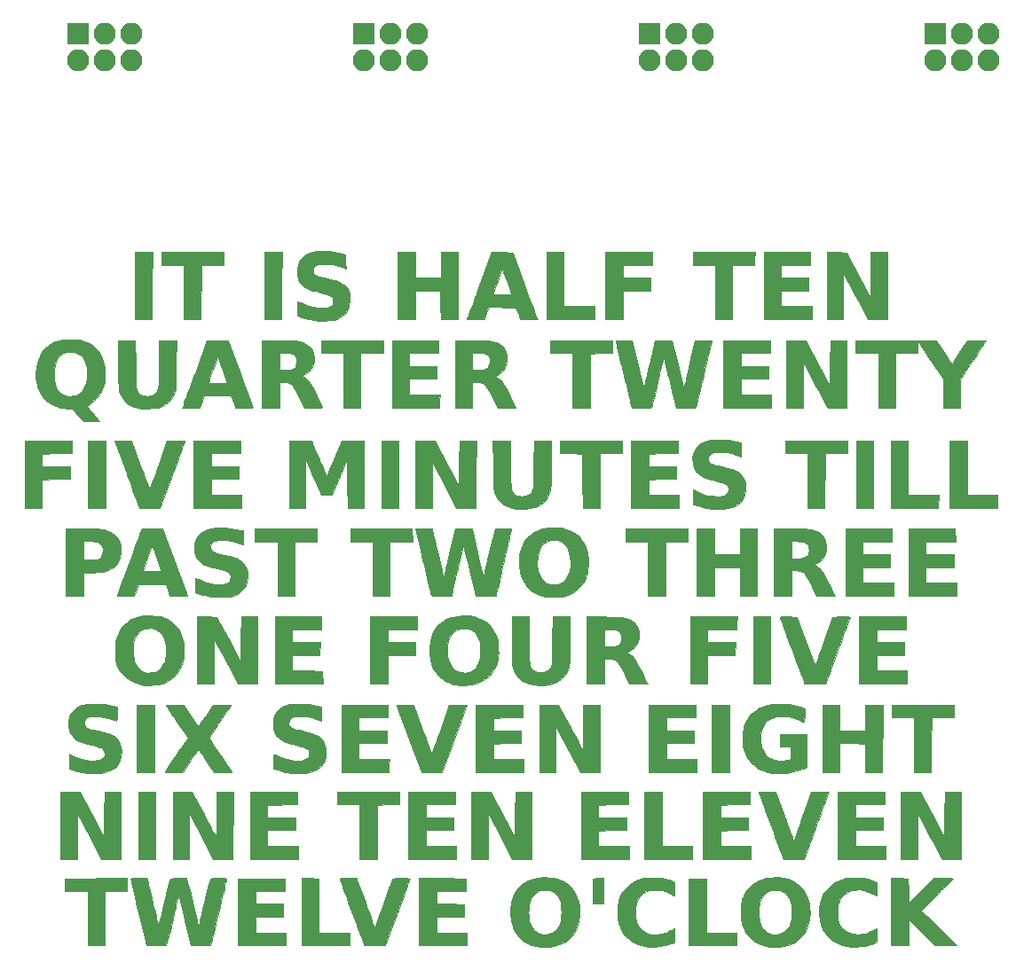
<source format=gbr>
G04 #@! TF.GenerationSoftware,KiCad,Pcbnew,5.1.2*
G04 #@! TF.CreationDate,2019-08-19T18:05:57-05:00*
G04 #@! TF.ProjectId,WordClock,576f7264-436c-46f6-936b-2e6b69636164,rev?*
G04 #@! TF.SameCoordinates,Original*
G04 #@! TF.FileFunction,Soldermask,Top*
G04 #@! TF.FilePolarity,Negative*
%FSLAX46Y46*%
G04 Gerber Fmt 4.6, Leading zero omitted, Abs format (unit mm)*
G04 Created by KiCad (PCBNEW 5.1.2) date 2019-08-19 18:05:57*
%MOMM*%
%LPD*%
G04 APERTURE LIST*
%ADD10C,0.010000*%
%ADD11O,2.100000X2.100000*%
%ADD12R,2.100000X2.100000*%
G04 APERTURE END LIST*
D10*
G36*
X146061408Y-137402039D02*
G01*
X146205666Y-137406262D01*
X146718274Y-137449921D01*
X147169297Y-137541052D01*
X147570109Y-137684163D01*
X147932082Y-137883762D01*
X148266588Y-138144358D01*
X148407803Y-138279307D01*
X148719015Y-138648091D01*
X148962235Y-139059633D01*
X149142588Y-139523005D01*
X149176093Y-139639259D01*
X149214383Y-139792805D01*
X149241369Y-139938081D01*
X149258937Y-140095426D01*
X149268972Y-140285183D01*
X149273357Y-140527691D01*
X149274051Y-140696333D01*
X149268220Y-141078697D01*
X149247107Y-141397321D01*
X149206697Y-141672380D01*
X149142972Y-141924046D01*
X149051916Y-142172494D01*
X148929512Y-142437897D01*
X148925868Y-142445220D01*
X148675238Y-142856060D01*
X148362481Y-143211702D01*
X147992440Y-143508748D01*
X147569957Y-143743803D01*
X147099875Y-143913471D01*
X146713666Y-143996613D01*
X146520454Y-144017244D01*
X146272129Y-144029739D01*
X145995911Y-144034114D01*
X145719017Y-144030386D01*
X145468664Y-144018572D01*
X145272071Y-143998688D01*
X145253166Y-143995724D01*
X144756579Y-143874943D01*
X144301684Y-143685777D01*
X143894259Y-143432385D01*
X143540077Y-143118928D01*
X143244916Y-142749563D01*
X143052386Y-142410833D01*
X142929643Y-142136690D01*
X142839229Y-141885848D01*
X142776760Y-141636434D01*
X142737857Y-141366574D01*
X142718136Y-141054394D01*
X142713917Y-140768357D01*
X144418520Y-140768357D01*
X144429573Y-141079571D01*
X144457365Y-141356943D01*
X144485896Y-141511628D01*
X144610186Y-141894609D01*
X144786176Y-142220655D01*
X145009518Y-142484700D01*
X145275866Y-142681677D01*
X145580871Y-142806520D01*
X145601759Y-142811974D01*
X145824920Y-142841999D01*
X146087515Y-142837684D01*
X146353173Y-142802397D01*
X146585521Y-142739505D01*
X146643849Y-142715503D01*
X146932669Y-142538806D01*
X147167959Y-142297502D01*
X147349871Y-141991268D01*
X147478555Y-141619783D01*
X147554163Y-141182724D01*
X147576976Y-140717500D01*
X147551349Y-140223774D01*
X147473959Y-139796015D01*
X147344041Y-139432602D01*
X147160831Y-139131918D01*
X146923563Y-138892344D01*
X146631473Y-138712261D01*
X146629000Y-138711096D01*
X146501496Y-138657083D01*
X146381871Y-138624207D01*
X146241714Y-138607599D01*
X146052613Y-138602393D01*
X145994000Y-138602304D01*
X145779191Y-138606892D01*
X145621176Y-138622809D01*
X145492369Y-138654407D01*
X145380166Y-138699142D01*
X145102444Y-138871026D01*
X144863648Y-139112898D01*
X144669564Y-139416835D01*
X144525978Y-139774915D01*
X144485809Y-139923749D01*
X144446636Y-140161236D01*
X144424207Y-140452509D01*
X144418520Y-140768357D01*
X142713917Y-140768357D01*
X142713166Y-140717500D01*
X142719316Y-140348230D01*
X142740687Y-140041057D01*
X142781660Y-139774106D01*
X142846619Y-139525503D01*
X142939944Y-139273375D01*
X143052386Y-139024166D01*
X143297041Y-138607083D01*
X143602715Y-138247687D01*
X143966804Y-137947804D01*
X144386702Y-137709261D01*
X144859805Y-137533884D01*
X145322275Y-137432597D01*
X145519684Y-137412308D01*
X145774865Y-137401860D01*
X146061408Y-137402039D01*
X146061408Y-137402039D01*
G37*
X146061408Y-137402039D02*
X146205666Y-137406262D01*
X146718274Y-137449921D01*
X147169297Y-137541052D01*
X147570109Y-137684163D01*
X147932082Y-137883762D01*
X148266588Y-138144358D01*
X148407803Y-138279307D01*
X148719015Y-138648091D01*
X148962235Y-139059633D01*
X149142588Y-139523005D01*
X149176093Y-139639259D01*
X149214383Y-139792805D01*
X149241369Y-139938081D01*
X149258937Y-140095426D01*
X149268972Y-140285183D01*
X149273357Y-140527691D01*
X149274051Y-140696333D01*
X149268220Y-141078697D01*
X149247107Y-141397321D01*
X149206697Y-141672380D01*
X149142972Y-141924046D01*
X149051916Y-142172494D01*
X148929512Y-142437897D01*
X148925868Y-142445220D01*
X148675238Y-142856060D01*
X148362481Y-143211702D01*
X147992440Y-143508748D01*
X147569957Y-143743803D01*
X147099875Y-143913471D01*
X146713666Y-143996613D01*
X146520454Y-144017244D01*
X146272129Y-144029739D01*
X145995911Y-144034114D01*
X145719017Y-144030386D01*
X145468664Y-144018572D01*
X145272071Y-143998688D01*
X145253166Y-143995724D01*
X144756579Y-143874943D01*
X144301684Y-143685777D01*
X143894259Y-143432385D01*
X143540077Y-143118928D01*
X143244916Y-142749563D01*
X143052386Y-142410833D01*
X142929643Y-142136690D01*
X142839229Y-141885848D01*
X142776760Y-141636434D01*
X142737857Y-141366574D01*
X142718136Y-141054394D01*
X142713917Y-140768357D01*
X144418520Y-140768357D01*
X144429573Y-141079571D01*
X144457365Y-141356943D01*
X144485896Y-141511628D01*
X144610186Y-141894609D01*
X144786176Y-142220655D01*
X145009518Y-142484700D01*
X145275866Y-142681677D01*
X145580871Y-142806520D01*
X145601759Y-142811974D01*
X145824920Y-142841999D01*
X146087515Y-142837684D01*
X146353173Y-142802397D01*
X146585521Y-142739505D01*
X146643849Y-142715503D01*
X146932669Y-142538806D01*
X147167959Y-142297502D01*
X147349871Y-141991268D01*
X147478555Y-141619783D01*
X147554163Y-141182724D01*
X147576976Y-140717500D01*
X147551349Y-140223774D01*
X147473959Y-139796015D01*
X147344041Y-139432602D01*
X147160831Y-139131918D01*
X146923563Y-138892344D01*
X146631473Y-138712261D01*
X146629000Y-138711096D01*
X146501496Y-138657083D01*
X146381871Y-138624207D01*
X146241714Y-138607599D01*
X146052613Y-138602393D01*
X145994000Y-138602304D01*
X145779191Y-138606892D01*
X145621176Y-138622809D01*
X145492369Y-138654407D01*
X145380166Y-138699142D01*
X145102444Y-138871026D01*
X144863648Y-139112898D01*
X144669564Y-139416835D01*
X144525978Y-139774915D01*
X144485809Y-139923749D01*
X144446636Y-140161236D01*
X144424207Y-140452509D01*
X144418520Y-140768357D01*
X142713917Y-140768357D01*
X142713166Y-140717500D01*
X142719316Y-140348230D01*
X142740687Y-140041057D01*
X142781660Y-139774106D01*
X142846619Y-139525503D01*
X142939944Y-139273375D01*
X143052386Y-139024166D01*
X143297041Y-138607083D01*
X143602715Y-138247687D01*
X143966804Y-137947804D01*
X144386702Y-137709261D01*
X144859805Y-137533884D01*
X145322275Y-137432597D01*
X145519684Y-137412308D01*
X145774865Y-137401860D01*
X146061408Y-137402039D01*
G36*
X156656803Y-137406894D02*
G01*
X157065898Y-137443487D01*
X157450693Y-137520738D01*
X157838261Y-137643052D01*
X157976788Y-137696210D01*
X158334166Y-137838833D01*
X158345824Y-138505583D01*
X158348764Y-138732350D01*
X158349320Y-138926032D01*
X158347607Y-139072353D01*
X158343744Y-139157039D01*
X158340370Y-139172333D01*
X158298252Y-139152148D01*
X158204189Y-139099206D01*
X158078463Y-139024926D01*
X158077262Y-139024202D01*
X157645910Y-138808818D01*
X157192314Y-138665006D01*
X156729975Y-138595259D01*
X156272397Y-138602071D01*
X156011609Y-138642696D01*
X155651548Y-138758644D01*
X155341242Y-138942361D01*
X155082275Y-139191984D01*
X154876233Y-139505653D01*
X154724701Y-139881506D01*
X154639020Y-140254088D01*
X154598497Y-140728572D01*
X154632590Y-141185704D01*
X154739520Y-141615662D01*
X154917508Y-142008621D01*
X154973572Y-142100978D01*
X155135571Y-142299584D01*
X155350423Y-142488385D01*
X155589009Y-142645293D01*
X155822208Y-142748220D01*
X155829988Y-142750595D01*
X156236632Y-142830930D01*
X156670097Y-142840899D01*
X157114043Y-142782971D01*
X157552127Y-142659619D01*
X157968006Y-142473313D01*
X158077262Y-142410797D01*
X158203179Y-142336378D01*
X158297613Y-142283195D01*
X158340284Y-142262668D01*
X158340370Y-142262666D01*
X158345492Y-142302609D01*
X158348534Y-142412920D01*
X158349380Y-142579325D01*
X158347913Y-142787547D01*
X158345824Y-142929416D01*
X158334166Y-143596166D01*
X157977153Y-143738644D01*
X157481488Y-143897692D01*
X156947694Y-143999431D01*
X156399748Y-144041797D01*
X155861629Y-144022725D01*
X155434333Y-143957626D01*
X154904592Y-143807419D01*
X154433542Y-143596621D01*
X154021812Y-143325801D01*
X153670031Y-142995527D01*
X153378828Y-142606368D01*
X153148833Y-142158894D01*
X153011634Y-141767332D01*
X152975059Y-141629542D01*
X152949048Y-141497744D01*
X152931891Y-141353074D01*
X152921876Y-141176671D01*
X152917292Y-140949671D01*
X152916386Y-140717500D01*
X152917803Y-140436970D01*
X152923217Y-140222094D01*
X152934373Y-140053885D01*
X152953014Y-139913361D01*
X152980885Y-139781537D01*
X153013443Y-139661074D01*
X153194153Y-139175426D01*
X153440365Y-138741990D01*
X153749924Y-138363384D01*
X154120676Y-138042229D01*
X154550466Y-137781142D01*
X154566500Y-137773150D01*
X154873876Y-137635890D01*
X155175214Y-137535601D01*
X155493775Y-137467051D01*
X155852819Y-137425007D01*
X156196333Y-137406554D01*
X156656803Y-137406894D01*
X156656803Y-137406894D01*
G37*
X156656803Y-137406894D02*
X157065898Y-137443487D01*
X157450693Y-137520738D01*
X157838261Y-137643052D01*
X157976788Y-137696210D01*
X158334166Y-137838833D01*
X158345824Y-138505583D01*
X158348764Y-138732350D01*
X158349320Y-138926032D01*
X158347607Y-139072353D01*
X158343744Y-139157039D01*
X158340370Y-139172333D01*
X158298252Y-139152148D01*
X158204189Y-139099206D01*
X158078463Y-139024926D01*
X158077262Y-139024202D01*
X157645910Y-138808818D01*
X157192314Y-138665006D01*
X156729975Y-138595259D01*
X156272397Y-138602071D01*
X156011609Y-138642696D01*
X155651548Y-138758644D01*
X155341242Y-138942361D01*
X155082275Y-139191984D01*
X154876233Y-139505653D01*
X154724701Y-139881506D01*
X154639020Y-140254088D01*
X154598497Y-140728572D01*
X154632590Y-141185704D01*
X154739520Y-141615662D01*
X154917508Y-142008621D01*
X154973572Y-142100978D01*
X155135571Y-142299584D01*
X155350423Y-142488385D01*
X155589009Y-142645293D01*
X155822208Y-142748220D01*
X155829988Y-142750595D01*
X156236632Y-142830930D01*
X156670097Y-142840899D01*
X157114043Y-142782971D01*
X157552127Y-142659619D01*
X157968006Y-142473313D01*
X158077262Y-142410797D01*
X158203179Y-142336378D01*
X158297613Y-142283195D01*
X158340284Y-142262668D01*
X158340370Y-142262666D01*
X158345492Y-142302609D01*
X158348534Y-142412920D01*
X158349380Y-142579325D01*
X158347913Y-142787547D01*
X158345824Y-142929416D01*
X158334166Y-143596166D01*
X157977153Y-143738644D01*
X157481488Y-143897692D01*
X156947694Y-143999431D01*
X156399748Y-144041797D01*
X155861629Y-144022725D01*
X155434333Y-143957626D01*
X154904592Y-143807419D01*
X154433542Y-143596621D01*
X154021812Y-143325801D01*
X153670031Y-142995527D01*
X153378828Y-142606368D01*
X153148833Y-142158894D01*
X153011634Y-141767332D01*
X152975059Y-141629542D01*
X152949048Y-141497744D01*
X152931891Y-141353074D01*
X152921876Y-141176671D01*
X152917292Y-140949671D01*
X152916386Y-140717500D01*
X152917803Y-140436970D01*
X152923217Y-140222094D01*
X152934373Y-140053885D01*
X152953014Y-139913361D01*
X152980885Y-139781537D01*
X153013443Y-139661074D01*
X153194153Y-139175426D01*
X153440365Y-138741990D01*
X153749924Y-138363384D01*
X154120676Y-138042229D01*
X154550466Y-137781142D01*
X154566500Y-137773150D01*
X154873876Y-137635890D01*
X155175214Y-137535601D01*
X155493775Y-137467051D01*
X155852819Y-137425007D01*
X156196333Y-137406554D01*
X156656803Y-137406894D01*
G36*
X168314662Y-137401187D02*
G01*
X168577322Y-137420073D01*
X168666917Y-137432695D01*
X169157946Y-137545105D01*
X169589252Y-137708436D01*
X169972543Y-137928153D01*
X170308238Y-138199112D01*
X170631649Y-138554661D01*
X170887476Y-138954260D01*
X171076822Y-139400802D01*
X171200792Y-139897180D01*
X171260490Y-140446289D01*
X171266680Y-140711593D01*
X171235918Y-141286268D01*
X171143557Y-141804981D01*
X170988257Y-142271245D01*
X170768674Y-142688575D01*
X170483469Y-143060483D01*
X170299274Y-143245907D01*
X169968903Y-143511830D01*
X169613079Y-143717995D01*
X169214307Y-143872842D01*
X168776192Y-143980790D01*
X168623240Y-144001606D01*
X168416274Y-144018055D01*
X168177905Y-144029606D01*
X167930741Y-144035731D01*
X167697390Y-144035899D01*
X167500460Y-144029581D01*
X167362561Y-144016247D01*
X167351166Y-144014172D01*
X167262734Y-143996710D01*
X167127580Y-143969971D01*
X167033666Y-143951374D01*
X166580835Y-143821277D01*
X166156390Y-143620007D01*
X165771112Y-143355666D01*
X165435777Y-143036356D01*
X165161165Y-142670179D01*
X165040617Y-142453166D01*
X164916535Y-142182471D01*
X164824420Y-141932146D01*
X164760078Y-141681323D01*
X164719315Y-141409136D01*
X164697936Y-141094718D01*
X164691746Y-140717500D01*
X164691841Y-140711745D01*
X166418284Y-140711745D01*
X166421962Y-140985855D01*
X166433147Y-141239425D01*
X166451830Y-141451526D01*
X166478004Y-141601228D01*
X166479453Y-141606500D01*
X166603053Y-141939019D01*
X166772116Y-142235721D01*
X166975504Y-142480118D01*
X167178785Y-142641782D01*
X167442969Y-142760854D01*
X167748696Y-142826804D01*
X168070568Y-142838345D01*
X168383184Y-142794191D01*
X168616739Y-142714638D01*
X168896318Y-142540660D01*
X169133069Y-142296369D01*
X169323434Y-141986460D01*
X169463857Y-141615628D01*
X169472319Y-141585333D01*
X169508608Y-141418088D01*
X169532099Y-141220568D01*
X169544441Y-140973695D01*
X169547401Y-140717500D01*
X169543062Y-140415143D01*
X169528946Y-140177983D01*
X169503401Y-139986941D01*
X169472319Y-139849666D01*
X169333720Y-139469375D01*
X169143624Y-139152397D01*
X168904116Y-138901465D01*
X168617280Y-138719315D01*
X168606577Y-138714298D01*
X168361645Y-138636090D01*
X168073931Y-138599732D01*
X167774795Y-138606187D01*
X167495596Y-138656419D01*
X167426509Y-138678025D01*
X167165316Y-138811616D01*
X166927173Y-139016705D01*
X166722096Y-139281130D01*
X166560103Y-139592731D01*
X166478792Y-139828500D01*
X166452367Y-139975473D01*
X166433479Y-140185625D01*
X166422121Y-140438025D01*
X166418284Y-140711745D01*
X164691841Y-140711745D01*
X164698012Y-140338520D01*
X164719596Y-140022915D01*
X164760682Y-139750130D01*
X164825450Y-139499607D01*
X164918084Y-139250791D01*
X165042764Y-138983127D01*
X165045848Y-138976973D01*
X165297901Y-138564810D01*
X165610778Y-138211392D01*
X165983854Y-137917219D01*
X166416505Y-137682790D01*
X166868860Y-137519665D01*
X167091194Y-137471669D01*
X167372289Y-137434597D01*
X167686798Y-137409675D01*
X168009372Y-137398130D01*
X168314662Y-137401187D01*
X168314662Y-137401187D01*
G37*
X168314662Y-137401187D02*
X168577322Y-137420073D01*
X168666917Y-137432695D01*
X169157946Y-137545105D01*
X169589252Y-137708436D01*
X169972543Y-137928153D01*
X170308238Y-138199112D01*
X170631649Y-138554661D01*
X170887476Y-138954260D01*
X171076822Y-139400802D01*
X171200792Y-139897180D01*
X171260490Y-140446289D01*
X171266680Y-140711593D01*
X171235918Y-141286268D01*
X171143557Y-141804981D01*
X170988257Y-142271245D01*
X170768674Y-142688575D01*
X170483469Y-143060483D01*
X170299274Y-143245907D01*
X169968903Y-143511830D01*
X169613079Y-143717995D01*
X169214307Y-143872842D01*
X168776192Y-143980790D01*
X168623240Y-144001606D01*
X168416274Y-144018055D01*
X168177905Y-144029606D01*
X167930741Y-144035731D01*
X167697390Y-144035899D01*
X167500460Y-144029581D01*
X167362561Y-144016247D01*
X167351166Y-144014172D01*
X167262734Y-143996710D01*
X167127580Y-143969971D01*
X167033666Y-143951374D01*
X166580835Y-143821277D01*
X166156390Y-143620007D01*
X165771112Y-143355666D01*
X165435777Y-143036356D01*
X165161165Y-142670179D01*
X165040617Y-142453166D01*
X164916535Y-142182471D01*
X164824420Y-141932146D01*
X164760078Y-141681323D01*
X164719315Y-141409136D01*
X164697936Y-141094718D01*
X164691746Y-140717500D01*
X164691841Y-140711745D01*
X166418284Y-140711745D01*
X166421962Y-140985855D01*
X166433147Y-141239425D01*
X166451830Y-141451526D01*
X166478004Y-141601228D01*
X166479453Y-141606500D01*
X166603053Y-141939019D01*
X166772116Y-142235721D01*
X166975504Y-142480118D01*
X167178785Y-142641782D01*
X167442969Y-142760854D01*
X167748696Y-142826804D01*
X168070568Y-142838345D01*
X168383184Y-142794191D01*
X168616739Y-142714638D01*
X168896318Y-142540660D01*
X169133069Y-142296369D01*
X169323434Y-141986460D01*
X169463857Y-141615628D01*
X169472319Y-141585333D01*
X169508608Y-141418088D01*
X169532099Y-141220568D01*
X169544441Y-140973695D01*
X169547401Y-140717500D01*
X169543062Y-140415143D01*
X169528946Y-140177983D01*
X169503401Y-139986941D01*
X169472319Y-139849666D01*
X169333720Y-139469375D01*
X169143624Y-139152397D01*
X168904116Y-138901465D01*
X168617280Y-138719315D01*
X168606577Y-138714298D01*
X168361645Y-138636090D01*
X168073931Y-138599732D01*
X167774795Y-138606187D01*
X167495596Y-138656419D01*
X167426509Y-138678025D01*
X167165316Y-138811616D01*
X166927173Y-139016705D01*
X166722096Y-139281130D01*
X166560103Y-139592731D01*
X166478792Y-139828500D01*
X166452367Y-139975473D01*
X166433479Y-140185625D01*
X166422121Y-140438025D01*
X166418284Y-140711745D01*
X164691841Y-140711745D01*
X164698012Y-140338520D01*
X164719596Y-140022915D01*
X164760682Y-139750130D01*
X164825450Y-139499607D01*
X164918084Y-139250791D01*
X165042764Y-138983127D01*
X165045848Y-138976973D01*
X165297901Y-138564810D01*
X165610778Y-138211392D01*
X165983854Y-137917219D01*
X166416505Y-137682790D01*
X166868860Y-137519665D01*
X167091194Y-137471669D01*
X167372289Y-137434597D01*
X167686798Y-137409675D01*
X168009372Y-137398130D01*
X168314662Y-137401187D01*
G36*
X175627333Y-137420411D02*
G01*
X175910074Y-137421417D01*
X176125874Y-137425113D01*
X176292458Y-137433272D01*
X176427545Y-137447670D01*
X176548858Y-137470082D01*
X176674119Y-137502284D01*
X176791500Y-137537023D01*
X176992260Y-137601937D01*
X177192046Y-137672852D01*
X177356075Y-137737247D01*
X177394750Y-137754167D01*
X177617000Y-137855315D01*
X177617000Y-139167248D01*
X177267750Y-138982970D01*
X176820134Y-138781385D01*
X176379649Y-138650126D01*
X175953084Y-138588833D01*
X175547227Y-138597145D01*
X175168867Y-138674705D01*
X174824794Y-138821151D01*
X174521796Y-139036123D01*
X174420612Y-139133845D01*
X174213287Y-139388775D01*
X174061418Y-139666645D01*
X173960362Y-139981226D01*
X173905480Y-140346286D01*
X173891666Y-140703143D01*
X173907990Y-141112612D01*
X173960234Y-141458128D01*
X174053307Y-141754523D01*
X174192121Y-142016628D01*
X174381583Y-142259273D01*
X174420706Y-142301254D01*
X174710979Y-142546048D01*
X175045233Y-142719496D01*
X175420041Y-142820401D01*
X175831978Y-142847567D01*
X175966000Y-142840880D01*
X176267383Y-142808402D01*
X176530169Y-142755105D01*
X176785789Y-142671993D01*
X177065672Y-142550076D01*
X177183083Y-142492624D01*
X177617000Y-142275570D01*
X177617000Y-143579684D01*
X177379239Y-143688534D01*
X177072058Y-143815079D01*
X176769978Y-143907223D01*
X176450118Y-143969605D01*
X176089597Y-144006864D01*
X175733166Y-144022267D01*
X175386176Y-144025844D01*
X175110013Y-144018199D01*
X174891506Y-143998725D01*
X174765122Y-143977588D01*
X174342162Y-143872813D01*
X173981881Y-143742947D01*
X173663500Y-143577140D01*
X173366236Y-143364539D01*
X173069310Y-143094293D01*
X173064518Y-143089511D01*
X172870342Y-142887493D01*
X172726056Y-142715958D01*
X172614933Y-142553129D01*
X172525115Y-142387210D01*
X172342780Y-141925785D01*
X172222924Y-141424159D01*
X172166336Y-140900117D01*
X172173806Y-140371447D01*
X172246123Y-139855938D01*
X172384075Y-139371375D01*
X172390533Y-139354050D01*
X172596520Y-138924439D01*
X172873029Y-138535455D01*
X173213419Y-138192876D01*
X173611050Y-137902480D01*
X174059281Y-137670044D01*
X174505500Y-137513783D01*
X174640341Y-137479202D01*
X174769415Y-137454176D01*
X174910285Y-137437244D01*
X175080518Y-137426945D01*
X175297676Y-137421816D01*
X175579324Y-137420396D01*
X175627333Y-137420411D01*
X175627333Y-137420411D01*
G37*
X175627333Y-137420411D02*
X175910074Y-137421417D01*
X176125874Y-137425113D01*
X176292458Y-137433272D01*
X176427545Y-137447670D01*
X176548858Y-137470082D01*
X176674119Y-137502284D01*
X176791500Y-137537023D01*
X176992260Y-137601937D01*
X177192046Y-137672852D01*
X177356075Y-137737247D01*
X177394750Y-137754167D01*
X177617000Y-137855315D01*
X177617000Y-139167248D01*
X177267750Y-138982970D01*
X176820134Y-138781385D01*
X176379649Y-138650126D01*
X175953084Y-138588833D01*
X175547227Y-138597145D01*
X175168867Y-138674705D01*
X174824794Y-138821151D01*
X174521796Y-139036123D01*
X174420612Y-139133845D01*
X174213287Y-139388775D01*
X174061418Y-139666645D01*
X173960362Y-139981226D01*
X173905480Y-140346286D01*
X173891666Y-140703143D01*
X173907990Y-141112612D01*
X173960234Y-141458128D01*
X174053307Y-141754523D01*
X174192121Y-142016628D01*
X174381583Y-142259273D01*
X174420706Y-142301254D01*
X174710979Y-142546048D01*
X175045233Y-142719496D01*
X175420041Y-142820401D01*
X175831978Y-142847567D01*
X175966000Y-142840880D01*
X176267383Y-142808402D01*
X176530169Y-142755105D01*
X176785789Y-142671993D01*
X177065672Y-142550076D01*
X177183083Y-142492624D01*
X177617000Y-142275570D01*
X177617000Y-143579684D01*
X177379239Y-143688534D01*
X177072058Y-143815079D01*
X176769978Y-143907223D01*
X176450118Y-143969605D01*
X176089597Y-144006864D01*
X175733166Y-144022267D01*
X175386176Y-144025844D01*
X175110013Y-144018199D01*
X174891506Y-143998725D01*
X174765122Y-143977588D01*
X174342162Y-143872813D01*
X173981881Y-143742947D01*
X173663500Y-143577140D01*
X173366236Y-143364539D01*
X173069310Y-143094293D01*
X173064518Y-143089511D01*
X172870342Y-142887493D01*
X172726056Y-142715958D01*
X172614933Y-142553129D01*
X172525115Y-142387210D01*
X172342780Y-141925785D01*
X172222924Y-141424159D01*
X172166336Y-140900117D01*
X172173806Y-140371447D01*
X172246123Y-139855938D01*
X172384075Y-139371375D01*
X172390533Y-139354050D01*
X172596520Y-138924439D01*
X172873029Y-138535455D01*
X173213419Y-138192876D01*
X173611050Y-137902480D01*
X174059281Y-137670044D01*
X174505500Y-137513783D01*
X174640341Y-137479202D01*
X174769415Y-137454176D01*
X174910285Y-137437244D01*
X175080518Y-137426945D01*
X175297676Y-137421816D01*
X175579324Y-137420396D01*
X175627333Y-137420411D01*
G36*
X106116000Y-138749000D02*
G01*
X103999333Y-138749000D01*
X103999333Y-143913666D01*
X102348333Y-143913666D01*
X102348333Y-138749000D01*
X100187069Y-138749000D01*
X100198784Y-138124583D01*
X100210500Y-137500166D01*
X106116000Y-137478424D01*
X106116000Y-138749000D01*
X106116000Y-138749000D01*
G37*
X106116000Y-138749000D02*
X103999333Y-138749000D01*
X103999333Y-143913666D01*
X102348333Y-143913666D01*
X102348333Y-138749000D01*
X100187069Y-138749000D01*
X100198784Y-138124583D01*
X100210500Y-137500166D01*
X106116000Y-137478424D01*
X106116000Y-138749000D01*
G36*
X108055792Y-137658916D02*
G01*
X108074263Y-137735019D01*
X108110173Y-137884813D01*
X108161452Y-138099604D01*
X108226029Y-138370694D01*
X108301836Y-138689387D01*
X108386802Y-139046987D01*
X108478858Y-139434797D01*
X108575935Y-139844121D01*
X108592301Y-139913166D01*
X108689122Y-140321250D01*
X108780595Y-140706018D01*
X108864758Y-141059273D01*
X108939651Y-141372819D01*
X109003311Y-141638460D01*
X109053777Y-141847998D01*
X109089089Y-141993237D01*
X109107283Y-142065981D01*
X109108734Y-142071239D01*
X109122885Y-142047679D01*
X109154412Y-141947983D01*
X109201681Y-141778521D01*
X109263060Y-141545661D01*
X109336915Y-141255775D01*
X109421613Y-140915230D01*
X109515521Y-140530397D01*
X109617005Y-140107645D01*
X109676231Y-139858008D01*
X109777652Y-139429926D01*
X109873803Y-139026324D01*
X109962844Y-138654770D01*
X110042937Y-138322831D01*
X110112242Y-138038075D01*
X110168922Y-137808070D01*
X110211137Y-137640383D01*
X110237049Y-137542583D01*
X110244312Y-137520018D01*
X110294235Y-137505828D01*
X110417928Y-137494091D01*
X110604515Y-137485363D01*
X110843120Y-137480199D01*
X111046427Y-137479000D01*
X111823190Y-137479000D01*
X111991885Y-138188083D01*
X112041485Y-138397161D01*
X112106877Y-138673719D01*
X112184538Y-139002804D01*
X112270943Y-139369464D01*
X112362569Y-139758744D01*
X112455891Y-140155691D01*
X112535540Y-140494872D01*
X112619120Y-140848769D01*
X112697291Y-141175481D01*
X112767854Y-141466134D01*
X112828610Y-141711854D01*
X112877359Y-141903770D01*
X112911901Y-142033008D01*
X112930038Y-142090694D01*
X112931666Y-142092908D01*
X112945134Y-142053014D01*
X112976094Y-141938224D01*
X113022691Y-141756069D01*
X113083069Y-141514077D01*
X113155370Y-141219780D01*
X113237740Y-140880708D01*
X113328323Y-140504390D01*
X113425261Y-140098358D01*
X113476762Y-139881369D01*
X113576967Y-139459362D01*
X113672211Y-139060230D01*
X113760560Y-138691942D01*
X113840080Y-138362465D01*
X113908838Y-138079768D01*
X113964900Y-137851819D01*
X114006332Y-137686587D01*
X114031201Y-137592038D01*
X114036631Y-137574250D01*
X114051921Y-137540422D01*
X114076497Y-137515732D01*
X114122423Y-137498741D01*
X114201764Y-137488012D01*
X114326585Y-137482105D01*
X114508949Y-137479583D01*
X114760923Y-137479008D01*
X114835618Y-137479000D01*
X115118316Y-137480260D01*
X115325907Y-137484504D01*
X115467922Y-137492421D01*
X115553890Y-137504702D01*
X115593340Y-137522039D01*
X115598666Y-137534324D01*
X115589159Y-137583809D01*
X115561684Y-137708905D01*
X115517808Y-137902845D01*
X115459101Y-138158856D01*
X115387130Y-138470171D01*
X115303465Y-138830018D01*
X115209673Y-139231630D01*
X115107324Y-139668234D01*
X114997985Y-140133063D01*
X114919475Y-140465907D01*
X114804297Y-140953813D01*
X114693402Y-141423861D01*
X114588556Y-141868548D01*
X114491524Y-142280369D01*
X114404073Y-142651820D01*
X114327970Y-142975397D01*
X114264981Y-143243596D01*
X114216871Y-143448912D01*
X114185407Y-143583842D01*
X114175249Y-143627916D01*
X114110213Y-143913666D01*
X112186565Y-143913666D01*
X111617199Y-141521937D01*
X111513167Y-141086505D01*
X111414511Y-140676622D01*
X111323025Y-140299529D01*
X111240499Y-139962465D01*
X111168724Y-139672670D01*
X111109493Y-139437387D01*
X111064597Y-139263854D01*
X111035826Y-139159312D01*
X111025379Y-139130104D01*
X111011265Y-139169908D01*
X110980058Y-139283746D01*
X110933851Y-139463187D01*
X110874736Y-139699800D01*
X110804806Y-139985153D01*
X110726153Y-140310817D01*
X110640869Y-140668361D01*
X110586743Y-140897416D01*
X110491812Y-141300371D01*
X110397072Y-141702160D01*
X110305566Y-142089897D01*
X110220340Y-142450692D01*
X110144439Y-142771657D01*
X110080908Y-143039905D01*
X110032791Y-143242548D01*
X110021667Y-143289250D01*
X109872772Y-143913666D01*
X107954849Y-143913666D01*
X107204080Y-140749250D01*
X107084665Y-140245219D01*
X106971126Y-139764607D01*
X106864962Y-139313846D01*
X106767672Y-138899364D01*
X106680754Y-138527594D01*
X106605710Y-138204965D01*
X106544037Y-137937908D01*
X106497235Y-137732853D01*
X106466803Y-137596232D01*
X106454240Y-137534474D01*
X106453989Y-137531916D01*
X106474714Y-137512211D01*
X106542084Y-137497675D01*
X106664754Y-137487720D01*
X106851378Y-137481758D01*
X107110611Y-137479201D01*
X107232807Y-137479000D01*
X108010948Y-137479000D01*
X108055792Y-137658916D01*
X108055792Y-137658916D01*
G37*
X108055792Y-137658916D02*
X108074263Y-137735019D01*
X108110173Y-137884813D01*
X108161452Y-138099604D01*
X108226029Y-138370694D01*
X108301836Y-138689387D01*
X108386802Y-139046987D01*
X108478858Y-139434797D01*
X108575935Y-139844121D01*
X108592301Y-139913166D01*
X108689122Y-140321250D01*
X108780595Y-140706018D01*
X108864758Y-141059273D01*
X108939651Y-141372819D01*
X109003311Y-141638460D01*
X109053777Y-141847998D01*
X109089089Y-141993237D01*
X109107283Y-142065981D01*
X109108734Y-142071239D01*
X109122885Y-142047679D01*
X109154412Y-141947983D01*
X109201681Y-141778521D01*
X109263060Y-141545661D01*
X109336915Y-141255775D01*
X109421613Y-140915230D01*
X109515521Y-140530397D01*
X109617005Y-140107645D01*
X109676231Y-139858008D01*
X109777652Y-139429926D01*
X109873803Y-139026324D01*
X109962844Y-138654770D01*
X110042937Y-138322831D01*
X110112242Y-138038075D01*
X110168922Y-137808070D01*
X110211137Y-137640383D01*
X110237049Y-137542583D01*
X110244312Y-137520018D01*
X110294235Y-137505828D01*
X110417928Y-137494091D01*
X110604515Y-137485363D01*
X110843120Y-137480199D01*
X111046427Y-137479000D01*
X111823190Y-137479000D01*
X111991885Y-138188083D01*
X112041485Y-138397161D01*
X112106877Y-138673719D01*
X112184538Y-139002804D01*
X112270943Y-139369464D01*
X112362569Y-139758744D01*
X112455891Y-140155691D01*
X112535540Y-140494872D01*
X112619120Y-140848769D01*
X112697291Y-141175481D01*
X112767854Y-141466134D01*
X112828610Y-141711854D01*
X112877359Y-141903770D01*
X112911901Y-142033008D01*
X112930038Y-142090694D01*
X112931666Y-142092908D01*
X112945134Y-142053014D01*
X112976094Y-141938224D01*
X113022691Y-141756069D01*
X113083069Y-141514077D01*
X113155370Y-141219780D01*
X113237740Y-140880708D01*
X113328323Y-140504390D01*
X113425261Y-140098358D01*
X113476762Y-139881369D01*
X113576967Y-139459362D01*
X113672211Y-139060230D01*
X113760560Y-138691942D01*
X113840080Y-138362465D01*
X113908838Y-138079768D01*
X113964900Y-137851819D01*
X114006332Y-137686587D01*
X114031201Y-137592038D01*
X114036631Y-137574250D01*
X114051921Y-137540422D01*
X114076497Y-137515732D01*
X114122423Y-137498741D01*
X114201764Y-137488012D01*
X114326585Y-137482105D01*
X114508949Y-137479583D01*
X114760923Y-137479008D01*
X114835618Y-137479000D01*
X115118316Y-137480260D01*
X115325907Y-137484504D01*
X115467922Y-137492421D01*
X115553890Y-137504702D01*
X115593340Y-137522039D01*
X115598666Y-137534324D01*
X115589159Y-137583809D01*
X115561684Y-137708905D01*
X115517808Y-137902845D01*
X115459101Y-138158856D01*
X115387130Y-138470171D01*
X115303465Y-138830018D01*
X115209673Y-139231630D01*
X115107324Y-139668234D01*
X114997985Y-140133063D01*
X114919475Y-140465907D01*
X114804297Y-140953813D01*
X114693402Y-141423861D01*
X114588556Y-141868548D01*
X114491524Y-142280369D01*
X114404073Y-142651820D01*
X114327970Y-142975397D01*
X114264981Y-143243596D01*
X114216871Y-143448912D01*
X114185407Y-143583842D01*
X114175249Y-143627916D01*
X114110213Y-143913666D01*
X112186565Y-143913666D01*
X111617199Y-141521937D01*
X111513167Y-141086505D01*
X111414511Y-140676622D01*
X111323025Y-140299529D01*
X111240499Y-139962465D01*
X111168724Y-139672670D01*
X111109493Y-139437387D01*
X111064597Y-139263854D01*
X111035826Y-139159312D01*
X111025379Y-139130104D01*
X111011265Y-139169908D01*
X110980058Y-139283746D01*
X110933851Y-139463187D01*
X110874736Y-139699800D01*
X110804806Y-139985153D01*
X110726153Y-140310817D01*
X110640869Y-140668361D01*
X110586743Y-140897416D01*
X110491812Y-141300371D01*
X110397072Y-141702160D01*
X110305566Y-142089897D01*
X110220340Y-142450692D01*
X110144439Y-142771657D01*
X110080908Y-143039905D01*
X110032791Y-143242548D01*
X110021667Y-143289250D01*
X109872772Y-143913666D01*
X107954849Y-143913666D01*
X107204080Y-140749250D01*
X107084665Y-140245219D01*
X106971126Y-139764607D01*
X106864962Y-139313846D01*
X106767672Y-138899364D01*
X106680754Y-138527594D01*
X106605710Y-138204965D01*
X106544037Y-137937908D01*
X106497235Y-137732853D01*
X106466803Y-137596232D01*
X106454240Y-137534474D01*
X106453989Y-137531916D01*
X106474714Y-137512211D01*
X106542084Y-137497675D01*
X106664754Y-137487720D01*
X106851378Y-137481758D01*
X107110611Y-137479201D01*
X107232807Y-137479000D01*
X108010948Y-137479000D01*
X108055792Y-137658916D01*
G36*
X121188930Y-138749000D02*
G01*
X118350333Y-138749000D01*
X118350333Y-139934333D01*
X121017333Y-139934333D01*
X121017333Y-141204333D01*
X118348334Y-141204333D01*
X118371500Y-142664833D01*
X119821416Y-142675972D01*
X121271333Y-142687111D01*
X121271333Y-143913666D01*
X116698801Y-143913666D01*
X116709650Y-140706916D01*
X116720500Y-137500166D01*
X121165500Y-137500166D01*
X121188930Y-138749000D01*
X121188930Y-138749000D01*
G37*
X121188930Y-138749000D02*
X118350333Y-138749000D01*
X118350333Y-139934333D01*
X121017333Y-139934333D01*
X121017333Y-141204333D01*
X118348334Y-141204333D01*
X118371500Y-142664833D01*
X119821416Y-142675972D01*
X121271333Y-142687111D01*
X121271333Y-143913666D01*
X116698801Y-143913666D01*
X116709650Y-140706916D01*
X116720500Y-137500166D01*
X121165500Y-137500166D01*
X121188930Y-138749000D01*
G36*
X123567916Y-137488669D02*
G01*
X124382833Y-137500166D01*
X124393742Y-140093083D01*
X124404650Y-142686000D01*
X127325000Y-142686000D01*
X127325000Y-143913666D01*
X122753000Y-143913666D01*
X122753000Y-137477171D01*
X123567916Y-137488669D01*
X123567916Y-137488669D01*
G37*
X123567916Y-137488669D02*
X124382833Y-137500166D01*
X124393742Y-140093083D01*
X124404650Y-142686000D01*
X127325000Y-142686000D01*
X127325000Y-143913666D01*
X122753000Y-143913666D01*
X122753000Y-137477171D01*
X123567916Y-137488669D01*
G36*
X128078029Y-137595416D02*
G01*
X128227026Y-138011481D01*
X128381876Y-138443066D01*
X128539925Y-138882840D01*
X128698521Y-139323472D01*
X128855012Y-139757629D01*
X129006745Y-140177980D01*
X129151067Y-140577194D01*
X129285325Y-140947938D01*
X129406867Y-141282881D01*
X129513040Y-141574691D01*
X129601192Y-141816036D01*
X129668669Y-141999586D01*
X129712820Y-142118007D01*
X129730929Y-142163862D01*
X129750029Y-142134798D01*
X129794731Y-142032736D01*
X129862441Y-141864514D01*
X129950570Y-141636971D01*
X130056526Y-141356943D01*
X130177716Y-141031269D01*
X130311551Y-140666785D01*
X130455437Y-140270331D01*
X130580778Y-139921507D01*
X130732007Y-139499286D01*
X130875504Y-139099665D01*
X131008609Y-138729986D01*
X131128658Y-138397594D01*
X131232993Y-138109832D01*
X131318950Y-137874044D01*
X131383869Y-137697573D01*
X131425088Y-137587762D01*
X131439089Y-137553083D01*
X131459467Y-137527104D01*
X131498177Y-137507962D01*
X131566811Y-137494634D01*
X131676963Y-137486100D01*
X131840223Y-137481336D01*
X132068184Y-137479321D01*
X132279489Y-137479000D01*
X132574255Y-137480337D01*
X132792955Y-137484725D01*
X132944155Y-137492728D01*
X133036419Y-137504910D01*
X133078311Y-137521834D01*
X133083045Y-137531916D01*
X133068783Y-137579016D01*
X133027248Y-137699399D01*
X132960650Y-137886983D01*
X132871205Y-138135684D01*
X132761124Y-138439419D01*
X132632620Y-138792106D01*
X132487906Y-139187662D01*
X132329196Y-139620005D01*
X132158702Y-140083050D01*
X131978636Y-140570716D01*
X131912592Y-140749250D01*
X130741428Y-143913666D01*
X129755379Y-143913666D01*
X129475231Y-143912361D01*
X129224363Y-143908697D01*
X129014828Y-143903058D01*
X128858677Y-143895821D01*
X128767963Y-143887369D01*
X128749983Y-143881916D01*
X128732386Y-143837858D01*
X128688191Y-143721706D01*
X128620117Y-143540794D01*
X128530882Y-143302459D01*
X128423204Y-143014035D01*
X128299804Y-142682857D01*
X128163399Y-142316260D01*
X128016708Y-141921579D01*
X127862450Y-141506149D01*
X127703343Y-141077305D01*
X127542106Y-140642382D01*
X127381459Y-140208715D01*
X127224118Y-139783640D01*
X127072805Y-139374491D01*
X126930236Y-138988602D01*
X126799130Y-138633310D01*
X126682208Y-138315949D01*
X126582186Y-138043855D01*
X126501784Y-137824361D01*
X126443720Y-137664804D01*
X126410714Y-137572518D01*
X126404223Y-137553083D01*
X126402590Y-137527605D01*
X126420840Y-137508724D01*
X126469620Y-137495460D01*
X126559578Y-137486835D01*
X126701361Y-137481869D01*
X126905614Y-137479584D01*
X127182987Y-137479002D01*
X127210088Y-137479000D01*
X128036384Y-137479000D01*
X128078029Y-137595416D01*
X128078029Y-137595416D01*
G37*
X128078029Y-137595416D02*
X128227026Y-138011481D01*
X128381876Y-138443066D01*
X128539925Y-138882840D01*
X128698521Y-139323472D01*
X128855012Y-139757629D01*
X129006745Y-140177980D01*
X129151067Y-140577194D01*
X129285325Y-140947938D01*
X129406867Y-141282881D01*
X129513040Y-141574691D01*
X129601192Y-141816036D01*
X129668669Y-141999586D01*
X129712820Y-142118007D01*
X129730929Y-142163862D01*
X129750029Y-142134798D01*
X129794731Y-142032736D01*
X129862441Y-141864514D01*
X129950570Y-141636971D01*
X130056526Y-141356943D01*
X130177716Y-141031269D01*
X130311551Y-140666785D01*
X130455437Y-140270331D01*
X130580778Y-139921507D01*
X130732007Y-139499286D01*
X130875504Y-139099665D01*
X131008609Y-138729986D01*
X131128658Y-138397594D01*
X131232993Y-138109832D01*
X131318950Y-137874044D01*
X131383869Y-137697573D01*
X131425088Y-137587762D01*
X131439089Y-137553083D01*
X131459467Y-137527104D01*
X131498177Y-137507962D01*
X131566811Y-137494634D01*
X131676963Y-137486100D01*
X131840223Y-137481336D01*
X132068184Y-137479321D01*
X132279489Y-137479000D01*
X132574255Y-137480337D01*
X132792955Y-137484725D01*
X132944155Y-137492728D01*
X133036419Y-137504910D01*
X133078311Y-137521834D01*
X133083045Y-137531916D01*
X133068783Y-137579016D01*
X133027248Y-137699399D01*
X132960650Y-137886983D01*
X132871205Y-138135684D01*
X132761124Y-138439419D01*
X132632620Y-138792106D01*
X132487906Y-139187662D01*
X132329196Y-139620005D01*
X132158702Y-140083050D01*
X131978636Y-140570716D01*
X131912592Y-140749250D01*
X130741428Y-143913666D01*
X129755379Y-143913666D01*
X129475231Y-143912361D01*
X129224363Y-143908697D01*
X129014828Y-143903058D01*
X128858677Y-143895821D01*
X128767963Y-143887369D01*
X128749983Y-143881916D01*
X128732386Y-143837858D01*
X128688191Y-143721706D01*
X128620117Y-143540794D01*
X128530882Y-143302459D01*
X128423204Y-143014035D01*
X128299804Y-142682857D01*
X128163399Y-142316260D01*
X128016708Y-141921579D01*
X127862450Y-141506149D01*
X127703343Y-141077305D01*
X127542106Y-140642382D01*
X127381459Y-140208715D01*
X127224118Y-139783640D01*
X127072805Y-139374491D01*
X126930236Y-138988602D01*
X126799130Y-138633310D01*
X126682208Y-138315949D01*
X126582186Y-138043855D01*
X126501784Y-137824361D01*
X126443720Y-137664804D01*
X126410714Y-137572518D01*
X126404223Y-137553083D01*
X126402590Y-137527605D01*
X126420840Y-137508724D01*
X126469620Y-137495460D01*
X126559578Y-137486835D01*
X126701361Y-137481869D01*
X126905614Y-137479584D01*
X127182987Y-137479002D01*
X127210088Y-137479000D01*
X128036384Y-137479000D01*
X128078029Y-137595416D01*
G36*
X136204416Y-137489209D02*
G01*
X138437500Y-137500166D01*
X138460930Y-138749000D01*
X135622333Y-138749000D01*
X135622333Y-139933127D01*
X136945250Y-139944313D01*
X138268166Y-139955500D01*
X138279881Y-140579916D01*
X138291596Y-141204333D01*
X135622333Y-141204333D01*
X135622333Y-142686000D01*
X138543333Y-142686000D01*
X138543333Y-143913666D01*
X133971333Y-143913666D01*
X133971333Y-137478251D01*
X136204416Y-137489209D01*
X136204416Y-137489209D01*
G37*
X136204416Y-137489209D02*
X138437500Y-137500166D01*
X138460930Y-138749000D01*
X135622333Y-138749000D01*
X135622333Y-139933127D01*
X136945250Y-139944313D01*
X138268166Y-139955500D01*
X138279881Y-140579916D01*
X138291596Y-141204333D01*
X135622333Y-141204333D01*
X135622333Y-142686000D01*
X138543333Y-142686000D01*
X138543333Y-143913666D01*
X133971333Y-143913666D01*
X133971333Y-137478251D01*
X136204416Y-137489209D01*
G36*
X161403984Y-142686000D02*
G01*
X164282000Y-142686000D01*
X164282000Y-143913666D01*
X159709467Y-143913666D01*
X159720317Y-140706916D01*
X159731166Y-137500166D01*
X161382166Y-137500166D01*
X161403984Y-142686000D01*
X161403984Y-142686000D01*
G37*
X161403984Y-142686000D02*
X164282000Y-142686000D01*
X164282000Y-143913666D01*
X159709467Y-143913666D01*
X159720317Y-140706916D01*
X159731166Y-137500166D01*
X161382166Y-137500166D01*
X161403984Y-142686000D01*
G36*
X179828916Y-137488669D02*
G01*
X180643833Y-137500166D01*
X180665000Y-138660906D01*
X180686166Y-139821645D01*
X181878576Y-138650322D01*
X183070986Y-137479000D01*
X184005826Y-137479000D01*
X184276912Y-137480133D01*
X184517122Y-137483307D01*
X184714398Y-137488182D01*
X184856678Y-137494420D01*
X184931901Y-137501681D01*
X184940666Y-137505273D01*
X184911405Y-137539226D01*
X184827414Y-137626790D01*
X184694382Y-137762258D01*
X184517997Y-137939928D01*
X184303947Y-138154095D01*
X184057922Y-138399056D01*
X183785608Y-138669106D01*
X183492695Y-138958541D01*
X183413567Y-139036560D01*
X181886468Y-140541574D01*
X183572118Y-142227620D01*
X185257769Y-143913666D01*
X183184353Y-143913666D01*
X181924676Y-142654514D01*
X180665000Y-141395362D01*
X180665000Y-143913666D01*
X179014000Y-143913666D01*
X179014000Y-137477171D01*
X179828916Y-137488669D01*
X179828916Y-137488669D01*
G37*
X179828916Y-137488669D02*
X180643833Y-137500166D01*
X180665000Y-138660906D01*
X180686166Y-139821645D01*
X181878576Y-138650322D01*
X183070986Y-137479000D01*
X184005826Y-137479000D01*
X184276912Y-137480133D01*
X184517122Y-137483307D01*
X184714398Y-137488182D01*
X184856678Y-137494420D01*
X184931901Y-137501681D01*
X184940666Y-137505273D01*
X184911405Y-137539226D01*
X184827414Y-137626790D01*
X184694382Y-137762258D01*
X184517997Y-137939928D01*
X184303947Y-138154095D01*
X184057922Y-138399056D01*
X183785608Y-138669106D01*
X183492695Y-138958541D01*
X183413567Y-139036560D01*
X181886468Y-140541574D01*
X183572118Y-142227620D01*
X185257769Y-143913666D01*
X183184353Y-143913666D01*
X181924676Y-142654514D01*
X180665000Y-141395362D01*
X180665000Y-143913666D01*
X179014000Y-143913666D01*
X179014000Y-137477171D01*
X179828916Y-137488669D01*
G36*
X151582000Y-139892000D02*
G01*
X150564681Y-139892000D01*
X150575924Y-138696083D01*
X150587166Y-137500166D01*
X151084583Y-137488239D01*
X151582000Y-137476313D01*
X151582000Y-139892000D01*
X151582000Y-139892000D01*
G37*
X151582000Y-139892000D02*
X150564681Y-139892000D01*
X150575924Y-138696083D01*
X150587166Y-137500166D01*
X151084583Y-137488239D01*
X151582000Y-137476313D01*
X151582000Y-139892000D01*
G36*
X100707761Y-129233773D02*
G01*
X101649523Y-129245166D01*
X102792678Y-131402260D01*
X103935833Y-133559353D01*
X103946801Y-131391676D01*
X103957768Y-129224000D01*
X105523333Y-129224000D01*
X105523333Y-135660317D01*
X104605602Y-135648908D01*
X103687871Y-135637500D01*
X102541852Y-133469245D01*
X102332328Y-133073815D01*
X102134096Y-132701599D01*
X101950738Y-132359198D01*
X101785838Y-132053215D01*
X101642980Y-131790251D01*
X101525747Y-131576908D01*
X101437725Y-131419787D01*
X101382495Y-131325491D01*
X101364083Y-131299662D01*
X101357957Y-131340417D01*
X101352219Y-131457947D01*
X101346986Y-131644361D01*
X101342371Y-131891767D01*
X101338491Y-132192276D01*
X101335459Y-132537994D01*
X101333392Y-132921032D01*
X101332403Y-133333498D01*
X101332333Y-133478500D01*
X101332333Y-135658666D01*
X100577388Y-135658666D01*
X100332699Y-135657155D01*
X100117887Y-135652960D01*
X99947050Y-135646590D01*
X99834285Y-135638553D01*
X99794222Y-135630444D01*
X99789693Y-135584590D01*
X99785389Y-135460676D01*
X99781368Y-135265308D01*
X99777688Y-135005093D01*
X99774406Y-134686636D01*
X99771580Y-134316545D01*
X99769269Y-133901424D01*
X99767530Y-133447882D01*
X99766422Y-132962523D01*
X99766002Y-132451954D01*
X99766000Y-132412301D01*
X99766000Y-129222380D01*
X100707761Y-129233773D01*
X100707761Y-129233773D01*
G37*
X100707761Y-129233773D02*
X101649523Y-129245166D01*
X102792678Y-131402260D01*
X103935833Y-133559353D01*
X103946801Y-131391676D01*
X103957768Y-129224000D01*
X105523333Y-129224000D01*
X105523333Y-135660317D01*
X104605602Y-135648908D01*
X103687871Y-135637500D01*
X102541852Y-133469245D01*
X102332328Y-133073815D01*
X102134096Y-132701599D01*
X101950738Y-132359198D01*
X101785838Y-132053215D01*
X101642980Y-131790251D01*
X101525747Y-131576908D01*
X101437725Y-131419787D01*
X101382495Y-131325491D01*
X101364083Y-131299662D01*
X101357957Y-131340417D01*
X101352219Y-131457947D01*
X101346986Y-131644361D01*
X101342371Y-131891767D01*
X101338491Y-132192276D01*
X101335459Y-132537994D01*
X101333392Y-132921032D01*
X101332403Y-133333498D01*
X101332333Y-133478500D01*
X101332333Y-135658666D01*
X100577388Y-135658666D01*
X100332699Y-135657155D01*
X100117887Y-135652960D01*
X99947050Y-135646590D01*
X99834285Y-135638553D01*
X99794222Y-135630444D01*
X99789693Y-135584590D01*
X99785389Y-135460676D01*
X99781368Y-135265308D01*
X99777688Y-135005093D01*
X99774406Y-134686636D01*
X99771580Y-134316545D01*
X99769269Y-133901424D01*
X99767530Y-133447882D01*
X99766422Y-132962523D01*
X99766002Y-132451954D01*
X99766000Y-132412301D01*
X99766000Y-129222380D01*
X100707761Y-129233773D01*
G36*
X108825333Y-135658666D02*
G01*
X107174333Y-135658666D01*
X107174333Y-129224000D01*
X108825333Y-129224000D01*
X108825333Y-135658666D01*
X108825333Y-135658666D01*
G37*
X108825333Y-135658666D02*
X107174333Y-135658666D01*
X107174333Y-129224000D01*
X108825333Y-129224000D01*
X108825333Y-135658666D01*
G36*
X116212500Y-135637500D02*
G01*
X114366098Y-135637500D01*
X113214965Y-133467724D01*
X112063833Y-131297948D01*
X112042666Y-133467724D01*
X112021500Y-135637500D01*
X111248916Y-135649038D01*
X110476333Y-135660576D01*
X110476333Y-129224000D01*
X112317833Y-129224566D01*
X113439666Y-131345492D01*
X113647984Y-131738854D01*
X113845544Y-132110970D01*
X114028618Y-132454884D01*
X114193482Y-132763640D01*
X114336409Y-133030284D01*
X114453673Y-133247860D01*
X114541549Y-133409412D01*
X114596310Y-133507985D01*
X114613070Y-133535959D01*
X114624919Y-133535920D01*
X114634952Y-133497657D01*
X114643304Y-133415739D01*
X114650110Y-133284739D01*
X114655506Y-133099229D01*
X114659628Y-132853779D01*
X114662609Y-132542962D01*
X114664587Y-132161348D01*
X114665696Y-131703509D01*
X114665986Y-131414750D01*
X114667333Y-129224000D01*
X116234198Y-129224000D01*
X116212500Y-135637500D01*
X116212500Y-135637500D01*
G37*
X116212500Y-135637500D02*
X114366098Y-135637500D01*
X113214965Y-133467724D01*
X112063833Y-131297948D01*
X112042666Y-133467724D01*
X112021500Y-135637500D01*
X111248916Y-135649038D01*
X110476333Y-135660576D01*
X110476333Y-129224000D01*
X112317833Y-129224566D01*
X113439666Y-131345492D01*
X113647984Y-131738854D01*
X113845544Y-132110970D01*
X114028618Y-132454884D01*
X114193482Y-132763640D01*
X114336409Y-133030284D01*
X114453673Y-133247860D01*
X114541549Y-133409412D01*
X114596310Y-133507985D01*
X114613070Y-133535959D01*
X114624919Y-133535920D01*
X114634952Y-133497657D01*
X114643304Y-133415739D01*
X114650110Y-133284739D01*
X114655506Y-133099229D01*
X114659628Y-132853779D01*
X114662609Y-132542962D01*
X114664587Y-132161348D01*
X114665696Y-131703509D01*
X114665986Y-131414750D01*
X114667333Y-129224000D01*
X116234198Y-129224000D01*
X116212500Y-135637500D01*
G36*
X122329666Y-130450525D02*
G01*
X119514500Y-130472833D01*
X119514500Y-131658166D01*
X120837416Y-131669353D01*
X122160333Y-131680539D01*
X122160333Y-132907000D01*
X119493333Y-132907000D01*
X119493333Y-134388666D01*
X122414333Y-134388666D01*
X122414333Y-135658666D01*
X117842333Y-135658666D01*
X117842333Y-129224000D01*
X122329666Y-129224000D01*
X122329666Y-130450525D01*
X122329666Y-130450525D01*
G37*
X122329666Y-130450525D02*
X119514500Y-130472833D01*
X119514500Y-131658166D01*
X120837416Y-131669353D01*
X122160333Y-131680539D01*
X122160333Y-132907000D01*
X119493333Y-132907000D01*
X119493333Y-134388666D01*
X122414333Y-134388666D01*
X122414333Y-135658666D01*
X117842333Y-135658666D01*
X117842333Y-129224000D01*
X122329666Y-129224000D01*
X122329666Y-130450525D01*
G36*
X132108666Y-130450212D02*
G01*
X131039750Y-130461523D01*
X129970833Y-130472833D01*
X129959924Y-133065750D01*
X129949015Y-135658666D01*
X129152063Y-135658666D01*
X128900446Y-135657233D01*
X128678457Y-135653246D01*
X128499780Y-135647174D01*
X128378101Y-135639483D01*
X128327107Y-135630643D01*
X128326888Y-135630444D01*
X128321860Y-135584195D01*
X128317119Y-135460652D01*
X128312744Y-135267190D01*
X128308815Y-135011180D01*
X128305413Y-134699996D01*
X128302618Y-134341012D01*
X128300508Y-133941599D01*
X128299165Y-133509132D01*
X128298667Y-133050983D01*
X128298666Y-133026944D01*
X128298666Y-130451666D01*
X126182000Y-130451666D01*
X126182000Y-129224000D01*
X132108666Y-129224000D01*
X132108666Y-130450212D01*
X132108666Y-130450212D01*
G37*
X132108666Y-130450212D02*
X131039750Y-130461523D01*
X129970833Y-130472833D01*
X129959924Y-133065750D01*
X129949015Y-135658666D01*
X129152063Y-135658666D01*
X128900446Y-135657233D01*
X128678457Y-135653246D01*
X128499780Y-135647174D01*
X128378101Y-135639483D01*
X128327107Y-135630643D01*
X128326888Y-135630444D01*
X128321860Y-135584195D01*
X128317119Y-135460652D01*
X128312744Y-135267190D01*
X128308815Y-135011180D01*
X128305413Y-134699996D01*
X128302618Y-134341012D01*
X128300508Y-133941599D01*
X128299165Y-133509132D01*
X128298667Y-133050983D01*
X128298666Y-133026944D01*
X128298666Y-130451666D01*
X126182000Y-130451666D01*
X126182000Y-129224000D01*
X132108666Y-129224000D01*
X132108666Y-130450212D01*
G36*
X137442666Y-130451666D02*
G01*
X134606333Y-130451666D01*
X134606333Y-131679333D01*
X137273333Y-131679333D01*
X137273333Y-132907000D01*
X134606333Y-132907000D01*
X134606333Y-134388666D01*
X137529596Y-134388666D01*
X137506166Y-135637500D01*
X135230750Y-135648451D01*
X132955333Y-135659402D01*
X132955333Y-129224000D01*
X137442666Y-129224000D01*
X137442666Y-130451666D01*
X137442666Y-130451666D01*
G37*
X137442666Y-130451666D02*
X134606333Y-130451666D01*
X134606333Y-131679333D01*
X137273333Y-131679333D01*
X137273333Y-132907000D01*
X134606333Y-132907000D01*
X134606333Y-134388666D01*
X137529596Y-134388666D01*
X137506166Y-135637500D01*
X135230750Y-135648451D01*
X132955333Y-135659402D01*
X132955333Y-129224000D01*
X137442666Y-129224000D01*
X137442666Y-130451666D01*
G36*
X140848154Y-129245166D02*
G01*
X143136500Y-133563166D01*
X143147467Y-131393583D01*
X143158435Y-129224000D01*
X144724000Y-129224000D01*
X144724000Y-135660317D01*
X143804999Y-135648908D01*
X142885998Y-135637500D01*
X141720082Y-133436839D01*
X140554166Y-131236179D01*
X140543205Y-133447422D01*
X140532244Y-135658666D01*
X139777677Y-135658666D01*
X139533051Y-135657154D01*
X139318304Y-135652958D01*
X139147539Y-135646585D01*
X139034856Y-135638544D01*
X138994888Y-135630444D01*
X138990360Y-135584590D01*
X138986056Y-135460676D01*
X138982035Y-135265308D01*
X138978355Y-135005093D01*
X138975073Y-134686636D01*
X138972247Y-134316545D01*
X138969936Y-133901424D01*
X138968197Y-133447882D01*
X138967089Y-132962523D01*
X138966668Y-132451954D01*
X138966666Y-132412301D01*
X138966666Y-129222380D01*
X140848154Y-129245166D01*
X140848154Y-129245166D01*
G37*
X140848154Y-129245166D02*
X143136500Y-133563166D01*
X143147467Y-131393583D01*
X143158435Y-129224000D01*
X144724000Y-129224000D01*
X144724000Y-135660317D01*
X143804999Y-135648908D01*
X142885998Y-135637500D01*
X141720082Y-133436839D01*
X140554166Y-131236179D01*
X140543205Y-133447422D01*
X140532244Y-135658666D01*
X139777677Y-135658666D01*
X139533051Y-135657154D01*
X139318304Y-135652958D01*
X139147539Y-135646585D01*
X139034856Y-135638544D01*
X138994888Y-135630444D01*
X138990360Y-135584590D01*
X138986056Y-135460676D01*
X138982035Y-135265308D01*
X138978355Y-135005093D01*
X138975073Y-134686636D01*
X138972247Y-134316545D01*
X138969936Y-133901424D01*
X138968197Y-133447882D01*
X138967089Y-132962523D01*
X138966668Y-132451954D01*
X138966666Y-132412301D01*
X138966666Y-129222380D01*
X140848154Y-129245166D01*
G36*
X153910333Y-130450525D02*
G01*
X152502750Y-130461679D01*
X151095166Y-130472833D01*
X151095166Y-131658166D01*
X152418083Y-131669353D01*
X153741000Y-131680539D01*
X153741000Y-132905793D01*
X152418083Y-132916980D01*
X151095166Y-132928166D01*
X151072000Y-134388666D01*
X153995000Y-134388666D01*
X153995000Y-135658666D01*
X151737222Y-135658666D01*
X151307795Y-135658152D01*
X150904064Y-135656673D01*
X150533921Y-135654329D01*
X150205255Y-135651215D01*
X149925957Y-135647430D01*
X149703917Y-135643070D01*
X149547027Y-135638234D01*
X149463176Y-135633018D01*
X149451222Y-135630444D01*
X149446693Y-135584590D01*
X149442388Y-135460676D01*
X149438367Y-135265311D01*
X149434686Y-135005100D01*
X149431404Y-134686651D01*
X149428578Y-134316572D01*
X149426267Y-133901469D01*
X149424529Y-133447950D01*
X149423421Y-132962622D01*
X149423002Y-132452091D01*
X149423000Y-132413111D01*
X149423000Y-129224000D01*
X153910333Y-129224000D01*
X153910333Y-130450525D01*
X153910333Y-130450525D01*
G37*
X153910333Y-130450525D02*
X152502750Y-130461679D01*
X151095166Y-130472833D01*
X151095166Y-131658166D01*
X152418083Y-131669353D01*
X153741000Y-131680539D01*
X153741000Y-132905793D01*
X152418083Y-132916980D01*
X151095166Y-132928166D01*
X151072000Y-134388666D01*
X153995000Y-134388666D01*
X153995000Y-135658666D01*
X151737222Y-135658666D01*
X151307795Y-135658152D01*
X150904064Y-135656673D01*
X150533921Y-135654329D01*
X150205255Y-135651215D01*
X149925957Y-135647430D01*
X149703917Y-135643070D01*
X149547027Y-135638234D01*
X149463176Y-135633018D01*
X149451222Y-135630444D01*
X149446693Y-135584590D01*
X149442388Y-135460676D01*
X149438367Y-135265311D01*
X149434686Y-135005100D01*
X149431404Y-134686651D01*
X149428578Y-134316572D01*
X149426267Y-133901469D01*
X149424529Y-133447950D01*
X149423421Y-132962622D01*
X149423002Y-132452091D01*
X149423000Y-132413111D01*
X149423000Y-129224000D01*
X153910333Y-129224000D01*
X153910333Y-130450525D01*
G36*
X157127666Y-134388666D02*
G01*
X160050930Y-134388666D01*
X160027500Y-135637500D01*
X155476666Y-135659402D01*
X155476666Y-129224000D01*
X157127666Y-129224000D01*
X157127666Y-134388666D01*
X157127666Y-134388666D01*
G37*
X157127666Y-134388666D02*
X160050930Y-134388666D01*
X160027500Y-135637500D01*
X155476666Y-135659402D01*
X155476666Y-129224000D01*
X157127666Y-129224000D01*
X157127666Y-134388666D01*
G36*
X165552000Y-130450525D02*
G01*
X164144416Y-130461679D01*
X162736833Y-130472833D01*
X162736833Y-131658166D01*
X164059750Y-131669353D01*
X165382666Y-131680539D01*
X165382666Y-132905793D01*
X164059750Y-132916980D01*
X162736833Y-132928166D01*
X162713667Y-134388666D01*
X165636666Y-134388666D01*
X165636666Y-135658666D01*
X163378888Y-135658666D01*
X162949461Y-135658152D01*
X162545731Y-135656673D01*
X162175587Y-135654329D01*
X161846921Y-135651215D01*
X161567623Y-135647430D01*
X161345584Y-135643070D01*
X161188693Y-135638234D01*
X161104842Y-135633018D01*
X161092888Y-135630444D01*
X161088359Y-135584590D01*
X161084055Y-135460676D01*
X161080034Y-135265311D01*
X161076353Y-135005100D01*
X161073071Y-134686651D01*
X161070245Y-134316572D01*
X161067934Y-133901469D01*
X161066196Y-133447950D01*
X161065088Y-132962622D01*
X161064668Y-132452091D01*
X161064666Y-132413111D01*
X161064666Y-129224000D01*
X165552000Y-129224000D01*
X165552000Y-130450525D01*
X165552000Y-130450525D01*
G37*
X165552000Y-130450525D02*
X164144416Y-130461679D01*
X162736833Y-130472833D01*
X162736833Y-131658166D01*
X164059750Y-131669353D01*
X165382666Y-131680539D01*
X165382666Y-132905793D01*
X164059750Y-132916980D01*
X162736833Y-132928166D01*
X162713667Y-134388666D01*
X165636666Y-134388666D01*
X165636666Y-135658666D01*
X163378888Y-135658666D01*
X162949461Y-135658152D01*
X162545731Y-135656673D01*
X162175587Y-135654329D01*
X161846921Y-135651215D01*
X161567623Y-135647430D01*
X161345584Y-135643070D01*
X161188693Y-135638234D01*
X161104842Y-135633018D01*
X161092888Y-135630444D01*
X161088359Y-135584590D01*
X161084055Y-135460676D01*
X161080034Y-135265311D01*
X161076353Y-135005100D01*
X161073071Y-134686651D01*
X161070245Y-134316572D01*
X161067934Y-133901469D01*
X161066196Y-133447950D01*
X161065088Y-132962622D01*
X161064668Y-132452091D01*
X161064666Y-132413111D01*
X161064666Y-129224000D01*
X165552000Y-129224000D01*
X165552000Y-130450525D01*
G36*
X172522623Y-129225278D02*
G01*
X172743878Y-129229480D01*
X172897561Y-129237160D01*
X172992200Y-129248869D01*
X173036327Y-129265161D01*
X173042138Y-129276916D01*
X173027267Y-129324012D01*
X172985054Y-129444351D01*
X172917730Y-129631845D01*
X172827526Y-129880404D01*
X172716672Y-130183937D01*
X172587400Y-130536356D01*
X172441941Y-130931570D01*
X172282525Y-131363489D01*
X172111384Y-131826023D01*
X171930748Y-132313084D01*
X171867388Y-132483666D01*
X170695500Y-135637500D01*
X169710499Y-135648865D01*
X168725499Y-135660230D01*
X168689229Y-135564198D01*
X168638829Y-135429875D01*
X168565409Y-135232963D01*
X168471650Y-134980718D01*
X168360227Y-134680397D01*
X168233822Y-134339256D01*
X168095111Y-133964550D01*
X167946773Y-133563538D01*
X167791486Y-133143473D01*
X167631929Y-132711613D01*
X167470781Y-132275214D01*
X167310719Y-131841532D01*
X167154422Y-131417823D01*
X167004569Y-131011343D01*
X166863837Y-130629349D01*
X166734905Y-130279097D01*
X166620452Y-129967842D01*
X166523156Y-129702842D01*
X166445696Y-129491351D01*
X166390749Y-129340628D01*
X166360994Y-129257926D01*
X166356333Y-129244009D01*
X166396525Y-129237876D01*
X166508566Y-129233567D01*
X166679657Y-129231243D01*
X166896996Y-129231062D01*
X167147784Y-129233185D01*
X167185759Y-129233688D01*
X168015185Y-129245166D01*
X168847342Y-131559741D01*
X168999328Y-131981816D01*
X169143098Y-132379797D01*
X169276060Y-132746595D01*
X169395624Y-133075123D01*
X169499196Y-133358291D01*
X169584186Y-133589009D01*
X169648001Y-133760190D01*
X169688051Y-133864744D01*
X169701452Y-133895917D01*
X169720982Y-133863737D01*
X169764630Y-133761954D01*
X169828417Y-133600831D01*
X169908361Y-133390631D01*
X170000481Y-133141619D01*
X170090198Y-132893675D01*
X170202533Y-132580143D01*
X170335631Y-132208714D01*
X170481679Y-131801186D01*
X170632865Y-131379360D01*
X170781374Y-130965037D01*
X170919395Y-130580016D01*
X170931261Y-130546916D01*
X171405531Y-129224000D01*
X172225265Y-129224000D01*
X172522623Y-129225278D01*
X172522623Y-129225278D01*
G37*
X172522623Y-129225278D02*
X172743878Y-129229480D01*
X172897561Y-129237160D01*
X172992200Y-129248869D01*
X173036327Y-129265161D01*
X173042138Y-129276916D01*
X173027267Y-129324012D01*
X172985054Y-129444351D01*
X172917730Y-129631845D01*
X172827526Y-129880404D01*
X172716672Y-130183937D01*
X172587400Y-130536356D01*
X172441941Y-130931570D01*
X172282525Y-131363489D01*
X172111384Y-131826023D01*
X171930748Y-132313084D01*
X171867388Y-132483666D01*
X170695500Y-135637500D01*
X169710499Y-135648865D01*
X168725499Y-135660230D01*
X168689229Y-135564198D01*
X168638829Y-135429875D01*
X168565409Y-135232963D01*
X168471650Y-134980718D01*
X168360227Y-134680397D01*
X168233822Y-134339256D01*
X168095111Y-133964550D01*
X167946773Y-133563538D01*
X167791486Y-133143473D01*
X167631929Y-132711613D01*
X167470781Y-132275214D01*
X167310719Y-131841532D01*
X167154422Y-131417823D01*
X167004569Y-131011343D01*
X166863837Y-130629349D01*
X166734905Y-130279097D01*
X166620452Y-129967842D01*
X166523156Y-129702842D01*
X166445696Y-129491351D01*
X166390749Y-129340628D01*
X166360994Y-129257926D01*
X166356333Y-129244009D01*
X166396525Y-129237876D01*
X166508566Y-129233567D01*
X166679657Y-129231243D01*
X166896996Y-129231062D01*
X167147784Y-129233185D01*
X167185759Y-129233688D01*
X168015185Y-129245166D01*
X168847342Y-131559741D01*
X168999328Y-131981816D01*
X169143098Y-132379797D01*
X169276060Y-132746595D01*
X169395624Y-133075123D01*
X169499196Y-133358291D01*
X169584186Y-133589009D01*
X169648001Y-133760190D01*
X169688051Y-133864744D01*
X169701452Y-133895917D01*
X169720982Y-133863737D01*
X169764630Y-133761954D01*
X169828417Y-133600831D01*
X169908361Y-133390631D01*
X170000481Y-133141619D01*
X170090198Y-132893675D01*
X170202533Y-132580143D01*
X170335631Y-132208714D01*
X170481679Y-131801186D01*
X170632865Y-131379360D01*
X170781374Y-130965037D01*
X170919395Y-130580016D01*
X170931261Y-130546916D01*
X171405531Y-129224000D01*
X172225265Y-129224000D01*
X172522623Y-129225278D01*
G36*
X178379000Y-130451666D02*
G01*
X175585000Y-130451666D01*
X175585000Y-131679333D01*
X178209666Y-131679333D01*
X178209666Y-132907000D01*
X175585000Y-132907000D01*
X175585000Y-134388666D01*
X178508263Y-134388666D01*
X178484833Y-135637500D01*
X176209416Y-135648451D01*
X173934000Y-135659402D01*
X173934000Y-129224000D01*
X178379000Y-129224000D01*
X178379000Y-130451666D01*
X178379000Y-130451666D01*
G37*
X178379000Y-130451666D02*
X175585000Y-130451666D01*
X175585000Y-131679333D01*
X178209666Y-131679333D01*
X178209666Y-132907000D01*
X175585000Y-132907000D01*
X175585000Y-134388666D01*
X178508263Y-134388666D01*
X178484833Y-135637500D01*
X176209416Y-135648451D01*
X173934000Y-135659402D01*
X173934000Y-129224000D01*
X178379000Y-129224000D01*
X178379000Y-130451666D01*
G36*
X180882369Y-129233773D02*
G01*
X181819404Y-129245166D01*
X182967285Y-131409323D01*
X184115166Y-133573481D01*
X184126130Y-131398740D01*
X184137095Y-129224000D01*
X185702666Y-129224000D01*
X185702666Y-135658666D01*
X184797683Y-135658666D01*
X184473444Y-135657268D01*
X184226011Y-135652784D01*
X184047565Y-135644775D01*
X183930284Y-135632805D01*
X183866351Y-135616436D01*
X183851362Y-135605750D01*
X183824438Y-135559511D01*
X183761638Y-135445235D01*
X183666619Y-135269750D01*
X183543039Y-135039887D01*
X183394556Y-134762479D01*
X183224828Y-134444356D01*
X183037512Y-134092348D01*
X182836265Y-133713286D01*
X182671428Y-133402197D01*
X181532833Y-131251561D01*
X181521872Y-133455114D01*
X181510911Y-135658666D01*
X179945333Y-135658666D01*
X179945333Y-129222380D01*
X180882369Y-129233773D01*
X180882369Y-129233773D01*
G37*
X180882369Y-129233773D02*
X181819404Y-129245166D01*
X182967285Y-131409323D01*
X184115166Y-133573481D01*
X184126130Y-131398740D01*
X184137095Y-129224000D01*
X185702666Y-129224000D01*
X185702666Y-135658666D01*
X184797683Y-135658666D01*
X184473444Y-135657268D01*
X184226011Y-135652784D01*
X184047565Y-135644775D01*
X183930284Y-135632805D01*
X183866351Y-135616436D01*
X183851362Y-135605750D01*
X183824438Y-135559511D01*
X183761638Y-135445235D01*
X183666619Y-135269750D01*
X183543039Y-135039887D01*
X183394556Y-134762479D01*
X183224828Y-134444356D01*
X183037512Y-134092348D01*
X182836265Y-133713286D01*
X182671428Y-133402197D01*
X181532833Y-131251561D01*
X181521872Y-133455114D01*
X181510911Y-135658666D01*
X179945333Y-135658666D01*
X179945333Y-129222380D01*
X180882369Y-129233773D01*
G36*
X103268980Y-120827175D02*
G01*
X103534265Y-120837467D01*
X103782137Y-120858008D01*
X104036712Y-120891459D01*
X104322107Y-120940481D01*
X104662438Y-121007738D01*
X104708416Y-121017223D01*
X105142333Y-121107036D01*
X105142333Y-121783789D01*
X105141698Y-122037102D01*
X105138916Y-122217366D01*
X105132670Y-122336197D01*
X105121643Y-122405208D01*
X105104519Y-122436013D01*
X105079979Y-122440227D01*
X105068250Y-122437213D01*
X104993559Y-122411238D01*
X104866127Y-122364640D01*
X104712284Y-122307062D01*
X104697833Y-122301591D01*
X104337460Y-122186038D01*
X103950123Y-122098564D01*
X103556328Y-122041357D01*
X103176578Y-122016607D01*
X102831380Y-122026501D01*
X102546259Y-122071947D01*
X102334382Y-122158439D01*
X102171504Y-122289710D01*
X102063061Y-122451556D01*
X102014488Y-122629776D01*
X102031219Y-122810167D01*
X102118692Y-122978526D01*
X102175690Y-123040241D01*
X102255185Y-123101771D01*
X102361134Y-123158139D01*
X102504314Y-123212788D01*
X102695501Y-123269162D01*
X102945473Y-123330705D01*
X103265007Y-123400860D01*
X103378684Y-123424650D01*
X103889660Y-123544070D01*
X104321544Y-123676293D01*
X104679519Y-123825972D01*
X104968767Y-123997762D01*
X105194471Y-124196314D01*
X105361812Y-124426283D01*
X105475974Y-124692321D01*
X105542138Y-124999082D01*
X105565487Y-125351219D01*
X105565666Y-125388398D01*
X105535485Y-125830946D01*
X105444137Y-126218073D01*
X105290420Y-126550859D01*
X105073129Y-126830386D01*
X104791061Y-127057734D01*
X104443010Y-127233984D01*
X104027774Y-127360215D01*
X103544148Y-127437509D01*
X103258500Y-127459063D01*
X103020121Y-127464898D01*
X102759158Y-127461700D01*
X102522086Y-127450270D01*
X102462362Y-127445337D01*
X101769979Y-127345170D01*
X101067601Y-127172100D01*
X100983083Y-127146673D01*
X100570333Y-127020202D01*
X100570333Y-126322934D01*
X100571608Y-126090689D01*
X100575136Y-125891224D01*
X100580473Y-125738501D01*
X100587173Y-125646487D01*
X100592556Y-125625666D01*
X100638456Y-125643341D01*
X100739432Y-125690057D01*
X100875153Y-125756352D01*
X100899473Y-125768515D01*
X101320383Y-125953950D01*
X101755998Y-126098588D01*
X102191368Y-126199941D01*
X102611541Y-126255527D01*
X103001566Y-126262860D01*
X103346493Y-126219455D01*
X103451222Y-126192584D01*
X103684820Y-126089047D01*
X103854240Y-125941499D01*
X103954513Y-125759311D01*
X103980669Y-125551854D01*
X103927738Y-125328500D01*
X103919592Y-125309442D01*
X103854758Y-125187007D01*
X103774570Y-125103426D01*
X103650059Y-125031158D01*
X103604227Y-125009620D01*
X103480105Y-124962461D01*
X103294829Y-124904203D01*
X103070109Y-124841138D01*
X102827652Y-124779556D01*
X102735238Y-124757819D01*
X102341811Y-124663806D01*
X102019675Y-124577328D01*
X101756394Y-124493349D01*
X101539530Y-124406833D01*
X101356646Y-124312746D01*
X101195307Y-124206052D01*
X101043074Y-124081715D01*
X101024723Y-124065276D01*
X100820387Y-123846498D01*
X100674263Y-123605782D01*
X100581670Y-123329625D01*
X100537925Y-123004524D01*
X100536523Y-122657164D01*
X100547355Y-122445578D01*
X100563452Y-122291214D01*
X100591035Y-122166633D01*
X100636324Y-122044395D01*
X100705540Y-121897060D01*
X100711665Y-121884649D01*
X100898473Y-121579780D01*
X101133699Y-121330212D01*
X101425686Y-121129619D01*
X101782778Y-120971675D01*
X102009666Y-120900773D01*
X102151787Y-120868295D01*
X102314594Y-120845876D01*
X102515816Y-120832095D01*
X102773182Y-120825532D01*
X102962166Y-120824468D01*
X103268980Y-120827175D01*
X103268980Y-120827175D01*
G37*
X103268980Y-120827175D02*
X103534265Y-120837467D01*
X103782137Y-120858008D01*
X104036712Y-120891459D01*
X104322107Y-120940481D01*
X104662438Y-121007738D01*
X104708416Y-121017223D01*
X105142333Y-121107036D01*
X105142333Y-121783789D01*
X105141698Y-122037102D01*
X105138916Y-122217366D01*
X105132670Y-122336197D01*
X105121643Y-122405208D01*
X105104519Y-122436013D01*
X105079979Y-122440227D01*
X105068250Y-122437213D01*
X104993559Y-122411238D01*
X104866127Y-122364640D01*
X104712284Y-122307062D01*
X104697833Y-122301591D01*
X104337460Y-122186038D01*
X103950123Y-122098564D01*
X103556328Y-122041357D01*
X103176578Y-122016607D01*
X102831380Y-122026501D01*
X102546259Y-122071947D01*
X102334382Y-122158439D01*
X102171504Y-122289710D01*
X102063061Y-122451556D01*
X102014488Y-122629776D01*
X102031219Y-122810167D01*
X102118692Y-122978526D01*
X102175690Y-123040241D01*
X102255185Y-123101771D01*
X102361134Y-123158139D01*
X102504314Y-123212788D01*
X102695501Y-123269162D01*
X102945473Y-123330705D01*
X103265007Y-123400860D01*
X103378684Y-123424650D01*
X103889660Y-123544070D01*
X104321544Y-123676293D01*
X104679519Y-123825972D01*
X104968767Y-123997762D01*
X105194471Y-124196314D01*
X105361812Y-124426283D01*
X105475974Y-124692321D01*
X105542138Y-124999082D01*
X105565487Y-125351219D01*
X105565666Y-125388398D01*
X105535485Y-125830946D01*
X105444137Y-126218073D01*
X105290420Y-126550859D01*
X105073129Y-126830386D01*
X104791061Y-127057734D01*
X104443010Y-127233984D01*
X104027774Y-127360215D01*
X103544148Y-127437509D01*
X103258500Y-127459063D01*
X103020121Y-127464898D01*
X102759158Y-127461700D01*
X102522086Y-127450270D01*
X102462362Y-127445337D01*
X101769979Y-127345170D01*
X101067601Y-127172100D01*
X100983083Y-127146673D01*
X100570333Y-127020202D01*
X100570333Y-126322934D01*
X100571608Y-126090689D01*
X100575136Y-125891224D01*
X100580473Y-125738501D01*
X100587173Y-125646487D01*
X100592556Y-125625666D01*
X100638456Y-125643341D01*
X100739432Y-125690057D01*
X100875153Y-125756352D01*
X100899473Y-125768515D01*
X101320383Y-125953950D01*
X101755998Y-126098588D01*
X102191368Y-126199941D01*
X102611541Y-126255527D01*
X103001566Y-126262860D01*
X103346493Y-126219455D01*
X103451222Y-126192584D01*
X103684820Y-126089047D01*
X103854240Y-125941499D01*
X103954513Y-125759311D01*
X103980669Y-125551854D01*
X103927738Y-125328500D01*
X103919592Y-125309442D01*
X103854758Y-125187007D01*
X103774570Y-125103426D01*
X103650059Y-125031158D01*
X103604227Y-125009620D01*
X103480105Y-124962461D01*
X103294829Y-124904203D01*
X103070109Y-124841138D01*
X102827652Y-124779556D01*
X102735238Y-124757819D01*
X102341811Y-124663806D01*
X102019675Y-124577328D01*
X101756394Y-124493349D01*
X101539530Y-124406833D01*
X101356646Y-124312746D01*
X101195307Y-124206052D01*
X101043074Y-124081715D01*
X101024723Y-124065276D01*
X100820387Y-123846498D01*
X100674263Y-123605782D01*
X100581670Y-123329625D01*
X100537925Y-123004524D01*
X100536523Y-122657164D01*
X100547355Y-122445578D01*
X100563452Y-122291214D01*
X100591035Y-122166633D01*
X100636324Y-122044395D01*
X100705540Y-121897060D01*
X100711665Y-121884649D01*
X100898473Y-121579780D01*
X101133699Y-121330212D01*
X101425686Y-121129619D01*
X101782778Y-120971675D01*
X102009666Y-120900773D01*
X102151787Y-120868295D01*
X102314594Y-120845876D01*
X102515816Y-120832095D01*
X102773182Y-120825532D01*
X102962166Y-120824468D01*
X103268980Y-120827175D01*
G36*
X122785070Y-120826894D02*
G01*
X123050720Y-120837377D01*
X123298942Y-120858081D01*
X123553895Y-120891680D01*
X123839739Y-120940848D01*
X124180632Y-121008258D01*
X124224083Y-121017223D01*
X124658000Y-121107036D01*
X124658000Y-121783789D01*
X124657365Y-122037101D01*
X124654583Y-122217365D01*
X124648337Y-122336194D01*
X124637311Y-122405203D01*
X124620187Y-122436005D01*
X124595648Y-122440215D01*
X124583916Y-122437198D01*
X124512048Y-122412969D01*
X124383441Y-122368216D01*
X124221070Y-122310959D01*
X124150000Y-122285705D01*
X123708628Y-122148020D01*
X123295042Y-122063068D01*
X122876099Y-122024791D01*
X122702831Y-122021203D01*
X122360111Y-122032246D01*
X122088785Y-122070318D01*
X121878866Y-122139097D01*
X121720363Y-122242263D01*
X121603288Y-122383493D01*
X121572956Y-122437300D01*
X121527337Y-122610213D01*
X121546240Y-122797006D01*
X121621968Y-122968359D01*
X121745419Y-123094048D01*
X121856303Y-123152237D01*
X122014289Y-123211153D01*
X122228389Y-123273395D01*
X122507613Y-123341560D01*
X122860973Y-123418243D01*
X122894351Y-123425161D01*
X123368013Y-123533609D01*
X123765014Y-123648764D01*
X124093305Y-123774388D01*
X124360840Y-123914245D01*
X124575572Y-124072099D01*
X124745455Y-124251712D01*
X124800254Y-124326969D01*
X124941299Y-124580551D01*
X125031012Y-124857038D01*
X125074819Y-125176988D01*
X125081333Y-125391622D01*
X125050696Y-125833536D01*
X124958096Y-126220459D01*
X124802500Y-126553318D01*
X124582874Y-126833040D01*
X124298183Y-127060550D01*
X123947395Y-127236776D01*
X123529475Y-127362643D01*
X123043390Y-127439078D01*
X122774166Y-127459063D01*
X122537900Y-127464983D01*
X122281078Y-127462077D01*
X122049070Y-127451094D01*
X121988816Y-127446122D01*
X121214395Y-127332066D01*
X120498750Y-127148747D01*
X120086000Y-127019682D01*
X120086000Y-126320176D01*
X120087806Y-126089139D01*
X120092806Y-125892397D01*
X120100372Y-125743432D01*
X120109878Y-125655723D01*
X120117750Y-125638159D01*
X120240608Y-125699578D01*
X120416001Y-125779542D01*
X120617302Y-125866564D01*
X120817884Y-125949156D01*
X120991119Y-126015833D01*
X121004125Y-126020541D01*
X121359415Y-126128621D01*
X121727081Y-126205094D01*
X122091102Y-126249121D01*
X122435457Y-126259864D01*
X122744124Y-126236484D01*
X123001082Y-126178140D01*
X123114175Y-126131045D01*
X123313646Y-125989893D01*
X123437975Y-125811195D01*
X123485983Y-125596736D01*
X123486559Y-125567341D01*
X123473612Y-125409655D01*
X123429791Y-125277248D01*
X123346975Y-125164799D01*
X123217046Y-125066990D01*
X123031882Y-124978502D01*
X122783365Y-124894014D01*
X122463375Y-124808207D01*
X122250905Y-124757819D01*
X121840840Y-124659259D01*
X121503040Y-124566792D01*
X121225853Y-124475249D01*
X120997630Y-124379462D01*
X120806721Y-124274260D01*
X120641475Y-124154475D01*
X120490243Y-124014938D01*
X120427891Y-123948969D01*
X120261944Y-123735783D01*
X120147008Y-123507526D01*
X120078123Y-123247287D01*
X120050330Y-122938154D01*
X120053163Y-122671260D01*
X120093162Y-122281085D01*
X120182394Y-121951879D01*
X120327400Y-121671494D01*
X120534719Y-121427786D01*
X120810893Y-121208606D01*
X120857180Y-121178051D01*
X121092164Y-121046368D01*
X121344015Y-120948537D01*
X121628038Y-120881215D01*
X121959538Y-120841057D01*
X122353819Y-120824719D01*
X122477833Y-120823958D01*
X122785070Y-120826894D01*
X122785070Y-120826894D01*
G37*
X122785070Y-120826894D02*
X123050720Y-120837377D01*
X123298942Y-120858081D01*
X123553895Y-120891680D01*
X123839739Y-120940848D01*
X124180632Y-121008258D01*
X124224083Y-121017223D01*
X124658000Y-121107036D01*
X124658000Y-121783789D01*
X124657365Y-122037101D01*
X124654583Y-122217365D01*
X124648337Y-122336194D01*
X124637311Y-122405203D01*
X124620187Y-122436005D01*
X124595648Y-122440215D01*
X124583916Y-122437198D01*
X124512048Y-122412969D01*
X124383441Y-122368216D01*
X124221070Y-122310959D01*
X124150000Y-122285705D01*
X123708628Y-122148020D01*
X123295042Y-122063068D01*
X122876099Y-122024791D01*
X122702831Y-122021203D01*
X122360111Y-122032246D01*
X122088785Y-122070318D01*
X121878866Y-122139097D01*
X121720363Y-122242263D01*
X121603288Y-122383493D01*
X121572956Y-122437300D01*
X121527337Y-122610213D01*
X121546240Y-122797006D01*
X121621968Y-122968359D01*
X121745419Y-123094048D01*
X121856303Y-123152237D01*
X122014289Y-123211153D01*
X122228389Y-123273395D01*
X122507613Y-123341560D01*
X122860973Y-123418243D01*
X122894351Y-123425161D01*
X123368013Y-123533609D01*
X123765014Y-123648764D01*
X124093305Y-123774388D01*
X124360840Y-123914245D01*
X124575572Y-124072099D01*
X124745455Y-124251712D01*
X124800254Y-124326969D01*
X124941299Y-124580551D01*
X125031012Y-124857038D01*
X125074819Y-125176988D01*
X125081333Y-125391622D01*
X125050696Y-125833536D01*
X124958096Y-126220459D01*
X124802500Y-126553318D01*
X124582874Y-126833040D01*
X124298183Y-127060550D01*
X123947395Y-127236776D01*
X123529475Y-127362643D01*
X123043390Y-127439078D01*
X122774166Y-127459063D01*
X122537900Y-127464983D01*
X122281078Y-127462077D01*
X122049070Y-127451094D01*
X121988816Y-127446122D01*
X121214395Y-127332066D01*
X120498750Y-127148747D01*
X120086000Y-127019682D01*
X120086000Y-126320176D01*
X120087806Y-126089139D01*
X120092806Y-125892397D01*
X120100372Y-125743432D01*
X120109878Y-125655723D01*
X120117750Y-125638159D01*
X120240608Y-125699578D01*
X120416001Y-125779542D01*
X120617302Y-125866564D01*
X120817884Y-125949156D01*
X120991119Y-126015833D01*
X121004125Y-126020541D01*
X121359415Y-126128621D01*
X121727081Y-126205094D01*
X122091102Y-126249121D01*
X122435457Y-126259864D01*
X122744124Y-126236484D01*
X123001082Y-126178140D01*
X123114175Y-126131045D01*
X123313646Y-125989893D01*
X123437975Y-125811195D01*
X123485983Y-125596736D01*
X123486559Y-125567341D01*
X123473612Y-125409655D01*
X123429791Y-125277248D01*
X123346975Y-125164799D01*
X123217046Y-125066990D01*
X123031882Y-124978502D01*
X122783365Y-124894014D01*
X122463375Y-124808207D01*
X122250905Y-124757819D01*
X121840840Y-124659259D01*
X121503040Y-124566792D01*
X121225853Y-124475249D01*
X120997630Y-124379462D01*
X120806721Y-124274260D01*
X120641475Y-124154475D01*
X120490243Y-124014938D01*
X120427891Y-123948969D01*
X120261944Y-123735783D01*
X120147008Y-123507526D01*
X120078123Y-123247287D01*
X120050330Y-122938154D01*
X120053163Y-122671260D01*
X120093162Y-122281085D01*
X120182394Y-121951879D01*
X120327400Y-121671494D01*
X120534719Y-121427786D01*
X120810893Y-121208606D01*
X120857180Y-121178051D01*
X121092164Y-121046368D01*
X121344015Y-120948537D01*
X121628038Y-120881215D01*
X121959538Y-120841057D01*
X122353819Y-120824719D01*
X122477833Y-120823958D01*
X122785070Y-120826894D01*
G36*
X168857857Y-120836258D02*
G01*
X169247097Y-120864598D01*
X169601191Y-120916792D01*
X169944112Y-120996638D01*
X170299832Y-121107933D01*
X170399172Y-121143139D01*
X170759000Y-121273340D01*
X170759000Y-121925503D01*
X170756767Y-122149640D01*
X170750607Y-122340525D01*
X170741327Y-122483720D01*
X170729735Y-122564788D01*
X170722526Y-122577666D01*
X170670590Y-122560703D01*
X170561023Y-122515134D01*
X170412548Y-122448941D01*
X170318489Y-122405420D01*
X169781091Y-122195229D01*
X169240814Y-122068043D01*
X168690874Y-122022292D01*
X168663500Y-122022116D01*
X168347866Y-122028868D01*
X168090992Y-122054222D01*
X167868146Y-122102717D01*
X167654596Y-122178893D01*
X167547471Y-122226934D01*
X167261803Y-122407099D01*
X167012451Y-122654326D01*
X166809255Y-122955254D01*
X166662056Y-123296526D01*
X166607040Y-123503697D01*
X166579829Y-123708149D01*
X166568802Y-123961520D01*
X166572698Y-124240073D01*
X166590254Y-124520072D01*
X166620208Y-124777781D01*
X166661298Y-124989461D01*
X166691143Y-125085459D01*
X166872707Y-125446984D01*
X167112561Y-125748607D01*
X167408025Y-125987550D01*
X167711000Y-126143399D01*
X167815365Y-126181414D01*
X167919646Y-126207674D01*
X168042634Y-126224259D01*
X168203120Y-126233246D01*
X168419897Y-126236713D01*
X168557666Y-126237025D01*
X168835586Y-126233105D01*
X169058633Y-126222001D01*
X169216214Y-126204450D01*
X169287916Y-126186308D01*
X169404333Y-126135762D01*
X169404333Y-124908686D01*
X168906916Y-124896760D01*
X168409500Y-124884833D01*
X168397687Y-124323916D01*
X168385875Y-123763000D01*
X170970666Y-123763000D01*
X170970666Y-126886781D01*
X170600250Y-127034756D01*
X170058574Y-127218430D01*
X169478032Y-127356349D01*
X168895859Y-127439861D01*
X168832833Y-127445394D01*
X168599214Y-127464053D01*
X168425261Y-127475485D01*
X168286278Y-127479611D01*
X168157565Y-127476354D01*
X168014426Y-127465637D01*
X167832164Y-127447382D01*
X167782043Y-127442102D01*
X167265944Y-127353243D01*
X166782849Y-127201682D01*
X166341693Y-126992151D01*
X165951412Y-126729382D01*
X165620942Y-126418108D01*
X165454907Y-126209775D01*
X165300666Y-125980193D01*
X165183501Y-125772235D01*
X165087768Y-125553535D01*
X164997818Y-125291727D01*
X164974471Y-125215979D01*
X164930561Y-125063418D01*
X164899556Y-124929082D01*
X164879200Y-124792347D01*
X164867235Y-124632589D01*
X164861404Y-124429182D01*
X164859459Y-124165166D01*
X164863914Y-123809454D01*
X164881732Y-123517159D01*
X164916537Y-123267591D01*
X164971954Y-123040063D01*
X165051607Y-122813887D01*
X165127055Y-122637936D01*
X165369729Y-122198138D01*
X165672327Y-121817534D01*
X166035420Y-121495662D01*
X166459577Y-121232061D01*
X166945370Y-121026272D01*
X167229631Y-120940057D01*
X167391163Y-120899044D01*
X167533390Y-120869434D01*
X167675690Y-120849387D01*
X167837441Y-120837060D01*
X168038020Y-120830615D01*
X168296806Y-120828209D01*
X168409500Y-120827975D01*
X168857857Y-120836258D01*
X168857857Y-120836258D01*
G37*
X168857857Y-120836258D02*
X169247097Y-120864598D01*
X169601191Y-120916792D01*
X169944112Y-120996638D01*
X170299832Y-121107933D01*
X170399172Y-121143139D01*
X170759000Y-121273340D01*
X170759000Y-121925503D01*
X170756767Y-122149640D01*
X170750607Y-122340525D01*
X170741327Y-122483720D01*
X170729735Y-122564788D01*
X170722526Y-122577666D01*
X170670590Y-122560703D01*
X170561023Y-122515134D01*
X170412548Y-122448941D01*
X170318489Y-122405420D01*
X169781091Y-122195229D01*
X169240814Y-122068043D01*
X168690874Y-122022292D01*
X168663500Y-122022116D01*
X168347866Y-122028868D01*
X168090992Y-122054222D01*
X167868146Y-122102717D01*
X167654596Y-122178893D01*
X167547471Y-122226934D01*
X167261803Y-122407099D01*
X167012451Y-122654326D01*
X166809255Y-122955254D01*
X166662056Y-123296526D01*
X166607040Y-123503697D01*
X166579829Y-123708149D01*
X166568802Y-123961520D01*
X166572698Y-124240073D01*
X166590254Y-124520072D01*
X166620208Y-124777781D01*
X166661298Y-124989461D01*
X166691143Y-125085459D01*
X166872707Y-125446984D01*
X167112561Y-125748607D01*
X167408025Y-125987550D01*
X167711000Y-126143399D01*
X167815365Y-126181414D01*
X167919646Y-126207674D01*
X168042634Y-126224259D01*
X168203120Y-126233246D01*
X168419897Y-126236713D01*
X168557666Y-126237025D01*
X168835586Y-126233105D01*
X169058633Y-126222001D01*
X169216214Y-126204450D01*
X169287916Y-126186308D01*
X169404333Y-126135762D01*
X169404333Y-124908686D01*
X168906916Y-124896760D01*
X168409500Y-124884833D01*
X168397687Y-124323916D01*
X168385875Y-123763000D01*
X170970666Y-123763000D01*
X170970666Y-126886781D01*
X170600250Y-127034756D01*
X170058574Y-127218430D01*
X169478032Y-127356349D01*
X168895859Y-127439861D01*
X168832833Y-127445394D01*
X168599214Y-127464053D01*
X168425261Y-127475485D01*
X168286278Y-127479611D01*
X168157565Y-127476354D01*
X168014426Y-127465637D01*
X167832164Y-127447382D01*
X167782043Y-127442102D01*
X167265944Y-127353243D01*
X166782849Y-127201682D01*
X166341693Y-126992151D01*
X165951412Y-126729382D01*
X165620942Y-126418108D01*
X165454907Y-126209775D01*
X165300666Y-125980193D01*
X165183501Y-125772235D01*
X165087768Y-125553535D01*
X164997818Y-125291727D01*
X164974471Y-125215979D01*
X164930561Y-125063418D01*
X164899556Y-124929082D01*
X164879200Y-124792347D01*
X164867235Y-124632589D01*
X164861404Y-124429182D01*
X164859459Y-124165166D01*
X164863914Y-123809454D01*
X164881732Y-123517159D01*
X164916537Y-123267591D01*
X164971954Y-123040063D01*
X165051607Y-122813887D01*
X165127055Y-122637936D01*
X165369729Y-122198138D01*
X165672327Y-121817534D01*
X166035420Y-121495662D01*
X166459577Y-121232061D01*
X166945370Y-121026272D01*
X167229631Y-120940057D01*
X167391163Y-120899044D01*
X167533390Y-120869434D01*
X167675690Y-120849387D01*
X167837441Y-120837060D01*
X168038020Y-120830615D01*
X168296806Y-120828209D01*
X168409500Y-120827975D01*
X168857857Y-120836258D01*
G36*
X108698333Y-127361333D02*
G01*
X107047333Y-127361333D01*
X107047333Y-120926666D01*
X108698333Y-120926666D01*
X108698333Y-127361333D01*
X108698333Y-127361333D01*
G37*
X108698333Y-127361333D02*
X107047333Y-127361333D01*
X107047333Y-120926666D01*
X108698333Y-120926666D01*
X108698333Y-127361333D01*
G36*
X111513500Y-120926724D02*
G01*
X112902828Y-122972974D01*
X112995068Y-122857293D01*
X113043537Y-122791104D01*
X113131591Y-122665473D01*
X113251726Y-122491323D01*
X113396439Y-122279577D01*
X113558227Y-122041158D01*
X113697404Y-121834852D01*
X114307500Y-120928091D01*
X115164750Y-120927379D01*
X115423768Y-120928267D01*
X115651378Y-120931158D01*
X115834985Y-120935717D01*
X115961994Y-120941608D01*
X116019813Y-120948498D01*
X116022000Y-120950178D01*
X115998904Y-120988979D01*
X115932857Y-121090418D01*
X115828719Y-121247257D01*
X115691349Y-121452259D01*
X115525607Y-121698187D01*
X115336355Y-121977803D01*
X115128450Y-122283869D01*
X114985246Y-122494106D01*
X114767363Y-122814041D01*
X114564542Y-123112646D01*
X114381708Y-123382612D01*
X114223785Y-123616631D01*
X114095698Y-123807395D01*
X114002373Y-123947594D01*
X113948734Y-124029921D01*
X113937496Y-124048898D01*
X113958281Y-124089930D01*
X114022154Y-124193672D01*
X114124397Y-124352956D01*
X114260295Y-124560612D01*
X114425131Y-124809470D01*
X114614188Y-125092362D01*
X114822749Y-125402118D01*
X114996884Y-125659166D01*
X115218749Y-125986406D01*
X115426136Y-126293435D01*
X115614132Y-126572901D01*
X115777827Y-126817449D01*
X115912309Y-127019727D01*
X116012669Y-127172380D01*
X116073994Y-127268055D01*
X116091496Y-127298195D01*
X116090368Y-127319900D01*
X116061294Y-127336080D01*
X115994206Y-127347512D01*
X115879032Y-127354970D01*
X115705705Y-127359231D01*
X115464153Y-127361069D01*
X115271711Y-127361333D01*
X114427698Y-127361333D01*
X113671025Y-126254958D01*
X113460333Y-125947567D01*
X113291793Y-125703865D01*
X113160232Y-125517338D01*
X113060474Y-125381473D01*
X112987344Y-125289756D01*
X112935667Y-125235672D01*
X112900266Y-125212709D01*
X112875968Y-125214352D01*
X112858648Y-125232478D01*
X112821105Y-125288249D01*
X112742572Y-125404345D01*
X112629631Y-125571054D01*
X112488865Y-125778665D01*
X112326859Y-126017465D01*
X112150194Y-126277742D01*
X112115888Y-126328270D01*
X111428833Y-127340166D01*
X110571583Y-127351626D01*
X110312586Y-127353860D01*
X110084992Y-127353475D01*
X109901390Y-127350685D01*
X109774372Y-127345708D01*
X109716528Y-127338760D01*
X109714333Y-127336914D01*
X109737204Y-127298531D01*
X109802029Y-127198592D01*
X109903120Y-127045534D01*
X110034793Y-126847792D01*
X110191362Y-126613804D01*
X110367141Y-126352006D01*
X110556445Y-126070835D01*
X110753589Y-125778728D01*
X110952886Y-125484121D01*
X111148651Y-125195451D01*
X111335199Y-124921154D01*
X111506844Y-124669668D01*
X111657900Y-124449429D01*
X111756311Y-124306871D01*
X111922151Y-124067577D01*
X110889120Y-122550038D01*
X110670971Y-122229409D01*
X110467090Y-121929435D01*
X110282522Y-121657563D01*
X110122313Y-121421237D01*
X109991506Y-121227903D01*
X109895146Y-121085006D01*
X109838278Y-120999991D01*
X109825046Y-120979583D01*
X109831224Y-120961075D01*
X109880041Y-120947167D01*
X109979987Y-120937317D01*
X110139551Y-120930983D01*
X110367220Y-120927624D01*
X110653751Y-120926695D01*
X111513500Y-120926724D01*
X111513500Y-120926724D01*
G37*
X111513500Y-120926724D02*
X112902828Y-122972974D01*
X112995068Y-122857293D01*
X113043537Y-122791104D01*
X113131591Y-122665473D01*
X113251726Y-122491323D01*
X113396439Y-122279577D01*
X113558227Y-122041158D01*
X113697404Y-121834852D01*
X114307500Y-120928091D01*
X115164750Y-120927379D01*
X115423768Y-120928267D01*
X115651378Y-120931158D01*
X115834985Y-120935717D01*
X115961994Y-120941608D01*
X116019813Y-120948498D01*
X116022000Y-120950178D01*
X115998904Y-120988979D01*
X115932857Y-121090418D01*
X115828719Y-121247257D01*
X115691349Y-121452259D01*
X115525607Y-121698187D01*
X115336355Y-121977803D01*
X115128450Y-122283869D01*
X114985246Y-122494106D01*
X114767363Y-122814041D01*
X114564542Y-123112646D01*
X114381708Y-123382612D01*
X114223785Y-123616631D01*
X114095698Y-123807395D01*
X114002373Y-123947594D01*
X113948734Y-124029921D01*
X113937496Y-124048898D01*
X113958281Y-124089930D01*
X114022154Y-124193672D01*
X114124397Y-124352956D01*
X114260295Y-124560612D01*
X114425131Y-124809470D01*
X114614188Y-125092362D01*
X114822749Y-125402118D01*
X114996884Y-125659166D01*
X115218749Y-125986406D01*
X115426136Y-126293435D01*
X115614132Y-126572901D01*
X115777827Y-126817449D01*
X115912309Y-127019727D01*
X116012669Y-127172380D01*
X116073994Y-127268055D01*
X116091496Y-127298195D01*
X116090368Y-127319900D01*
X116061294Y-127336080D01*
X115994206Y-127347512D01*
X115879032Y-127354970D01*
X115705705Y-127359231D01*
X115464153Y-127361069D01*
X115271711Y-127361333D01*
X114427698Y-127361333D01*
X113671025Y-126254958D01*
X113460333Y-125947567D01*
X113291793Y-125703865D01*
X113160232Y-125517338D01*
X113060474Y-125381473D01*
X112987344Y-125289756D01*
X112935667Y-125235672D01*
X112900266Y-125212709D01*
X112875968Y-125214352D01*
X112858648Y-125232478D01*
X112821105Y-125288249D01*
X112742572Y-125404345D01*
X112629631Y-125571054D01*
X112488865Y-125778665D01*
X112326859Y-126017465D01*
X112150194Y-126277742D01*
X112115888Y-126328270D01*
X111428833Y-127340166D01*
X110571583Y-127351626D01*
X110312586Y-127353860D01*
X110084992Y-127353475D01*
X109901390Y-127350685D01*
X109774372Y-127345708D01*
X109716528Y-127338760D01*
X109714333Y-127336914D01*
X109737204Y-127298531D01*
X109802029Y-127198592D01*
X109903120Y-127045534D01*
X110034793Y-126847792D01*
X110191362Y-126613804D01*
X110367141Y-126352006D01*
X110556445Y-126070835D01*
X110753589Y-125778728D01*
X110952886Y-125484121D01*
X111148651Y-125195451D01*
X111335199Y-124921154D01*
X111506844Y-124669668D01*
X111657900Y-124449429D01*
X111756311Y-124306871D01*
X111922151Y-124067577D01*
X110889120Y-122550038D01*
X110670971Y-122229409D01*
X110467090Y-121929435D01*
X110282522Y-121657563D01*
X110122313Y-121421237D01*
X109991506Y-121227903D01*
X109895146Y-121085006D01*
X109838278Y-120999991D01*
X109825046Y-120979583D01*
X109831224Y-120961075D01*
X109880041Y-120947167D01*
X109979987Y-120937317D01*
X110139551Y-120930983D01*
X110367220Y-120927624D01*
X110653751Y-120926695D01*
X111513500Y-120926724D01*
G36*
X131008000Y-122154333D02*
G01*
X128214000Y-122154333D01*
X128214000Y-123382000D01*
X130881000Y-123382000D01*
X130881000Y-124609666D01*
X128214000Y-124609666D01*
X128214000Y-126091333D01*
X131137263Y-126091333D01*
X131125548Y-126715750D01*
X131113833Y-127340166D01*
X128838416Y-127351117D01*
X126563000Y-127362068D01*
X126563000Y-120926666D01*
X131008000Y-120926666D01*
X131008000Y-122154333D01*
X131008000Y-122154333D01*
G37*
X131008000Y-122154333D02*
X128214000Y-122154333D01*
X128214000Y-123382000D01*
X130881000Y-123382000D01*
X130881000Y-124609666D01*
X128214000Y-124609666D01*
X128214000Y-126091333D01*
X131137263Y-126091333D01*
X131125548Y-126715750D01*
X131113833Y-127340166D01*
X128838416Y-127351117D01*
X126563000Y-127362068D01*
X126563000Y-120926666D01*
X131008000Y-120926666D01*
X131008000Y-122154333D01*
G36*
X134329825Y-123275083D02*
G01*
X134482467Y-123698839D01*
X134626970Y-124097272D01*
X134760777Y-124463514D01*
X134881333Y-124790695D01*
X134986079Y-125071948D01*
X135072460Y-125300404D01*
X135137917Y-125469195D01*
X135179896Y-125571452D01*
X135195605Y-125600839D01*
X135213646Y-125557930D01*
X135257589Y-125442386D01*
X135324843Y-125261304D01*
X135412821Y-125021778D01*
X135518932Y-124730903D01*
X135640586Y-124395774D01*
X135775195Y-124023487D01*
X135920169Y-123621135D01*
X136048821Y-123263005D01*
X136879376Y-120947833D01*
X137716233Y-120936338D01*
X138011669Y-120933331D01*
X138231418Y-120933854D01*
X138384404Y-120938369D01*
X138479554Y-120947341D01*
X138525790Y-120961231D01*
X138532830Y-120978672D01*
X138515162Y-121026243D01*
X138470449Y-121146864D01*
X138401042Y-121334186D01*
X138309294Y-121581858D01*
X138197556Y-121883533D01*
X138068179Y-122232859D01*
X137923515Y-122623488D01*
X137765916Y-123049070D01*
X137597734Y-123503255D01*
X137431019Y-123953500D01*
X137252767Y-124434867D01*
X137081198Y-124898094D01*
X136918871Y-125336278D01*
X136768346Y-125742514D01*
X136632181Y-126109899D01*
X136512935Y-126431529D01*
X136413168Y-126700500D01*
X136335439Y-126909909D01*
X136282307Y-127052850D01*
X136258026Y-127117916D01*
X136166583Y-127361333D01*
X134202954Y-127361333D01*
X133063585Y-124281583D01*
X132881900Y-123790675D01*
X132707717Y-123320410D01*
X132543416Y-122877189D01*
X132391375Y-122467415D01*
X132253974Y-122097487D01*
X132133593Y-121773808D01*
X132032611Y-121502778D01*
X131953407Y-121290800D01*
X131898360Y-121144274D01*
X131869851Y-121069601D01*
X131867707Y-121064250D01*
X131811197Y-120926666D01*
X133486706Y-120926666D01*
X134329825Y-123275083D01*
X134329825Y-123275083D01*
G37*
X134329825Y-123275083D02*
X134482467Y-123698839D01*
X134626970Y-124097272D01*
X134760777Y-124463514D01*
X134881333Y-124790695D01*
X134986079Y-125071948D01*
X135072460Y-125300404D01*
X135137917Y-125469195D01*
X135179896Y-125571452D01*
X135195605Y-125600839D01*
X135213646Y-125557930D01*
X135257589Y-125442386D01*
X135324843Y-125261304D01*
X135412821Y-125021778D01*
X135518932Y-124730903D01*
X135640586Y-124395774D01*
X135775195Y-124023487D01*
X135920169Y-123621135D01*
X136048821Y-123263005D01*
X136879376Y-120947833D01*
X137716233Y-120936338D01*
X138011669Y-120933331D01*
X138231418Y-120933854D01*
X138384404Y-120938369D01*
X138479554Y-120947341D01*
X138525790Y-120961231D01*
X138532830Y-120978672D01*
X138515162Y-121026243D01*
X138470449Y-121146864D01*
X138401042Y-121334186D01*
X138309294Y-121581858D01*
X138197556Y-121883533D01*
X138068179Y-122232859D01*
X137923515Y-122623488D01*
X137765916Y-123049070D01*
X137597734Y-123503255D01*
X137431019Y-123953500D01*
X137252767Y-124434867D01*
X137081198Y-124898094D01*
X136918871Y-125336278D01*
X136768346Y-125742514D01*
X136632181Y-126109899D01*
X136512935Y-126431529D01*
X136413168Y-126700500D01*
X136335439Y-126909909D01*
X136282307Y-127052850D01*
X136258026Y-127117916D01*
X136166583Y-127361333D01*
X134202954Y-127361333D01*
X133063585Y-124281583D01*
X132881900Y-123790675D01*
X132707717Y-123320410D01*
X132543416Y-122877189D01*
X132391375Y-122467415D01*
X132253974Y-122097487D01*
X132133593Y-121773808D01*
X132032611Y-121502778D01*
X131953407Y-121290800D01*
X131898360Y-121144274D01*
X131869851Y-121069601D01*
X131867707Y-121064250D01*
X131811197Y-120926666D01*
X133486706Y-120926666D01*
X134329825Y-123275083D01*
G36*
X143877333Y-122153191D02*
G01*
X142469750Y-122164345D01*
X141062166Y-122175500D01*
X141062166Y-123360833D01*
X142385083Y-123372019D01*
X143708000Y-123383206D01*
X143708000Y-124608460D01*
X142385083Y-124619646D01*
X141062166Y-124630833D01*
X141039000Y-126091333D01*
X143962000Y-126091333D01*
X143962000Y-127361333D01*
X141704222Y-127361333D01*
X141274795Y-127360818D01*
X140871064Y-127359340D01*
X140500921Y-127356995D01*
X140172255Y-127353882D01*
X139892957Y-127350096D01*
X139670917Y-127345737D01*
X139514027Y-127340900D01*
X139430176Y-127335685D01*
X139418222Y-127333111D01*
X139413693Y-127287256D01*
X139409388Y-127163343D01*
X139405367Y-126967977D01*
X139401686Y-126707766D01*
X139398404Y-126389318D01*
X139395578Y-126019239D01*
X139393267Y-125604136D01*
X139391529Y-125150617D01*
X139390421Y-124665288D01*
X139390002Y-124154758D01*
X139390000Y-124115777D01*
X139390000Y-120926666D01*
X143877333Y-120926666D01*
X143877333Y-122153191D01*
X143877333Y-122153191D01*
G37*
X143877333Y-122153191D02*
X142469750Y-122164345D01*
X141062166Y-122175500D01*
X141062166Y-123360833D01*
X142385083Y-123372019D01*
X143708000Y-123383206D01*
X143708000Y-124608460D01*
X142385083Y-124619646D01*
X141062166Y-124630833D01*
X141039000Y-126091333D01*
X143962000Y-126091333D01*
X143962000Y-127361333D01*
X141704222Y-127361333D01*
X141274795Y-127360818D01*
X140871064Y-127359340D01*
X140500921Y-127356995D01*
X140172255Y-127353882D01*
X139892957Y-127350096D01*
X139670917Y-127345737D01*
X139514027Y-127340900D01*
X139430176Y-127335685D01*
X139418222Y-127333111D01*
X139413693Y-127287256D01*
X139409388Y-127163343D01*
X139405367Y-126967977D01*
X139401686Y-126707766D01*
X139398404Y-126389318D01*
X139395578Y-126019239D01*
X139393267Y-125604136D01*
X139391529Y-125150617D01*
X139390421Y-124665288D01*
X139390002Y-124154758D01*
X139390000Y-124115777D01*
X139390000Y-120926666D01*
X143877333Y-120926666D01*
X143877333Y-122153191D01*
G36*
X148423835Y-123075083D02*
G01*
X148633099Y-123469896D01*
X148831166Y-123842624D01*
X149014397Y-124186484D01*
X149179154Y-124494695D01*
X149321797Y-124760471D01*
X149438688Y-124977031D01*
X149526189Y-125137592D01*
X149580661Y-125235371D01*
X149597903Y-125263716D01*
X149605271Y-125230863D01*
X149612084Y-125120293D01*
X149618222Y-124938957D01*
X149623566Y-124693803D01*
X149627999Y-124391782D01*
X149631400Y-124039843D01*
X149633651Y-123644935D01*
X149634632Y-123214008D01*
X149634666Y-123115299D01*
X149634666Y-120926666D01*
X151201000Y-120926666D01*
X151201000Y-127361333D01*
X149347130Y-127361333D01*
X147031166Y-122991535D01*
X147009238Y-127361333D01*
X145443666Y-127361333D01*
X145443666Y-120926666D01*
X147286530Y-120926666D01*
X148423835Y-123075083D01*
X148423835Y-123075083D01*
G37*
X148423835Y-123075083D02*
X148633099Y-123469896D01*
X148831166Y-123842624D01*
X149014397Y-124186484D01*
X149179154Y-124494695D01*
X149321797Y-124760471D01*
X149438688Y-124977031D01*
X149526189Y-125137592D01*
X149580661Y-125235371D01*
X149597903Y-125263716D01*
X149605271Y-125230863D01*
X149612084Y-125120293D01*
X149618222Y-124938957D01*
X149623566Y-124693803D01*
X149627999Y-124391782D01*
X149631400Y-124039843D01*
X149633651Y-123644935D01*
X149634632Y-123214008D01*
X149634666Y-123115299D01*
X149634666Y-120926666D01*
X151201000Y-120926666D01*
X151201000Y-127361333D01*
X149347130Y-127361333D01*
X147031166Y-122991535D01*
X147009238Y-127361333D01*
X145443666Y-127361333D01*
X145443666Y-120926666D01*
X147286530Y-120926666D01*
X148423835Y-123075083D01*
G36*
X160345000Y-122154333D02*
G01*
X157551000Y-122154333D01*
X157551000Y-123382000D01*
X160175666Y-123382000D01*
X160175666Y-124609666D01*
X157551000Y-124609666D01*
X157551000Y-126091333D01*
X160474263Y-126091333D01*
X160462548Y-126715750D01*
X160450833Y-127340166D01*
X158175416Y-127351117D01*
X155900000Y-127362068D01*
X155900000Y-120926666D01*
X160345000Y-120926666D01*
X160345000Y-122154333D01*
X160345000Y-122154333D01*
G37*
X160345000Y-122154333D02*
X157551000Y-122154333D01*
X157551000Y-123382000D01*
X160175666Y-123382000D01*
X160175666Y-124609666D01*
X157551000Y-124609666D01*
X157551000Y-126091333D01*
X160474263Y-126091333D01*
X160462548Y-126715750D01*
X160450833Y-127340166D01*
X158175416Y-127351117D01*
X155900000Y-127362068D01*
X155900000Y-120926666D01*
X160345000Y-120926666D01*
X160345000Y-122154333D01*
G36*
X163562333Y-127361333D02*
G01*
X161911333Y-127361333D01*
X161911333Y-120926666D01*
X163562333Y-120926666D01*
X163562333Y-127361333D01*
X163562333Y-127361333D01*
G37*
X163562333Y-127361333D02*
X161911333Y-127361333D01*
X161911333Y-120926666D01*
X163562333Y-120926666D01*
X163562333Y-127361333D01*
G36*
X174103333Y-123383298D02*
G01*
X175320416Y-123372065D01*
X176537500Y-123360833D01*
X176548732Y-122143750D01*
X176559965Y-120926666D01*
X178210198Y-120926666D01*
X178188500Y-127340166D01*
X177374170Y-127351662D01*
X176559841Y-127363157D01*
X176548670Y-125996995D01*
X176537500Y-124630833D01*
X175320416Y-124619600D01*
X174103333Y-124608368D01*
X174103333Y-127361333D01*
X172452333Y-127361333D01*
X172452333Y-120926666D01*
X174103333Y-120926666D01*
X174103333Y-123383298D01*
X174103333Y-123383298D01*
G37*
X174103333Y-123383298D02*
X175320416Y-123372065D01*
X176537500Y-123360833D01*
X176548732Y-122143750D01*
X176559965Y-120926666D01*
X178210198Y-120926666D01*
X178188500Y-127340166D01*
X177374170Y-127351662D01*
X176559841Y-127363157D01*
X176548670Y-125996995D01*
X176537500Y-124630833D01*
X175320416Y-124619600D01*
X174103333Y-124608368D01*
X174103333Y-127361333D01*
X172452333Y-127361333D01*
X172452333Y-120926666D01*
X174103333Y-120926666D01*
X174103333Y-123383298D01*
G36*
X184983000Y-122154333D02*
G01*
X182866984Y-122154333D01*
X182856075Y-124747250D01*
X182845166Y-127340166D01*
X182038191Y-127351636D01*
X181784901Y-127353755D01*
X181561102Y-127352814D01*
X181380403Y-127349100D01*
X181256410Y-127342899D01*
X181202732Y-127334499D01*
X181202108Y-127333997D01*
X181196922Y-127287587D01*
X181192031Y-127163886D01*
X181187519Y-126970273D01*
X181183467Y-126714122D01*
X181179958Y-126402810D01*
X181177074Y-126043715D01*
X181174899Y-125644212D01*
X181173513Y-125211678D01*
X181173001Y-124753489D01*
X181173000Y-124729611D01*
X181173000Y-122154333D01*
X179056333Y-122154333D01*
X179056333Y-120926666D01*
X184983000Y-120926666D01*
X184983000Y-122154333D01*
X184983000Y-122154333D01*
G37*
X184983000Y-122154333D02*
X182866984Y-122154333D01*
X182856075Y-124747250D01*
X182845166Y-127340166D01*
X182038191Y-127351636D01*
X181784901Y-127353755D01*
X181561102Y-127352814D01*
X181380403Y-127349100D01*
X181256410Y-127342899D01*
X181202732Y-127334499D01*
X181202108Y-127333997D01*
X181196922Y-127287587D01*
X181192031Y-127163886D01*
X181187519Y-126970273D01*
X181183467Y-126714122D01*
X181179958Y-126402810D01*
X181177074Y-126043715D01*
X181174899Y-125644212D01*
X181173513Y-125211678D01*
X181173001Y-124753489D01*
X181173000Y-124729611D01*
X181173000Y-122154333D01*
X179056333Y-122154333D01*
X179056333Y-120926666D01*
X184983000Y-120926666D01*
X184983000Y-122154333D01*
G36*
X108828509Y-112434191D02*
G01*
X109301081Y-112511823D01*
X109723780Y-112644874D01*
X110106509Y-112837000D01*
X110459166Y-113091858D01*
X110668536Y-113284457D01*
X110854867Y-113480470D01*
X110994736Y-113655301D01*
X111109732Y-113838147D01*
X111185739Y-113984000D01*
X111377162Y-114464062D01*
X111503435Y-114985654D01*
X111562204Y-115533516D01*
X111551114Y-116092385D01*
X111535161Y-116248833D01*
X111434155Y-116792449D01*
X111269343Y-117282815D01*
X111042285Y-117718046D01*
X110754540Y-118096256D01*
X110407668Y-118415560D01*
X110003228Y-118674073D01*
X109542780Y-118869910D01*
X109309710Y-118939181D01*
X109126342Y-118975476D01*
X108886996Y-119006662D01*
X108616168Y-119031185D01*
X108338352Y-119047490D01*
X108078047Y-119054023D01*
X107859746Y-119049229D01*
X107745833Y-119038419D01*
X107194728Y-118923603D01*
X106704801Y-118750976D01*
X106274587Y-118519688D01*
X105902622Y-118228886D01*
X105587442Y-117877720D01*
X105476650Y-117719714D01*
X105281922Y-117374232D01*
X105137890Y-117006507D01*
X105041702Y-116603895D01*
X104990508Y-116153753D01*
X104982436Y-115698500D01*
X106689246Y-115698500D01*
X106702569Y-116131220D01*
X106747774Y-116496557D01*
X106828553Y-116806963D01*
X106948598Y-117074892D01*
X107111603Y-117312796D01*
X107196733Y-117409939D01*
X107458682Y-117631743D01*
X107757891Y-117778089D01*
X108092204Y-117848449D01*
X108459463Y-117842296D01*
X108747327Y-117789136D01*
X109000524Y-117684500D01*
X109237396Y-117506855D01*
X109447294Y-117267670D01*
X109619574Y-116978410D01*
X109713297Y-116748692D01*
X109773498Y-116506245D01*
X109815009Y-116206952D01*
X109836884Y-115876755D01*
X109838175Y-115541595D01*
X109817937Y-115227413D01*
X109778101Y-114972877D01*
X109657391Y-114570956D01*
X109489089Y-114238909D01*
X109273298Y-113976836D01*
X109010121Y-113784838D01*
X108699661Y-113663015D01*
X108380287Y-113613480D01*
X108011429Y-113621942D01*
X107690898Y-113698315D01*
X107413166Y-113845183D01*
X107172706Y-114065125D01*
X107039832Y-114239442D01*
X106900524Y-114479972D01*
X106799902Y-114737181D01*
X106733889Y-115028030D01*
X106698411Y-115369481D01*
X106689246Y-115698500D01*
X104982436Y-115698500D01*
X104981459Y-115643438D01*
X104984364Y-115535762D01*
X105021216Y-115035859D01*
X105099123Y-114598350D01*
X105222834Y-114209140D01*
X105397100Y-113854135D01*
X105626670Y-113519240D01*
X105690628Y-113440167D01*
X106013282Y-113111843D01*
X106382703Y-112847694D01*
X106801883Y-112646536D01*
X107273810Y-112507186D01*
X107801476Y-112428459D01*
X108296166Y-112408322D01*
X108828509Y-112434191D01*
X108828509Y-112434191D01*
G37*
X108828509Y-112434191D02*
X109301081Y-112511823D01*
X109723780Y-112644874D01*
X110106509Y-112837000D01*
X110459166Y-113091858D01*
X110668536Y-113284457D01*
X110854867Y-113480470D01*
X110994736Y-113655301D01*
X111109732Y-113838147D01*
X111185739Y-113984000D01*
X111377162Y-114464062D01*
X111503435Y-114985654D01*
X111562204Y-115533516D01*
X111551114Y-116092385D01*
X111535161Y-116248833D01*
X111434155Y-116792449D01*
X111269343Y-117282815D01*
X111042285Y-117718046D01*
X110754540Y-118096256D01*
X110407668Y-118415560D01*
X110003228Y-118674073D01*
X109542780Y-118869910D01*
X109309710Y-118939181D01*
X109126342Y-118975476D01*
X108886996Y-119006662D01*
X108616168Y-119031185D01*
X108338352Y-119047490D01*
X108078047Y-119054023D01*
X107859746Y-119049229D01*
X107745833Y-119038419D01*
X107194728Y-118923603D01*
X106704801Y-118750976D01*
X106274587Y-118519688D01*
X105902622Y-118228886D01*
X105587442Y-117877720D01*
X105476650Y-117719714D01*
X105281922Y-117374232D01*
X105137890Y-117006507D01*
X105041702Y-116603895D01*
X104990508Y-116153753D01*
X104982436Y-115698500D01*
X106689246Y-115698500D01*
X106702569Y-116131220D01*
X106747774Y-116496557D01*
X106828553Y-116806963D01*
X106948598Y-117074892D01*
X107111603Y-117312796D01*
X107196733Y-117409939D01*
X107458682Y-117631743D01*
X107757891Y-117778089D01*
X108092204Y-117848449D01*
X108459463Y-117842296D01*
X108747327Y-117789136D01*
X109000524Y-117684500D01*
X109237396Y-117506855D01*
X109447294Y-117267670D01*
X109619574Y-116978410D01*
X109713297Y-116748692D01*
X109773498Y-116506245D01*
X109815009Y-116206952D01*
X109836884Y-115876755D01*
X109838175Y-115541595D01*
X109817937Y-115227413D01*
X109778101Y-114972877D01*
X109657391Y-114570956D01*
X109489089Y-114238909D01*
X109273298Y-113976836D01*
X109010121Y-113784838D01*
X108699661Y-113663015D01*
X108380287Y-113613480D01*
X108011429Y-113621942D01*
X107690898Y-113698315D01*
X107413166Y-113845183D01*
X107172706Y-114065125D01*
X107039832Y-114239442D01*
X106900524Y-114479972D01*
X106799902Y-114737181D01*
X106733889Y-115028030D01*
X106698411Y-115369481D01*
X106689246Y-115698500D01*
X104982436Y-115698500D01*
X104981459Y-115643438D01*
X104984364Y-115535762D01*
X105021216Y-115035859D01*
X105099123Y-114598350D01*
X105222834Y-114209140D01*
X105397100Y-113854135D01*
X105626670Y-113519240D01*
X105690628Y-113440167D01*
X106013282Y-113111843D01*
X106382703Y-112847694D01*
X106801883Y-112646536D01*
X107273810Y-112507186D01*
X107801476Y-112428459D01*
X108296166Y-112408322D01*
X108828509Y-112434191D01*
G36*
X138684711Y-112416043D02*
G01*
X139176315Y-112484388D01*
X139355545Y-112525541D01*
X139824710Y-112688612D01*
X140246662Y-112920642D01*
X140617725Y-113217975D01*
X140934220Y-113576954D01*
X141192470Y-113993921D01*
X141388799Y-114465221D01*
X141425780Y-114584244D01*
X141470458Y-114790397D01*
X141505823Y-115057444D01*
X141530830Y-115362014D01*
X141544432Y-115680740D01*
X141545583Y-115990251D01*
X141533236Y-116267179D01*
X141510084Y-116467095D01*
X141385147Y-116980900D01*
X141194107Y-117446770D01*
X140940460Y-117860792D01*
X140627705Y-118219056D01*
X140259339Y-118517651D01*
X139838860Y-118752666D01*
X139369767Y-118920191D01*
X139300089Y-118938116D01*
X139051784Y-118984592D01*
X138748784Y-119019261D01*
X138419128Y-119040835D01*
X138090856Y-119048028D01*
X137792009Y-119039553D01*
X137571331Y-119017458D01*
X137267171Y-118952863D01*
X136942763Y-118854039D01*
X136635536Y-118733655D01*
X136426666Y-118629994D01*
X136217624Y-118487200D01*
X135990145Y-118291052D01*
X135765033Y-118063219D01*
X135563091Y-117825371D01*
X135405123Y-117599180D01*
X135359942Y-117518833D01*
X135161177Y-117044618D01*
X135028701Y-116532569D01*
X134962612Y-115997654D01*
X134962807Y-115732476D01*
X136681401Y-115732476D01*
X136707960Y-116211777D01*
X136788057Y-116635550D01*
X136919884Y-117000934D01*
X137101632Y-117305072D01*
X137331493Y-117545104D01*
X137607656Y-117718170D01*
X137928315Y-117821412D01*
X138011828Y-117835502D01*
X138342584Y-117850085D01*
X138672128Y-117807216D01*
X138755000Y-117786030D01*
X138994697Y-117680222D01*
X139227286Y-117510613D01*
X139428124Y-117296230D01*
X139476609Y-117228847D01*
X139621977Y-116977238D01*
X139726893Y-116707246D01*
X139796665Y-116399790D01*
X139836602Y-116035791D01*
X139843728Y-115909041D01*
X139839402Y-115409454D01*
X139778842Y-114963519D01*
X139663253Y-114574006D01*
X139493842Y-114243687D01*
X139271814Y-113975332D01*
X138998374Y-113771711D01*
X138889436Y-113715644D01*
X138687805Y-113653550D01*
X138436371Y-113621461D01*
X138164422Y-113619179D01*
X137901252Y-113646503D01*
X137676150Y-113703234D01*
X137624117Y-113724277D01*
X137344950Y-113895672D01*
X137112572Y-114135367D01*
X136928509Y-114440111D01*
X136794288Y-114806651D01*
X136711435Y-115231736D01*
X136681478Y-115712113D01*
X136681401Y-115732476D01*
X134962807Y-115732476D01*
X134963012Y-115454838D01*
X135030000Y-114919086D01*
X135163677Y-114405364D01*
X135336260Y-113984000D01*
X135567354Y-113606254D01*
X135866219Y-113265213D01*
X136220284Y-112970870D01*
X136616977Y-112733219D01*
X137043727Y-112562252D01*
X137168971Y-112527164D01*
X137652176Y-112437452D01*
X138167044Y-112400404D01*
X138684711Y-112416043D01*
X138684711Y-112416043D01*
G37*
X138684711Y-112416043D02*
X139176315Y-112484388D01*
X139355545Y-112525541D01*
X139824710Y-112688612D01*
X140246662Y-112920642D01*
X140617725Y-113217975D01*
X140934220Y-113576954D01*
X141192470Y-113993921D01*
X141388799Y-114465221D01*
X141425780Y-114584244D01*
X141470458Y-114790397D01*
X141505823Y-115057444D01*
X141530830Y-115362014D01*
X141544432Y-115680740D01*
X141545583Y-115990251D01*
X141533236Y-116267179D01*
X141510084Y-116467095D01*
X141385147Y-116980900D01*
X141194107Y-117446770D01*
X140940460Y-117860792D01*
X140627705Y-118219056D01*
X140259339Y-118517651D01*
X139838860Y-118752666D01*
X139369767Y-118920191D01*
X139300089Y-118938116D01*
X139051784Y-118984592D01*
X138748784Y-119019261D01*
X138419128Y-119040835D01*
X138090856Y-119048028D01*
X137792009Y-119039553D01*
X137571331Y-119017458D01*
X137267171Y-118952863D01*
X136942763Y-118854039D01*
X136635536Y-118733655D01*
X136426666Y-118629994D01*
X136217624Y-118487200D01*
X135990145Y-118291052D01*
X135765033Y-118063219D01*
X135563091Y-117825371D01*
X135405123Y-117599180D01*
X135359942Y-117518833D01*
X135161177Y-117044618D01*
X135028701Y-116532569D01*
X134962612Y-115997654D01*
X134962807Y-115732476D01*
X136681401Y-115732476D01*
X136707960Y-116211777D01*
X136788057Y-116635550D01*
X136919884Y-117000934D01*
X137101632Y-117305072D01*
X137331493Y-117545104D01*
X137607656Y-117718170D01*
X137928315Y-117821412D01*
X138011828Y-117835502D01*
X138342584Y-117850085D01*
X138672128Y-117807216D01*
X138755000Y-117786030D01*
X138994697Y-117680222D01*
X139227286Y-117510613D01*
X139428124Y-117296230D01*
X139476609Y-117228847D01*
X139621977Y-116977238D01*
X139726893Y-116707246D01*
X139796665Y-116399790D01*
X139836602Y-116035791D01*
X139843728Y-115909041D01*
X139839402Y-115409454D01*
X139778842Y-114963519D01*
X139663253Y-114574006D01*
X139493842Y-114243687D01*
X139271814Y-113975332D01*
X138998374Y-113771711D01*
X138889436Y-113715644D01*
X138687805Y-113653550D01*
X138436371Y-113621461D01*
X138164422Y-113619179D01*
X137901252Y-113646503D01*
X137676150Y-113703234D01*
X137624117Y-113724277D01*
X137344950Y-113895672D01*
X137112572Y-114135367D01*
X136928509Y-114440111D01*
X136794288Y-114806651D01*
X136711435Y-115231736D01*
X136681478Y-115712113D01*
X136681401Y-115732476D01*
X134962807Y-115732476D01*
X134963012Y-115454838D01*
X135030000Y-114919086D01*
X135163677Y-114405364D01*
X135336260Y-113984000D01*
X135567354Y-113606254D01*
X135866219Y-113265213D01*
X136220284Y-112970870D01*
X136616977Y-112733219D01*
X137043727Y-112562252D01*
X137168971Y-112527164D01*
X137652176Y-112437452D01*
X138167044Y-112400404D01*
X138684711Y-112416043D01*
G36*
X144478610Y-114735416D02*
G01*
X144481628Y-115227214D01*
X144484508Y-115641808D01*
X144487583Y-115986663D01*
X144491182Y-116269240D01*
X144495637Y-116497002D01*
X144501279Y-116677412D01*
X144508439Y-116817933D01*
X144517447Y-116926026D01*
X144528635Y-117009155D01*
X144542333Y-117074782D01*
X144558873Y-117130370D01*
X144578586Y-117183382D01*
X144588244Y-117207552D01*
X144714170Y-117453828D01*
X144871766Y-117631010D01*
X145073330Y-117747538D01*
X145331157Y-117811852D01*
X145491360Y-117827451D01*
X145807789Y-117822113D01*
X146066454Y-117762642D01*
X146277177Y-117645901D01*
X146391131Y-117539999D01*
X146452658Y-117470330D01*
X146505008Y-117403472D01*
X146548977Y-117332220D01*
X146585363Y-117249369D01*
X146614961Y-117147713D01*
X146638569Y-117020049D01*
X146656984Y-116859171D01*
X146671001Y-116657873D01*
X146681418Y-116408951D01*
X146689031Y-116105200D01*
X146694638Y-115739415D01*
X146699034Y-115304390D01*
X146703017Y-114792921D01*
X146703591Y-114714250D01*
X146719685Y-112502333D01*
X148370012Y-112502333D01*
X148354636Y-114756583D01*
X148351128Y-115252915D01*
X148347721Y-115672318D01*
X148344092Y-116022527D01*
X148339921Y-116311278D01*
X148334886Y-116546306D01*
X148328665Y-116735349D01*
X148320936Y-116886142D01*
X148311378Y-117006420D01*
X148299670Y-117103920D01*
X148285489Y-117186377D01*
X148268515Y-117261528D01*
X148248425Y-117337108D01*
X148247169Y-117341623D01*
X148093207Y-117767350D01*
X147885165Y-118129258D01*
X147621146Y-118428965D01*
X147299253Y-118668089D01*
X146917590Y-118848247D01*
X146474261Y-118971058D01*
X146301630Y-119001178D01*
X145875413Y-119045657D01*
X145438260Y-119055803D01*
X145028366Y-119031181D01*
X144916147Y-119016910D01*
X144450304Y-118917922D01*
X144047959Y-118764770D01*
X143705721Y-118555199D01*
X143420202Y-118286954D01*
X143188010Y-117957779D01*
X143113827Y-117817826D01*
X143052735Y-117688792D01*
X143000683Y-117565521D01*
X142956952Y-117440196D01*
X142920822Y-117305001D01*
X142891575Y-117152117D01*
X142868492Y-116973729D01*
X142850852Y-116762018D01*
X142837936Y-116509167D01*
X142829027Y-116207360D01*
X142823403Y-115848779D01*
X142820346Y-115425608D01*
X142819138Y-114930027D01*
X142819000Y-114613454D01*
X142819000Y-112502333D01*
X144465216Y-112502333D01*
X144478610Y-114735416D01*
X144478610Y-114735416D01*
G37*
X144478610Y-114735416D02*
X144481628Y-115227214D01*
X144484508Y-115641808D01*
X144487583Y-115986663D01*
X144491182Y-116269240D01*
X144495637Y-116497002D01*
X144501279Y-116677412D01*
X144508439Y-116817933D01*
X144517447Y-116926026D01*
X144528635Y-117009155D01*
X144542333Y-117074782D01*
X144558873Y-117130370D01*
X144578586Y-117183382D01*
X144588244Y-117207552D01*
X144714170Y-117453828D01*
X144871766Y-117631010D01*
X145073330Y-117747538D01*
X145331157Y-117811852D01*
X145491360Y-117827451D01*
X145807789Y-117822113D01*
X146066454Y-117762642D01*
X146277177Y-117645901D01*
X146391131Y-117539999D01*
X146452658Y-117470330D01*
X146505008Y-117403472D01*
X146548977Y-117332220D01*
X146585363Y-117249369D01*
X146614961Y-117147713D01*
X146638569Y-117020049D01*
X146656984Y-116859171D01*
X146671001Y-116657873D01*
X146681418Y-116408951D01*
X146689031Y-116105200D01*
X146694638Y-115739415D01*
X146699034Y-115304390D01*
X146703017Y-114792921D01*
X146703591Y-114714250D01*
X146719685Y-112502333D01*
X148370012Y-112502333D01*
X148354636Y-114756583D01*
X148351128Y-115252915D01*
X148347721Y-115672318D01*
X148344092Y-116022527D01*
X148339921Y-116311278D01*
X148334886Y-116546306D01*
X148328665Y-116735349D01*
X148320936Y-116886142D01*
X148311378Y-117006420D01*
X148299670Y-117103920D01*
X148285489Y-117186377D01*
X148268515Y-117261528D01*
X148248425Y-117337108D01*
X148247169Y-117341623D01*
X148093207Y-117767350D01*
X147885165Y-118129258D01*
X147621146Y-118428965D01*
X147299253Y-118668089D01*
X146917590Y-118848247D01*
X146474261Y-118971058D01*
X146301630Y-119001178D01*
X145875413Y-119045657D01*
X145438260Y-119055803D01*
X145028366Y-119031181D01*
X144916147Y-119016910D01*
X144450304Y-118917922D01*
X144047959Y-118764770D01*
X143705721Y-118555199D01*
X143420202Y-118286954D01*
X143188010Y-117957779D01*
X143113827Y-117817826D01*
X143052735Y-117688792D01*
X143000683Y-117565521D01*
X142956952Y-117440196D01*
X142920822Y-117305001D01*
X142891575Y-117152117D01*
X142868492Y-116973729D01*
X142850852Y-116762018D01*
X142837936Y-116509167D01*
X142829027Y-116207360D01*
X142823403Y-115848779D01*
X142820346Y-115425608D01*
X142819138Y-114930027D01*
X142819000Y-114613454D01*
X142819000Y-112502333D01*
X144465216Y-112502333D01*
X144478610Y-114735416D01*
G36*
X113739624Y-112512106D02*
G01*
X114674583Y-112523500D01*
X115824541Y-114690742D01*
X116974500Y-116857984D01*
X116985464Y-114680158D01*
X116996428Y-112502333D01*
X118562000Y-112502333D01*
X118562000Y-118937000D01*
X116720500Y-118935360D01*
X115598666Y-116813963D01*
X115390374Y-116420581D01*
X115192838Y-116048477D01*
X115009782Y-115704601D01*
X114844930Y-115395906D01*
X114702008Y-115129342D01*
X114584739Y-114911859D01*
X114496848Y-114750410D01*
X114442060Y-114651945D01*
X114425263Y-114624033D01*
X114413411Y-114624333D01*
X114403376Y-114662889D01*
X114395022Y-114745127D01*
X114388215Y-114876476D01*
X114382818Y-115062365D01*
X114378697Y-115308221D01*
X114375716Y-115619473D01*
X114373740Y-116001549D01*
X114372633Y-116459877D01*
X114372346Y-116746250D01*
X114371000Y-118937000D01*
X112804666Y-118937000D01*
X112804666Y-112500713D01*
X113739624Y-112512106D01*
X113739624Y-112512106D01*
G37*
X113739624Y-112512106D02*
X114674583Y-112523500D01*
X115824541Y-114690742D01*
X116974500Y-116857984D01*
X116985464Y-114680158D01*
X116996428Y-112502333D01*
X118562000Y-112502333D01*
X118562000Y-118937000D01*
X116720500Y-118935360D01*
X115598666Y-116813963D01*
X115390374Y-116420581D01*
X115192838Y-116048477D01*
X115009782Y-115704601D01*
X114844930Y-115395906D01*
X114702008Y-115129342D01*
X114584739Y-114911859D01*
X114496848Y-114750410D01*
X114442060Y-114651945D01*
X114425263Y-114624033D01*
X114413411Y-114624333D01*
X114403376Y-114662889D01*
X114395022Y-114745127D01*
X114388215Y-114876476D01*
X114382818Y-115062365D01*
X114378697Y-115308221D01*
X114375716Y-115619473D01*
X114373740Y-116001549D01*
X114372633Y-116459877D01*
X114372346Y-116746250D01*
X114371000Y-118937000D01*
X112804666Y-118937000D01*
X112804666Y-112500713D01*
X113739624Y-112512106D01*
G36*
X124658000Y-113772333D02*
G01*
X121864000Y-113772333D01*
X121864000Y-114957666D01*
X124533263Y-114957666D01*
X124509833Y-116206500D01*
X123186916Y-116217686D01*
X121864000Y-116228872D01*
X121864000Y-117665888D01*
X123313916Y-117677027D01*
X124763833Y-117688166D01*
X124787263Y-118937000D01*
X120213000Y-118937000D01*
X120213000Y-112502333D01*
X124658000Y-112502333D01*
X124658000Y-113772333D01*
X124658000Y-113772333D01*
G37*
X124658000Y-113772333D02*
X121864000Y-113772333D01*
X121864000Y-114957666D01*
X124533263Y-114957666D01*
X124509833Y-116206500D01*
X123186916Y-116217686D01*
X121864000Y-116228872D01*
X121864000Y-117665888D01*
X123313916Y-117677027D01*
X124763833Y-117688166D01*
X124787263Y-118937000D01*
X120213000Y-118937000D01*
X120213000Y-112502333D01*
X124658000Y-112502333D01*
X124658000Y-113772333D01*
G36*
X133759666Y-113772333D02*
G01*
X130965666Y-113772333D01*
X130965666Y-114957666D01*
X133590333Y-114957666D01*
X133590333Y-116227666D01*
X130965666Y-116227666D01*
X130965666Y-118937000D01*
X129314666Y-118937000D01*
X129314666Y-112502333D01*
X133759666Y-112502333D01*
X133759666Y-113772333D01*
X133759666Y-113772333D01*
G37*
X133759666Y-113772333D02*
X130965666Y-113772333D01*
X130965666Y-114957666D01*
X133590333Y-114957666D01*
X133590333Y-116227666D01*
X130965666Y-116227666D01*
X130965666Y-118937000D01*
X129314666Y-118937000D01*
X129314666Y-112502333D01*
X133759666Y-112502333D01*
X133759666Y-113772333D01*
G36*
X151634916Y-112512714D02*
G01*
X152059354Y-112517731D01*
X152408643Y-112522734D01*
X152692298Y-112528243D01*
X152919835Y-112534782D01*
X153100769Y-112542874D01*
X153244617Y-112553039D01*
X153360894Y-112565802D01*
X153459116Y-112581683D01*
X153548798Y-112601206D01*
X153629663Y-112622209D01*
X153935653Y-112717736D01*
X154178192Y-112823522D01*
X154378493Y-112950664D01*
X154552692Y-113105094D01*
X154739325Y-113345158D01*
X154867759Y-113631740D01*
X154941971Y-113974610D01*
X154954371Y-114091246D01*
X154953546Y-114492454D01*
X154881823Y-114857768D01*
X154741124Y-115181303D01*
X154533372Y-115457174D01*
X154495980Y-115494625D01*
X154321756Y-115635811D01*
X154108865Y-115769896D01*
X153896957Y-115872974D01*
X153825666Y-115898808D01*
X153819251Y-115926005D01*
X153887513Y-115975469D01*
X153964410Y-116015040D01*
X154095702Y-116086807D01*
X154218649Y-116176941D01*
X154338865Y-116293338D01*
X154461964Y-116443898D01*
X154593560Y-116636519D01*
X154739267Y-116879101D01*
X154904700Y-117179543D01*
X155095472Y-117545742D01*
X155202938Y-117757603D01*
X155346172Y-118042635D01*
X155476220Y-118302911D01*
X155588391Y-118528929D01*
X155677999Y-118711186D01*
X155740354Y-118840180D01*
X155770768Y-118906408D01*
X155773000Y-118912966D01*
X155732740Y-118920141D01*
X155620251Y-118926462D01*
X155447971Y-118931589D01*
X155228335Y-118935182D01*
X154973780Y-118936900D01*
X154893848Y-118937000D01*
X154014697Y-118937000D01*
X153592098Y-118059700D01*
X153402427Y-117671838D01*
X153238717Y-117354846D01*
X153093815Y-117101673D01*
X152960569Y-116905268D01*
X152831825Y-116758579D01*
X152700430Y-116654553D01*
X152559232Y-116586141D01*
X152401076Y-116546289D01*
X152218811Y-116527948D01*
X152034301Y-116524000D01*
X151624333Y-116524000D01*
X151624333Y-118937000D01*
X149973333Y-118937000D01*
X149973333Y-113730000D01*
X151624333Y-113730000D01*
X151624333Y-115338666D01*
X152186863Y-115338666D01*
X152423806Y-115337182D01*
X152594816Y-115331148D01*
X152718598Y-115318190D01*
X152813855Y-115295933D01*
X152899294Y-115262003D01*
X152937311Y-115243416D01*
X153103956Y-115133544D01*
X153214056Y-114993763D01*
X153275543Y-114808414D01*
X153296351Y-114561838D01*
X153296500Y-114534333D01*
X153279185Y-114281046D01*
X153221953Y-114090491D01*
X153116870Y-113947011D01*
X152956005Y-113834944D01*
X152937311Y-113825250D01*
X152850373Y-113785625D01*
X152761586Y-113758684D01*
X152652245Y-113742054D01*
X152503645Y-113733360D01*
X152297082Y-113730228D01*
X152186863Y-113730000D01*
X151624333Y-113730000D01*
X149973333Y-113730000D01*
X149973333Y-112494145D01*
X151634916Y-112512714D01*
X151634916Y-112512714D01*
G37*
X151634916Y-112512714D02*
X152059354Y-112517731D01*
X152408643Y-112522734D01*
X152692298Y-112528243D01*
X152919835Y-112534782D01*
X153100769Y-112542874D01*
X153244617Y-112553039D01*
X153360894Y-112565802D01*
X153459116Y-112581683D01*
X153548798Y-112601206D01*
X153629663Y-112622209D01*
X153935653Y-112717736D01*
X154178192Y-112823522D01*
X154378493Y-112950664D01*
X154552692Y-113105094D01*
X154739325Y-113345158D01*
X154867759Y-113631740D01*
X154941971Y-113974610D01*
X154954371Y-114091246D01*
X154953546Y-114492454D01*
X154881823Y-114857768D01*
X154741124Y-115181303D01*
X154533372Y-115457174D01*
X154495980Y-115494625D01*
X154321756Y-115635811D01*
X154108865Y-115769896D01*
X153896957Y-115872974D01*
X153825666Y-115898808D01*
X153819251Y-115926005D01*
X153887513Y-115975469D01*
X153964410Y-116015040D01*
X154095702Y-116086807D01*
X154218649Y-116176941D01*
X154338865Y-116293338D01*
X154461964Y-116443898D01*
X154593560Y-116636519D01*
X154739267Y-116879101D01*
X154904700Y-117179543D01*
X155095472Y-117545742D01*
X155202938Y-117757603D01*
X155346172Y-118042635D01*
X155476220Y-118302911D01*
X155588391Y-118528929D01*
X155677999Y-118711186D01*
X155740354Y-118840180D01*
X155770768Y-118906408D01*
X155773000Y-118912966D01*
X155732740Y-118920141D01*
X155620251Y-118926462D01*
X155447971Y-118931589D01*
X155228335Y-118935182D01*
X154973780Y-118936900D01*
X154893848Y-118937000D01*
X154014697Y-118937000D01*
X153592098Y-118059700D01*
X153402427Y-117671838D01*
X153238717Y-117354846D01*
X153093815Y-117101673D01*
X152960569Y-116905268D01*
X152831825Y-116758579D01*
X152700430Y-116654553D01*
X152559232Y-116586141D01*
X152401076Y-116546289D01*
X152218811Y-116527948D01*
X152034301Y-116524000D01*
X151624333Y-116524000D01*
X151624333Y-118937000D01*
X149973333Y-118937000D01*
X149973333Y-113730000D01*
X151624333Y-113730000D01*
X151624333Y-115338666D01*
X152186863Y-115338666D01*
X152423806Y-115337182D01*
X152594816Y-115331148D01*
X152718598Y-115318190D01*
X152813855Y-115295933D01*
X152899294Y-115262003D01*
X152937311Y-115243416D01*
X153103956Y-115133544D01*
X153214056Y-114993763D01*
X153275543Y-114808414D01*
X153296351Y-114561838D01*
X153296500Y-114534333D01*
X153279185Y-114281046D01*
X153221953Y-114090491D01*
X153116870Y-113947011D01*
X152956005Y-113834944D01*
X152937311Y-113825250D01*
X152850373Y-113785625D01*
X152761586Y-113758684D01*
X152652245Y-113742054D01*
X152503645Y-113733360D01*
X152297082Y-113730228D01*
X152186863Y-113730000D01*
X151624333Y-113730000D01*
X149973333Y-113730000D01*
X149973333Y-112494145D01*
X151634916Y-112512714D01*
G36*
X164314881Y-113126750D02*
G01*
X164303166Y-113751166D01*
X161488000Y-113773474D01*
X161488000Y-114957666D01*
X164157263Y-114957666D01*
X164133833Y-116206500D01*
X162810916Y-116217686D01*
X161488000Y-116228872D01*
X161488000Y-118937000D01*
X159837000Y-118937000D01*
X159837000Y-112502333D01*
X164326596Y-112502333D01*
X164314881Y-113126750D01*
X164314881Y-113126750D01*
G37*
X164314881Y-113126750D02*
X164303166Y-113751166D01*
X161488000Y-113773474D01*
X161488000Y-114957666D01*
X164157263Y-114957666D01*
X164133833Y-116206500D01*
X162810916Y-116217686D01*
X161488000Y-116228872D01*
X161488000Y-118937000D01*
X159837000Y-118937000D01*
X159837000Y-112502333D01*
X164326596Y-112502333D01*
X164314881Y-113126750D01*
G36*
X167499333Y-118937000D02*
G01*
X165848333Y-118937000D01*
X165848333Y-112502333D01*
X167499333Y-112502333D01*
X167499333Y-118937000D01*
X167499333Y-118937000D01*
G37*
X167499333Y-118937000D02*
X165848333Y-118937000D01*
X165848333Y-112502333D01*
X167499333Y-112502333D01*
X167499333Y-118937000D01*
G36*
X174936521Y-112509826D02*
G01*
X175031557Y-112516293D01*
X175083898Y-112527728D01*
X175104032Y-112544953D01*
X175102447Y-112568791D01*
X175100032Y-112575505D01*
X175081009Y-112626308D01*
X175034897Y-112750264D01*
X174964010Y-112941131D01*
X174870664Y-113192665D01*
X174757174Y-113498623D01*
X174625855Y-113852762D01*
X174479023Y-114248839D01*
X174318992Y-114680612D01*
X174148079Y-115141837D01*
X173968598Y-115626271D01*
X173934000Y-115719666D01*
X173753174Y-116207748D01*
X173580487Y-116673777D01*
X173418253Y-117111512D01*
X173268787Y-117514714D01*
X173134403Y-117877142D01*
X173017416Y-118192555D01*
X172920139Y-118454711D01*
X172844887Y-118657372D01*
X172793975Y-118794296D01*
X172769716Y-118859243D01*
X172768317Y-118862916D01*
X172752974Y-118886605D01*
X172720808Y-118904664D01*
X172661512Y-118917846D01*
X172564778Y-118926904D01*
X172420298Y-118932591D01*
X172217764Y-118935659D01*
X171946868Y-118936861D01*
X171753833Y-118937000D01*
X171438445Y-118936536D01*
X171197413Y-118934645D01*
X171020430Y-118930573D01*
X170897186Y-118923567D01*
X170817375Y-118912874D01*
X170770688Y-118897743D01*
X170746817Y-118877419D01*
X170739349Y-118862916D01*
X170720383Y-118812261D01*
X170674326Y-118688450D01*
X170603493Y-118497724D01*
X170510197Y-118246323D01*
X170396755Y-117940488D01*
X170265478Y-117586460D01*
X170118683Y-117190479D01*
X169958683Y-116758786D01*
X169787792Y-116297621D01*
X169608326Y-115813226D01*
X169573666Y-115719666D01*
X169392830Y-115231557D01*
X169220125Y-114765480D01*
X169057866Y-114327679D01*
X168908369Y-113924396D01*
X168773950Y-113561875D01*
X168656922Y-113246358D01*
X168559602Y-112984089D01*
X168484305Y-112781311D01*
X168433346Y-112644266D01*
X168409041Y-112579197D01*
X168407634Y-112575505D01*
X168402437Y-112549978D01*
X168416470Y-112531259D01*
X168460222Y-112518525D01*
X168544181Y-112510954D01*
X168678836Y-112507723D01*
X168874675Y-112508010D01*
X169142187Y-112510992D01*
X169217338Y-112512005D01*
X170056102Y-112523500D01*
X170893667Y-114851833D01*
X171046108Y-115275612D01*
X171190036Y-115675746D01*
X171322890Y-116045115D01*
X171442109Y-116376596D01*
X171545132Y-116663071D01*
X171629399Y-116897418D01*
X171692349Y-117072516D01*
X171731421Y-117181246D01*
X171743993Y-117216296D01*
X171760121Y-117184200D01*
X171802135Y-117079133D01*
X171867525Y-116907892D01*
X171953780Y-116677268D01*
X172058390Y-116394057D01*
X172178846Y-116065052D01*
X172312637Y-115697047D01*
X172457254Y-115296835D01*
X172604183Y-114887963D01*
X173451614Y-112523500D01*
X174290352Y-112512005D01*
X174576407Y-112508504D01*
X174788300Y-112507504D01*
X174936521Y-112509826D01*
X174936521Y-112509826D01*
G37*
X174936521Y-112509826D02*
X175031557Y-112516293D01*
X175083898Y-112527728D01*
X175104032Y-112544953D01*
X175102447Y-112568791D01*
X175100032Y-112575505D01*
X175081009Y-112626308D01*
X175034897Y-112750264D01*
X174964010Y-112941131D01*
X174870664Y-113192665D01*
X174757174Y-113498623D01*
X174625855Y-113852762D01*
X174479023Y-114248839D01*
X174318992Y-114680612D01*
X174148079Y-115141837D01*
X173968598Y-115626271D01*
X173934000Y-115719666D01*
X173753174Y-116207748D01*
X173580487Y-116673777D01*
X173418253Y-117111512D01*
X173268787Y-117514714D01*
X173134403Y-117877142D01*
X173017416Y-118192555D01*
X172920139Y-118454711D01*
X172844887Y-118657372D01*
X172793975Y-118794296D01*
X172769716Y-118859243D01*
X172768317Y-118862916D01*
X172752974Y-118886605D01*
X172720808Y-118904664D01*
X172661512Y-118917846D01*
X172564778Y-118926904D01*
X172420298Y-118932591D01*
X172217764Y-118935659D01*
X171946868Y-118936861D01*
X171753833Y-118937000D01*
X171438445Y-118936536D01*
X171197413Y-118934645D01*
X171020430Y-118930573D01*
X170897186Y-118923567D01*
X170817375Y-118912874D01*
X170770688Y-118897743D01*
X170746817Y-118877419D01*
X170739349Y-118862916D01*
X170720383Y-118812261D01*
X170674326Y-118688450D01*
X170603493Y-118497724D01*
X170510197Y-118246323D01*
X170396755Y-117940488D01*
X170265478Y-117586460D01*
X170118683Y-117190479D01*
X169958683Y-116758786D01*
X169787792Y-116297621D01*
X169608326Y-115813226D01*
X169573666Y-115719666D01*
X169392830Y-115231557D01*
X169220125Y-114765480D01*
X169057866Y-114327679D01*
X168908369Y-113924396D01*
X168773950Y-113561875D01*
X168656922Y-113246358D01*
X168559602Y-112984089D01*
X168484305Y-112781311D01*
X168433346Y-112644266D01*
X168409041Y-112579197D01*
X168407634Y-112575505D01*
X168402437Y-112549978D01*
X168416470Y-112531259D01*
X168460222Y-112518525D01*
X168544181Y-112510954D01*
X168678836Y-112507723D01*
X168874675Y-112508010D01*
X169142187Y-112510992D01*
X169217338Y-112512005D01*
X170056102Y-112523500D01*
X170893667Y-114851833D01*
X171046108Y-115275612D01*
X171190036Y-115675746D01*
X171322890Y-116045115D01*
X171442109Y-116376596D01*
X171545132Y-116663071D01*
X171629399Y-116897418D01*
X171692349Y-117072516D01*
X171731421Y-117181246D01*
X171743993Y-117216296D01*
X171760121Y-117184200D01*
X171802135Y-117079133D01*
X171867525Y-116907892D01*
X171953780Y-116677268D01*
X172058390Y-116394057D01*
X172178846Y-116065052D01*
X172312637Y-115697047D01*
X172457254Y-115296835D01*
X172604183Y-114887963D01*
X173451614Y-112523500D01*
X174290352Y-112512005D01*
X174576407Y-112508504D01*
X174788300Y-112507504D01*
X174936521Y-112509826D01*
G36*
X180453333Y-113772333D02*
G01*
X177617000Y-113772333D01*
X177617000Y-114957666D01*
X180284000Y-114957666D01*
X180284000Y-116227666D01*
X177617000Y-116227666D01*
X177617000Y-117667000D01*
X180538000Y-117667000D01*
X180538000Y-118937000D01*
X175966000Y-118937000D01*
X175966000Y-112502333D01*
X180453333Y-112502333D01*
X180453333Y-113772333D01*
X180453333Y-113772333D01*
G37*
X180453333Y-113772333D02*
X177617000Y-113772333D01*
X177617000Y-114957666D01*
X180284000Y-114957666D01*
X180284000Y-116227666D01*
X177617000Y-116227666D01*
X177617000Y-117667000D01*
X180538000Y-117667000D01*
X180538000Y-118937000D01*
X175966000Y-118937000D01*
X175966000Y-112502333D01*
X180453333Y-112502333D01*
X180453333Y-113772333D01*
G36*
X115429277Y-104010305D02*
G01*
X115925895Y-104057872D01*
X116440968Y-104134850D01*
X116921583Y-104231542D01*
X117207333Y-104296453D01*
X117207333Y-104974922D01*
X117206722Y-105228404D01*
X117204016Y-105408719D01*
X117197903Y-105527363D01*
X117187069Y-105595832D01*
X117170203Y-105625622D01*
X117145993Y-105628229D01*
X117133250Y-105623955D01*
X116586305Y-105430048D01*
X116065034Y-105291899D01*
X115577410Y-105210775D01*
X115131410Y-105187942D01*
X114735009Y-105224667D01*
X114683049Y-105234817D01*
X114423700Y-105310995D01*
X114239321Y-105418076D01*
X114124051Y-105561776D01*
X114072026Y-105747811D01*
X114067611Y-105834833D01*
X114079305Y-105976130D01*
X114119717Y-106095238D01*
X114196835Y-106196786D01*
X114318649Y-106285400D01*
X114493150Y-106365711D01*
X114728327Y-106442346D01*
X115032171Y-106519933D01*
X115383386Y-106597002D01*
X115811437Y-106692274D01*
X116166129Y-106785525D01*
X116458506Y-106881399D01*
X116699613Y-106984539D01*
X116900495Y-107099589D01*
X117072197Y-107231191D01*
X117207443Y-107363856D01*
X117406878Y-107641748D01*
X117542637Y-107969937D01*
X117612405Y-108340379D01*
X117613865Y-108745032D01*
X117611911Y-108768194D01*
X117543137Y-109194810D01*
X117416478Y-109561884D01*
X117229534Y-109871957D01*
X116979906Y-110127573D01*
X116665194Y-110331273D01*
X116283001Y-110485599D01*
X115901859Y-110580128D01*
X115681250Y-110609432D01*
X115400822Y-110627371D01*
X115084646Y-110634018D01*
X114756792Y-110629448D01*
X114441331Y-110613735D01*
X114162334Y-110586954D01*
X114074666Y-110574492D01*
X113849037Y-110533496D01*
X113593419Y-110478630D01*
X113330806Y-110415666D01*
X113084189Y-110350375D01*
X112876561Y-110288528D01*
X112738441Y-110239089D01*
X112593000Y-110178320D01*
X112593000Y-109498826D01*
X112595666Y-109217060D01*
X112603497Y-109007399D01*
X112616239Y-108873801D01*
X112633639Y-108820224D01*
X112636540Y-108819333D01*
X112694176Y-108837288D01*
X112802987Y-108884307D01*
X112936197Y-108948620D01*
X113303115Y-109111189D01*
X113697782Y-109246192D01*
X114101471Y-109349762D01*
X114495451Y-109418033D01*
X114860993Y-109447137D01*
X115179368Y-109433209D01*
X115239942Y-109424206D01*
X115530620Y-109354816D01*
X115746047Y-109256181D01*
X115892225Y-109122866D01*
X115975150Y-108949437D01*
X116000833Y-108734972D01*
X115989922Y-108582105D01*
X115951656Y-108454347D01*
X115877737Y-108346327D01*
X115759864Y-108252674D01*
X115589737Y-108168016D01*
X115359059Y-108086982D01*
X115059529Y-108004202D01*
X114760181Y-107932052D01*
X114347432Y-107831438D01*
X114008417Y-107736845D01*
X113732738Y-107644781D01*
X113509998Y-107551753D01*
X113329800Y-107454268D01*
X113320413Y-107448390D01*
X113028117Y-107218451D01*
X112806553Y-106942154D01*
X112655488Y-106619096D01*
X112574690Y-106248875D01*
X112565283Y-106146605D01*
X112569795Y-105707712D01*
X112645574Y-105314048D01*
X112791175Y-104967462D01*
X113005153Y-104669804D01*
X113286066Y-104422927D01*
X113632469Y-104228679D01*
X114042917Y-104088911D01*
X114198635Y-104053763D01*
X114550799Y-104007281D01*
X114965962Y-103993118D01*
X115429277Y-104010305D01*
X115429277Y-104010305D01*
G37*
X115429277Y-104010305D02*
X115925895Y-104057872D01*
X116440968Y-104134850D01*
X116921583Y-104231542D01*
X117207333Y-104296453D01*
X117207333Y-104974922D01*
X117206722Y-105228404D01*
X117204016Y-105408719D01*
X117197903Y-105527363D01*
X117187069Y-105595832D01*
X117170203Y-105625622D01*
X117145993Y-105628229D01*
X117133250Y-105623955D01*
X116586305Y-105430048D01*
X116065034Y-105291899D01*
X115577410Y-105210775D01*
X115131410Y-105187942D01*
X114735009Y-105224667D01*
X114683049Y-105234817D01*
X114423700Y-105310995D01*
X114239321Y-105418076D01*
X114124051Y-105561776D01*
X114072026Y-105747811D01*
X114067611Y-105834833D01*
X114079305Y-105976130D01*
X114119717Y-106095238D01*
X114196835Y-106196786D01*
X114318649Y-106285400D01*
X114493150Y-106365711D01*
X114728327Y-106442346D01*
X115032171Y-106519933D01*
X115383386Y-106597002D01*
X115811437Y-106692274D01*
X116166129Y-106785525D01*
X116458506Y-106881399D01*
X116699613Y-106984539D01*
X116900495Y-107099589D01*
X117072197Y-107231191D01*
X117207443Y-107363856D01*
X117406878Y-107641748D01*
X117542637Y-107969937D01*
X117612405Y-108340379D01*
X117613865Y-108745032D01*
X117611911Y-108768194D01*
X117543137Y-109194810D01*
X117416478Y-109561884D01*
X117229534Y-109871957D01*
X116979906Y-110127573D01*
X116665194Y-110331273D01*
X116283001Y-110485599D01*
X115901859Y-110580128D01*
X115681250Y-110609432D01*
X115400822Y-110627371D01*
X115084646Y-110634018D01*
X114756792Y-110629448D01*
X114441331Y-110613735D01*
X114162334Y-110586954D01*
X114074666Y-110574492D01*
X113849037Y-110533496D01*
X113593419Y-110478630D01*
X113330806Y-110415666D01*
X113084189Y-110350375D01*
X112876561Y-110288528D01*
X112738441Y-110239089D01*
X112593000Y-110178320D01*
X112593000Y-109498826D01*
X112595666Y-109217060D01*
X112603497Y-109007399D01*
X112616239Y-108873801D01*
X112633639Y-108820224D01*
X112636540Y-108819333D01*
X112694176Y-108837288D01*
X112802987Y-108884307D01*
X112936197Y-108948620D01*
X113303115Y-109111189D01*
X113697782Y-109246192D01*
X114101471Y-109349762D01*
X114495451Y-109418033D01*
X114860993Y-109447137D01*
X115179368Y-109433209D01*
X115239942Y-109424206D01*
X115530620Y-109354816D01*
X115746047Y-109256181D01*
X115892225Y-109122866D01*
X115975150Y-108949437D01*
X116000833Y-108734972D01*
X115989922Y-108582105D01*
X115951656Y-108454347D01*
X115877737Y-108346327D01*
X115759864Y-108252674D01*
X115589737Y-108168016D01*
X115359059Y-108086982D01*
X115059529Y-108004202D01*
X114760181Y-107932052D01*
X114347432Y-107831438D01*
X114008417Y-107736845D01*
X113732738Y-107644781D01*
X113509998Y-107551753D01*
X113329800Y-107454268D01*
X113320413Y-107448390D01*
X113028117Y-107218451D01*
X112806553Y-106942154D01*
X112655488Y-106619096D01*
X112574690Y-106248875D01*
X112565283Y-106146605D01*
X112569795Y-105707712D01*
X112645574Y-105314048D01*
X112791175Y-104967462D01*
X113005153Y-104669804D01*
X113286066Y-104422927D01*
X113632469Y-104228679D01*
X114042917Y-104088911D01*
X114198635Y-104053763D01*
X114550799Y-104007281D01*
X114965962Y-103993118D01*
X115429277Y-104010305D01*
G36*
X147212944Y-103999751D02*
G01*
X147560333Y-104038111D01*
X148050734Y-104154802D01*
X148503962Y-104338887D01*
X148912515Y-104585119D01*
X149268893Y-104888246D01*
X149565592Y-105243021D01*
X149765048Y-105580833D01*
X149889130Y-105851528D01*
X149981245Y-106101853D01*
X150045587Y-106352676D01*
X150086351Y-106624863D01*
X150107730Y-106939281D01*
X150113919Y-107316500D01*
X150107721Y-107693962D01*
X150086329Y-108008342D01*
X150045550Y-108280507D01*
X149981190Y-108531322D01*
X149889054Y-108781654D01*
X149765048Y-109052166D01*
X149524901Y-109446667D01*
X149218707Y-109793978D01*
X148853968Y-110088848D01*
X148438186Y-110326029D01*
X147978862Y-110500272D01*
X147560333Y-110594888D01*
X147326687Y-110620081D01*
X147040150Y-110632571D01*
X146730135Y-110632718D01*
X146426057Y-110620880D01*
X146157331Y-110597417D01*
X146015166Y-110576029D01*
X145508049Y-110441654D01*
X145053310Y-110241327D01*
X144653235Y-109977356D01*
X144310111Y-109652047D01*
X144026224Y-109267708D01*
X143803862Y-108826646D01*
X143645310Y-108331169D01*
X143605085Y-108144111D01*
X143549166Y-107701371D01*
X143541013Y-107316500D01*
X145257690Y-107316500D01*
X145264458Y-107643485D01*
X145285721Y-107903120D01*
X145322919Y-108111707D01*
X145330595Y-108142000D01*
X145467915Y-108534033D01*
X145652717Y-108859340D01*
X145881813Y-109115751D01*
X146152018Y-109301096D01*
X146460145Y-109413204D01*
X146803007Y-109449905D01*
X147177418Y-109409029D01*
X147187832Y-109406851D01*
X147403783Y-109348979D01*
X147578951Y-109267975D01*
X147748656Y-109145218D01*
X147844291Y-109060709D01*
X148062728Y-108805931D01*
X148228170Y-108491994D01*
X148341426Y-108116436D01*
X148403303Y-107676792D01*
X148416496Y-107316500D01*
X148391981Y-106833594D01*
X148317495Y-106415703D01*
X148191627Y-106058483D01*
X148012965Y-105757590D01*
X147849699Y-105572275D01*
X147647988Y-105403402D01*
X147440175Y-105290994D01*
X147203560Y-105226706D01*
X146915442Y-105202192D01*
X146840666Y-105201304D01*
X146634786Y-105204408D01*
X146484994Y-105217690D01*
X146362879Y-105246017D01*
X146240032Y-105294256D01*
X146205666Y-105310096D01*
X145913149Y-105489726D01*
X145675461Y-105728834D01*
X145491835Y-106029039D01*
X145361509Y-106391961D01*
X145283716Y-106819217D01*
X145257692Y-107312426D01*
X145257690Y-107316500D01*
X143541013Y-107316500D01*
X143539154Y-107228770D01*
X143573112Y-106752159D01*
X143649100Y-106297388D01*
X143765178Y-105890307D01*
X143776432Y-105859795D01*
X143977438Y-105442052D01*
X144247979Y-105060568D01*
X144577182Y-104725981D01*
X144954175Y-104448925D01*
X145368088Y-104240038D01*
X145471792Y-104201202D01*
X145860596Y-104094489D01*
X146299022Y-104023888D01*
X146759121Y-103991581D01*
X147212944Y-103999751D01*
X147212944Y-103999751D01*
G37*
X147212944Y-103999751D02*
X147560333Y-104038111D01*
X148050734Y-104154802D01*
X148503962Y-104338887D01*
X148912515Y-104585119D01*
X149268893Y-104888246D01*
X149565592Y-105243021D01*
X149765048Y-105580833D01*
X149889130Y-105851528D01*
X149981245Y-106101853D01*
X150045587Y-106352676D01*
X150086351Y-106624863D01*
X150107730Y-106939281D01*
X150113919Y-107316500D01*
X150107721Y-107693962D01*
X150086329Y-108008342D01*
X150045550Y-108280507D01*
X149981190Y-108531322D01*
X149889054Y-108781654D01*
X149765048Y-109052166D01*
X149524901Y-109446667D01*
X149218707Y-109793978D01*
X148853968Y-110088848D01*
X148438186Y-110326029D01*
X147978862Y-110500272D01*
X147560333Y-110594888D01*
X147326687Y-110620081D01*
X147040150Y-110632571D01*
X146730135Y-110632718D01*
X146426057Y-110620880D01*
X146157331Y-110597417D01*
X146015166Y-110576029D01*
X145508049Y-110441654D01*
X145053310Y-110241327D01*
X144653235Y-109977356D01*
X144310111Y-109652047D01*
X144026224Y-109267708D01*
X143803862Y-108826646D01*
X143645310Y-108331169D01*
X143605085Y-108144111D01*
X143549166Y-107701371D01*
X143541013Y-107316500D01*
X145257690Y-107316500D01*
X145264458Y-107643485D01*
X145285721Y-107903120D01*
X145322919Y-108111707D01*
X145330595Y-108142000D01*
X145467915Y-108534033D01*
X145652717Y-108859340D01*
X145881813Y-109115751D01*
X146152018Y-109301096D01*
X146460145Y-109413204D01*
X146803007Y-109449905D01*
X147177418Y-109409029D01*
X147187832Y-109406851D01*
X147403783Y-109348979D01*
X147578951Y-109267975D01*
X147748656Y-109145218D01*
X147844291Y-109060709D01*
X148062728Y-108805931D01*
X148228170Y-108491994D01*
X148341426Y-108116436D01*
X148403303Y-107676792D01*
X148416496Y-107316500D01*
X148391981Y-106833594D01*
X148317495Y-106415703D01*
X148191627Y-106058483D01*
X148012965Y-105757590D01*
X147849699Y-105572275D01*
X147647988Y-105403402D01*
X147440175Y-105290994D01*
X147203560Y-105226706D01*
X146915442Y-105202192D01*
X146840666Y-105201304D01*
X146634786Y-105204408D01*
X146484994Y-105217690D01*
X146362879Y-105246017D01*
X146240032Y-105294256D01*
X146205666Y-105310096D01*
X145913149Y-105489726D01*
X145675461Y-105728834D01*
X145491835Y-106029039D01*
X145361509Y-106391961D01*
X145283716Y-106819217D01*
X145257692Y-107312426D01*
X145257690Y-107316500D01*
X143541013Y-107316500D01*
X143539154Y-107228770D01*
X143573112Y-106752159D01*
X143649100Y-106297388D01*
X143765178Y-105890307D01*
X143776432Y-105859795D01*
X143977438Y-105442052D01*
X144247979Y-105060568D01*
X144577182Y-104725981D01*
X144954175Y-104448925D01*
X145368088Y-104240038D01*
X145471792Y-104201202D01*
X145860596Y-104094489D01*
X146299022Y-104023888D01*
X146759121Y-103991581D01*
X147212944Y-103999751D01*
G36*
X101914416Y-104087846D02*
G01*
X102351533Y-104093685D01*
X102713246Y-104099910D01*
X103008818Y-104106967D01*
X103247514Y-104115301D01*
X103438596Y-104125359D01*
X103591327Y-104137584D01*
X103714971Y-104152423D01*
X103818790Y-104170322D01*
X103872333Y-104181990D01*
X104309311Y-104320163D01*
X104683338Y-104514017D01*
X104992442Y-104760777D01*
X105234650Y-105057670D01*
X105407991Y-105401923D01*
X105510492Y-105790759D01*
X105540181Y-106221407D01*
X105521851Y-106502052D01*
X105441350Y-106906613D01*
X105295477Y-107257821D01*
X105082291Y-107558404D01*
X104799847Y-107811090D01*
X104446204Y-108018610D01*
X104440126Y-108021498D01*
X104251410Y-108101755D01*
X104054101Y-108164904D01*
X103833896Y-108213299D01*
X103576493Y-108249297D01*
X103267589Y-108275253D01*
X102892881Y-108293521D01*
X102761083Y-108297993D01*
X101925000Y-108324092D01*
X101925000Y-110512666D01*
X100274000Y-110512666D01*
X100274000Y-105305666D01*
X101925000Y-105305666D01*
X101925000Y-107083666D01*
X102507083Y-107083430D01*
X102735625Y-107080169D01*
X102947208Y-107071417D01*
X103120524Y-107058441D01*
X103234269Y-107042507D01*
X103246602Y-107039470D01*
X103468747Y-106936296D01*
X103644344Y-106769357D01*
X103765398Y-106550268D01*
X103823912Y-106290641D01*
X103828140Y-106194666D01*
X103791681Y-105916024D01*
X103685078Y-105681190D01*
X103512497Y-105496133D01*
X103278101Y-105366824D01*
X103241599Y-105353846D01*
X103145024Y-105335704D01*
X102984024Y-105320754D01*
X102778818Y-105310329D01*
X102549626Y-105305764D01*
X102511349Y-105305666D01*
X101925000Y-105305666D01*
X100274000Y-105305666D01*
X100274000Y-104067960D01*
X101914416Y-104087846D01*
X101914416Y-104087846D01*
G37*
X101914416Y-104087846D02*
X102351533Y-104093685D01*
X102713246Y-104099910D01*
X103008818Y-104106967D01*
X103247514Y-104115301D01*
X103438596Y-104125359D01*
X103591327Y-104137584D01*
X103714971Y-104152423D01*
X103818790Y-104170322D01*
X103872333Y-104181990D01*
X104309311Y-104320163D01*
X104683338Y-104514017D01*
X104992442Y-104760777D01*
X105234650Y-105057670D01*
X105407991Y-105401923D01*
X105510492Y-105790759D01*
X105540181Y-106221407D01*
X105521851Y-106502052D01*
X105441350Y-106906613D01*
X105295477Y-107257821D01*
X105082291Y-107558404D01*
X104799847Y-107811090D01*
X104446204Y-108018610D01*
X104440126Y-108021498D01*
X104251410Y-108101755D01*
X104054101Y-108164904D01*
X103833896Y-108213299D01*
X103576493Y-108249297D01*
X103267589Y-108275253D01*
X102892881Y-108293521D01*
X102761083Y-108297993D01*
X101925000Y-108324092D01*
X101925000Y-110512666D01*
X100274000Y-110512666D01*
X100274000Y-105305666D01*
X101925000Y-105305666D01*
X101925000Y-107083666D01*
X102507083Y-107083430D01*
X102735625Y-107080169D01*
X102947208Y-107071417D01*
X103120524Y-107058441D01*
X103234269Y-107042507D01*
X103246602Y-107039470D01*
X103468747Y-106936296D01*
X103644344Y-106769357D01*
X103765398Y-106550268D01*
X103823912Y-106290641D01*
X103828140Y-106194666D01*
X103791681Y-105916024D01*
X103685078Y-105681190D01*
X103512497Y-105496133D01*
X103278101Y-105366824D01*
X103241599Y-105353846D01*
X103145024Y-105335704D01*
X102984024Y-105320754D01*
X102778818Y-105310329D01*
X102549626Y-105305764D01*
X102511349Y-105305666D01*
X101925000Y-105305666D01*
X100274000Y-105305666D01*
X100274000Y-104067960D01*
X101914416Y-104087846D01*
G36*
X110581754Y-107030750D02*
G01*
X110761116Y-107515368D01*
X110933968Y-107982321D01*
X111097748Y-108424685D01*
X111249890Y-108835541D01*
X111387831Y-109207965D01*
X111509007Y-109535036D01*
X111610854Y-109809832D01*
X111690808Y-110025433D01*
X111746304Y-110174915D01*
X111773553Y-110248083D01*
X111872605Y-110512666D01*
X111036886Y-110512473D01*
X110201166Y-110512280D01*
X110010426Y-109951556D01*
X109819686Y-109390833D01*
X107203025Y-109390833D01*
X107008762Y-109951439D01*
X106814500Y-110512046D01*
X105143060Y-110512666D01*
X105242061Y-110248083D01*
X105272919Y-110165117D01*
X105330524Y-110009730D01*
X105412286Y-109788923D01*
X105515615Y-109509698D01*
X105637924Y-109179055D01*
X105776621Y-108803995D01*
X105929118Y-108391519D01*
X106040908Y-108089083D01*
X107650712Y-108089083D01*
X107661752Y-108107577D01*
X107716136Y-108121504D01*
X107822280Y-108131387D01*
X107988598Y-108137748D01*
X108223503Y-108141108D01*
X108503304Y-108142000D01*
X108764717Y-108141387D01*
X108994830Y-108139677D01*
X109181159Y-108137059D01*
X109311217Y-108133722D01*
X109372521Y-108129858D01*
X109375666Y-108128730D01*
X109362324Y-108084427D01*
X109325057Y-107972394D01*
X109268003Y-107804515D01*
X109195300Y-107592670D01*
X109111087Y-107348741D01*
X109019502Y-107084610D01*
X108924683Y-106812158D01*
X108830769Y-106543268D01*
X108741898Y-106289821D01*
X108662208Y-106063699D01*
X108595837Y-105876784D01*
X108546925Y-105740956D01*
X108519608Y-105668099D01*
X108515502Y-105659058D01*
X108498081Y-105693198D01*
X108456781Y-105797822D01*
X108395119Y-105963298D01*
X108316610Y-106179997D01*
X108224768Y-106438289D01*
X108123109Y-106728545D01*
X108084683Y-106839302D01*
X107979648Y-107142672D01*
X107883097Y-107421278D01*
X107798634Y-107664741D01*
X107729863Y-107862682D01*
X107680387Y-108004722D01*
X107653810Y-108080482D01*
X107650712Y-108089083D01*
X106040908Y-108089083D01*
X106092825Y-107948629D01*
X106265152Y-107482325D01*
X106412455Y-107083666D01*
X106587797Y-106609863D01*
X106755310Y-106158713D01*
X106912593Y-105736593D01*
X107057243Y-105349884D01*
X107186857Y-105004964D01*
X107299032Y-104708210D01*
X107391365Y-104466003D01*
X107461454Y-104284719D01*
X107506894Y-104170739D01*
X107524774Y-104130916D01*
X107562168Y-104112583D01*
X107647557Y-104098603D01*
X107788650Y-104088569D01*
X107993161Y-104082074D01*
X108268798Y-104078711D01*
X108527354Y-104078000D01*
X109489009Y-104078000D01*
X110581754Y-107030750D01*
X110581754Y-107030750D01*
G37*
X110581754Y-107030750D02*
X110761116Y-107515368D01*
X110933968Y-107982321D01*
X111097748Y-108424685D01*
X111249890Y-108835541D01*
X111387831Y-109207965D01*
X111509007Y-109535036D01*
X111610854Y-109809832D01*
X111690808Y-110025433D01*
X111746304Y-110174915D01*
X111773553Y-110248083D01*
X111872605Y-110512666D01*
X111036886Y-110512473D01*
X110201166Y-110512280D01*
X110010426Y-109951556D01*
X109819686Y-109390833D01*
X107203025Y-109390833D01*
X107008762Y-109951439D01*
X106814500Y-110512046D01*
X105143060Y-110512666D01*
X105242061Y-110248083D01*
X105272919Y-110165117D01*
X105330524Y-110009730D01*
X105412286Y-109788923D01*
X105515615Y-109509698D01*
X105637924Y-109179055D01*
X105776621Y-108803995D01*
X105929118Y-108391519D01*
X106040908Y-108089083D01*
X107650712Y-108089083D01*
X107661752Y-108107577D01*
X107716136Y-108121504D01*
X107822280Y-108131387D01*
X107988598Y-108137748D01*
X108223503Y-108141108D01*
X108503304Y-108142000D01*
X108764717Y-108141387D01*
X108994830Y-108139677D01*
X109181159Y-108137059D01*
X109311217Y-108133722D01*
X109372521Y-108129858D01*
X109375666Y-108128730D01*
X109362324Y-108084427D01*
X109325057Y-107972394D01*
X109268003Y-107804515D01*
X109195300Y-107592670D01*
X109111087Y-107348741D01*
X109019502Y-107084610D01*
X108924683Y-106812158D01*
X108830769Y-106543268D01*
X108741898Y-106289821D01*
X108662208Y-106063699D01*
X108595837Y-105876784D01*
X108546925Y-105740956D01*
X108519608Y-105668099D01*
X108515502Y-105659058D01*
X108498081Y-105693198D01*
X108456781Y-105797822D01*
X108395119Y-105963298D01*
X108316610Y-106179997D01*
X108224768Y-106438289D01*
X108123109Y-106728545D01*
X108084683Y-106839302D01*
X107979648Y-107142672D01*
X107883097Y-107421278D01*
X107798634Y-107664741D01*
X107729863Y-107862682D01*
X107680387Y-108004722D01*
X107653810Y-108080482D01*
X107650712Y-108089083D01*
X106040908Y-108089083D01*
X106092825Y-107948629D01*
X106265152Y-107482325D01*
X106412455Y-107083666D01*
X106587797Y-106609863D01*
X106755310Y-106158713D01*
X106912593Y-105736593D01*
X107057243Y-105349884D01*
X107186857Y-105004964D01*
X107299032Y-104708210D01*
X107391365Y-104466003D01*
X107461454Y-104284719D01*
X107506894Y-104170739D01*
X107524774Y-104130916D01*
X107562168Y-104112583D01*
X107647557Y-104098603D01*
X107788650Y-104088569D01*
X107993161Y-104082074D01*
X108268798Y-104078711D01*
X108527354Y-104078000D01*
X109489009Y-104078000D01*
X110581754Y-107030750D01*
G36*
X124234666Y-105348000D02*
G01*
X122118000Y-105348000D01*
X122118000Y-110512666D01*
X120467000Y-110512666D01*
X120467000Y-105348000D01*
X118305736Y-105348000D01*
X118329166Y-104099166D01*
X124234666Y-104077424D01*
X124234666Y-105348000D01*
X124234666Y-105348000D01*
G37*
X124234666Y-105348000D02*
X122118000Y-105348000D01*
X122118000Y-110512666D01*
X120467000Y-110512666D01*
X120467000Y-105348000D01*
X118305736Y-105348000D01*
X118329166Y-104099166D01*
X124234666Y-104077424D01*
X124234666Y-105348000D01*
G36*
X133315166Y-104099166D02*
G01*
X133338596Y-105348000D01*
X131177333Y-105348000D01*
X131177333Y-110512666D01*
X129526333Y-110512666D01*
X129526333Y-105348000D01*
X127409666Y-105348000D01*
X127409666Y-104077424D01*
X133315166Y-104099166D01*
X133315166Y-104099166D01*
G37*
X133315166Y-104099166D02*
X133338596Y-105348000D01*
X131177333Y-105348000D01*
X131177333Y-110512666D01*
X129526333Y-110512666D01*
X129526333Y-105348000D01*
X127409666Y-105348000D01*
X127409666Y-104077424D01*
X133315166Y-104099166D01*
G36*
X135238093Y-104236750D02*
G01*
X135255911Y-104307937D01*
X135291272Y-104453122D01*
X135342166Y-104663922D01*
X135406584Y-104931956D01*
X135482514Y-105248843D01*
X135567947Y-105606202D01*
X135660872Y-105995651D01*
X135759281Y-106408808D01*
X135793942Y-106554500D01*
X135892484Y-106968085D01*
X135985284Y-107356151D01*
X136070483Y-107711020D01*
X136146221Y-108025012D01*
X136210639Y-108290450D01*
X136261876Y-108499654D01*
X136298074Y-108644945D01*
X136317371Y-108718647D01*
X136319957Y-108726378D01*
X136334410Y-108694838D01*
X136361274Y-108599673D01*
X136395240Y-108460051D01*
X136402065Y-108430045D01*
X136425845Y-108326502D01*
X136466899Y-108150170D01*
X136522971Y-107910643D01*
X136591804Y-107617516D01*
X136671145Y-107280383D01*
X136758737Y-106908838D01*
X136852324Y-106512475D01*
X136947495Y-106110000D01*
X137423339Y-104099166D01*
X139020404Y-104099166D01*
X139564091Y-106401861D01*
X139665209Y-106829408D01*
X139760670Y-107231641D01*
X139848687Y-107601125D01*
X139927473Y-107930424D01*
X139995240Y-108212103D01*
X140050202Y-108438726D01*
X140090572Y-108602858D01*
X140114562Y-108697063D01*
X140120608Y-108717386D01*
X140132450Y-108679827D01*
X140161928Y-108567164D01*
X140207261Y-108386701D01*
X140266665Y-108145742D01*
X140338357Y-107851592D01*
X140420555Y-107511557D01*
X140511476Y-107132939D01*
X140609338Y-106723045D01*
X140682611Y-106414691D01*
X141231785Y-104099166D01*
X141970989Y-104087544D01*
X142214805Y-104084769D01*
X142430371Y-104084313D01*
X142602925Y-104086047D01*
X142717705Y-104089844D01*
X142758368Y-104094409D01*
X142759617Y-104136972D01*
X142741282Y-104256645D01*
X142703224Y-104454064D01*
X142645303Y-104729862D01*
X142567380Y-105084675D01*
X142469317Y-105519136D01*
X142350974Y-106033881D01*
X142212212Y-106629544D01*
X142075337Y-107211691D01*
X141957257Y-107712020D01*
X141844415Y-108189989D01*
X141738383Y-108638954D01*
X141640730Y-109052274D01*
X141553028Y-109423305D01*
X141476846Y-109745405D01*
X141413756Y-110011932D01*
X141365328Y-110216243D01*
X141333132Y-110351695D01*
X141318740Y-110411645D01*
X141318560Y-110412369D01*
X141292989Y-110514251D01*
X140332931Y-110502875D01*
X139372874Y-110491500D01*
X138799615Y-108087510D01*
X138672363Y-107557284D01*
X138558470Y-107089741D01*
X138458662Y-106687683D01*
X138373667Y-106353910D01*
X138304211Y-106091223D01*
X138251022Y-105902423D01*
X138214826Y-105790309D01*
X138196349Y-105757682D01*
X138195383Y-105759177D01*
X138180015Y-105813911D01*
X138147328Y-105943155D01*
X138099232Y-106138962D01*
X138037638Y-106393387D01*
X137964455Y-106698486D01*
X137881595Y-107046313D01*
X137790968Y-107428922D01*
X137694483Y-107838370D01*
X137653008Y-108015000D01*
X137554045Y-108436542D01*
X137459824Y-108837223D01*
X137372317Y-109208701D01*
X137293495Y-109542633D01*
X137225332Y-109830679D01*
X137169799Y-110064495D01*
X137128869Y-110235740D01*
X137104515Y-110336072D01*
X137100004Y-110353916D01*
X137058403Y-110512666D01*
X136106206Y-110512666D01*
X135779125Y-110511499D01*
X135528733Y-110507709D01*
X135347082Y-110500863D01*
X135226220Y-110490527D01*
X135158201Y-110476268D01*
X135135602Y-110459750D01*
X135122196Y-110408393D01*
X135091381Y-110282996D01*
X135044987Y-110091290D01*
X134984845Y-109841008D01*
X134912786Y-109539882D01*
X134830641Y-109195643D01*
X134740241Y-108816024D01*
X134643417Y-108408755D01*
X134541999Y-107981570D01*
X134437820Y-107542200D01*
X134332709Y-107098378D01*
X134228497Y-106657834D01*
X134127016Y-106228301D01*
X134030096Y-105817511D01*
X133939568Y-105433196D01*
X133857264Y-105083088D01*
X133785014Y-104774919D01*
X133724649Y-104516420D01*
X133677999Y-104315324D01*
X133646897Y-104179362D01*
X133633172Y-104116267D01*
X133632666Y-104112886D01*
X133672799Y-104101874D01*
X133784405Y-104092291D01*
X133954294Y-104084725D01*
X134169276Y-104079765D01*
X134414201Y-104078000D01*
X135195736Y-104078000D01*
X135238093Y-104236750D01*
X135238093Y-104236750D01*
G37*
X135238093Y-104236750D02*
X135255911Y-104307937D01*
X135291272Y-104453122D01*
X135342166Y-104663922D01*
X135406584Y-104931956D01*
X135482514Y-105248843D01*
X135567947Y-105606202D01*
X135660872Y-105995651D01*
X135759281Y-106408808D01*
X135793942Y-106554500D01*
X135892484Y-106968085D01*
X135985284Y-107356151D01*
X136070483Y-107711020D01*
X136146221Y-108025012D01*
X136210639Y-108290450D01*
X136261876Y-108499654D01*
X136298074Y-108644945D01*
X136317371Y-108718647D01*
X136319957Y-108726378D01*
X136334410Y-108694838D01*
X136361274Y-108599673D01*
X136395240Y-108460051D01*
X136402065Y-108430045D01*
X136425845Y-108326502D01*
X136466899Y-108150170D01*
X136522971Y-107910643D01*
X136591804Y-107617516D01*
X136671145Y-107280383D01*
X136758737Y-106908838D01*
X136852324Y-106512475D01*
X136947495Y-106110000D01*
X137423339Y-104099166D01*
X139020404Y-104099166D01*
X139564091Y-106401861D01*
X139665209Y-106829408D01*
X139760670Y-107231641D01*
X139848687Y-107601125D01*
X139927473Y-107930424D01*
X139995240Y-108212103D01*
X140050202Y-108438726D01*
X140090572Y-108602858D01*
X140114562Y-108697063D01*
X140120608Y-108717386D01*
X140132450Y-108679827D01*
X140161928Y-108567164D01*
X140207261Y-108386701D01*
X140266665Y-108145742D01*
X140338357Y-107851592D01*
X140420555Y-107511557D01*
X140511476Y-107132939D01*
X140609338Y-106723045D01*
X140682611Y-106414691D01*
X141231785Y-104099166D01*
X141970989Y-104087544D01*
X142214805Y-104084769D01*
X142430371Y-104084313D01*
X142602925Y-104086047D01*
X142717705Y-104089844D01*
X142758368Y-104094409D01*
X142759617Y-104136972D01*
X142741282Y-104256645D01*
X142703224Y-104454064D01*
X142645303Y-104729862D01*
X142567380Y-105084675D01*
X142469317Y-105519136D01*
X142350974Y-106033881D01*
X142212212Y-106629544D01*
X142075337Y-107211691D01*
X141957257Y-107712020D01*
X141844415Y-108189989D01*
X141738383Y-108638954D01*
X141640730Y-109052274D01*
X141553028Y-109423305D01*
X141476846Y-109745405D01*
X141413756Y-110011932D01*
X141365328Y-110216243D01*
X141333132Y-110351695D01*
X141318740Y-110411645D01*
X141318560Y-110412369D01*
X141292989Y-110514251D01*
X140332931Y-110502875D01*
X139372874Y-110491500D01*
X138799615Y-108087510D01*
X138672363Y-107557284D01*
X138558470Y-107089741D01*
X138458662Y-106687683D01*
X138373667Y-106353910D01*
X138304211Y-106091223D01*
X138251022Y-105902423D01*
X138214826Y-105790309D01*
X138196349Y-105757682D01*
X138195383Y-105759177D01*
X138180015Y-105813911D01*
X138147328Y-105943155D01*
X138099232Y-106138962D01*
X138037638Y-106393387D01*
X137964455Y-106698486D01*
X137881595Y-107046313D01*
X137790968Y-107428922D01*
X137694483Y-107838370D01*
X137653008Y-108015000D01*
X137554045Y-108436542D01*
X137459824Y-108837223D01*
X137372317Y-109208701D01*
X137293495Y-109542633D01*
X137225332Y-109830679D01*
X137169799Y-110064495D01*
X137128869Y-110235740D01*
X137104515Y-110336072D01*
X137100004Y-110353916D01*
X137058403Y-110512666D01*
X136106206Y-110512666D01*
X135779125Y-110511499D01*
X135528733Y-110507709D01*
X135347082Y-110500863D01*
X135226220Y-110490527D01*
X135158201Y-110476268D01*
X135135602Y-110459750D01*
X135122196Y-110408393D01*
X135091381Y-110282996D01*
X135044987Y-110091290D01*
X134984845Y-109841008D01*
X134912786Y-109539882D01*
X134830641Y-109195643D01*
X134740241Y-108816024D01*
X134643417Y-108408755D01*
X134541999Y-107981570D01*
X134437820Y-107542200D01*
X134332709Y-107098378D01*
X134228497Y-106657834D01*
X134127016Y-106228301D01*
X134030096Y-105817511D01*
X133939568Y-105433196D01*
X133857264Y-105083088D01*
X133785014Y-104774919D01*
X133724649Y-104516420D01*
X133677999Y-104315324D01*
X133646897Y-104179362D01*
X133633172Y-104116267D01*
X133632666Y-104112886D01*
X133672799Y-104101874D01*
X133784405Y-104092291D01*
X133954294Y-104084725D01*
X134169276Y-104079765D01*
X134414201Y-104078000D01*
X135195736Y-104078000D01*
X135238093Y-104236750D01*
G36*
X159604166Y-104099166D02*
G01*
X159627596Y-105348000D01*
X157466333Y-105348000D01*
X157466333Y-110512666D01*
X155815333Y-110512666D01*
X155815333Y-105348000D01*
X153698666Y-105348000D01*
X153698666Y-104077424D01*
X159604166Y-104099166D01*
X159604166Y-104099166D01*
G37*
X159604166Y-104099166D02*
X159627596Y-105348000D01*
X157466333Y-105348000D01*
X157466333Y-110512666D01*
X155815333Y-110512666D01*
X155815333Y-105348000D01*
X153698666Y-105348000D01*
X153698666Y-104077424D01*
X159604166Y-104099166D01*
G36*
X162123000Y-106533333D02*
G01*
X164578333Y-106533333D01*
X164578333Y-104078000D01*
X166229333Y-104078000D01*
X166229333Y-110512666D01*
X164578333Y-110512666D01*
X164578333Y-107803333D01*
X162123000Y-107803333D01*
X162123000Y-110512666D01*
X160472000Y-110512666D01*
X160472000Y-104078000D01*
X162123000Y-104078000D01*
X162123000Y-106533333D01*
X162123000Y-106533333D01*
G37*
X162123000Y-106533333D02*
X164578333Y-106533333D01*
X164578333Y-104078000D01*
X166229333Y-104078000D01*
X166229333Y-110512666D01*
X164578333Y-110512666D01*
X164578333Y-107803333D01*
X162123000Y-107803333D01*
X162123000Y-110512666D01*
X160472000Y-110512666D01*
X160472000Y-104078000D01*
X162123000Y-104078000D01*
X162123000Y-106533333D01*
G36*
X169974238Y-104091248D02*
G01*
X170412750Y-104105252D01*
X170800728Y-104126415D01*
X171129324Y-104154274D01*
X171389692Y-104188363D01*
X171548995Y-104221417D01*
X171930381Y-104353429D01*
X172239556Y-104527584D01*
X172479910Y-104747909D01*
X172654835Y-105018434D01*
X172767722Y-105343185D01*
X172821962Y-105726190D01*
X172822445Y-105734027D01*
X172815763Y-106143712D01*
X172742447Y-106501752D01*
X172601479Y-106810011D01*
X172391839Y-107070352D01*
X172112509Y-107284637D01*
X171917649Y-107388796D01*
X171647685Y-107515127D01*
X171859489Y-107620673D01*
X171986744Y-107692338D01*
X172104731Y-107779400D01*
X172219181Y-107889986D01*
X172335821Y-108032221D01*
X172460383Y-108214231D01*
X172598596Y-108444141D01*
X172756190Y-108730079D01*
X172938893Y-109080168D01*
X173068323Y-109335049D01*
X173211481Y-109619842D01*
X173341445Y-109879875D01*
X173453521Y-110105639D01*
X173543018Y-110287625D01*
X173605240Y-110416324D01*
X173635495Y-110482225D01*
X173637666Y-110488632D01*
X173597407Y-110495786D01*
X173484925Y-110502039D01*
X173312662Y-110507059D01*
X173093059Y-110510513D01*
X172838557Y-110512070D01*
X172759250Y-110512118D01*
X171880833Y-110511570D01*
X171458060Y-109637179D01*
X171280842Y-109275600D01*
X171131204Y-108983227D01*
X171003342Y-108751461D01*
X170891449Y-108571703D01*
X170789721Y-108435352D01*
X170692352Y-108333809D01*
X170593537Y-108258473D01*
X170488843Y-108201383D01*
X170354939Y-108147678D01*
X170219337Y-108116481D01*
X170051277Y-108102483D01*
X169901750Y-108100080D01*
X169531333Y-108099666D01*
X169531333Y-110512666D01*
X167837467Y-110512666D01*
X167848317Y-107305916D01*
X167849498Y-106956666D01*
X169531333Y-106956666D01*
X169952582Y-106956666D01*
X170162639Y-106951781D01*
X170368055Y-106938715D01*
X170536176Y-106919848D01*
X170590920Y-106910109D01*
X170809969Y-106830017D01*
X170988696Y-106699623D01*
X171109343Y-106533655D01*
X171138735Y-106455767D01*
X171182695Y-106186464D01*
X171166856Y-105931503D01*
X171095803Y-105706024D01*
X170974121Y-105525166D01*
X170822500Y-105411746D01*
X170732483Y-105374634D01*
X170624431Y-105348368D01*
X170480522Y-105330520D01*
X170282938Y-105318667D01*
X170092250Y-105312342D01*
X169531333Y-105297359D01*
X169531333Y-106956666D01*
X167849498Y-106956666D01*
X167859166Y-104099166D01*
X168981000Y-104086577D01*
X169494038Y-104084868D01*
X169974238Y-104091248D01*
X169974238Y-104091248D01*
G37*
X169974238Y-104091248D02*
X170412750Y-104105252D01*
X170800728Y-104126415D01*
X171129324Y-104154274D01*
X171389692Y-104188363D01*
X171548995Y-104221417D01*
X171930381Y-104353429D01*
X172239556Y-104527584D01*
X172479910Y-104747909D01*
X172654835Y-105018434D01*
X172767722Y-105343185D01*
X172821962Y-105726190D01*
X172822445Y-105734027D01*
X172815763Y-106143712D01*
X172742447Y-106501752D01*
X172601479Y-106810011D01*
X172391839Y-107070352D01*
X172112509Y-107284637D01*
X171917649Y-107388796D01*
X171647685Y-107515127D01*
X171859489Y-107620673D01*
X171986744Y-107692338D01*
X172104731Y-107779400D01*
X172219181Y-107889986D01*
X172335821Y-108032221D01*
X172460383Y-108214231D01*
X172598596Y-108444141D01*
X172756190Y-108730079D01*
X172938893Y-109080168D01*
X173068323Y-109335049D01*
X173211481Y-109619842D01*
X173341445Y-109879875D01*
X173453521Y-110105639D01*
X173543018Y-110287625D01*
X173605240Y-110416324D01*
X173635495Y-110482225D01*
X173637666Y-110488632D01*
X173597407Y-110495786D01*
X173484925Y-110502039D01*
X173312662Y-110507059D01*
X173093059Y-110510513D01*
X172838557Y-110512070D01*
X172759250Y-110512118D01*
X171880833Y-110511570D01*
X171458060Y-109637179D01*
X171280842Y-109275600D01*
X171131204Y-108983227D01*
X171003342Y-108751461D01*
X170891449Y-108571703D01*
X170789721Y-108435352D01*
X170692352Y-108333809D01*
X170593537Y-108258473D01*
X170488843Y-108201383D01*
X170354939Y-108147678D01*
X170219337Y-108116481D01*
X170051277Y-108102483D01*
X169901750Y-108100080D01*
X169531333Y-108099666D01*
X169531333Y-110512666D01*
X167837467Y-110512666D01*
X167848317Y-107305916D01*
X167849498Y-106956666D01*
X169531333Y-106956666D01*
X169952582Y-106956666D01*
X170162639Y-106951781D01*
X170368055Y-106938715D01*
X170536176Y-106919848D01*
X170590920Y-106910109D01*
X170809969Y-106830017D01*
X170988696Y-106699623D01*
X171109343Y-106533655D01*
X171138735Y-106455767D01*
X171182695Y-106186464D01*
X171166856Y-105931503D01*
X171095803Y-105706024D01*
X170974121Y-105525166D01*
X170822500Y-105411746D01*
X170732483Y-105374634D01*
X170624431Y-105348368D01*
X170480522Y-105330520D01*
X170282938Y-105318667D01*
X170092250Y-105312342D01*
X169531333Y-105297359D01*
X169531333Y-106956666D01*
X167849498Y-106956666D01*
X167859166Y-104099166D01*
X168981000Y-104086577D01*
X169494038Y-104084868D01*
X169974238Y-104091248D01*
G36*
X179098666Y-105348000D02*
G01*
X176304666Y-105348000D01*
X176304666Y-106533333D01*
X178929333Y-106533333D01*
X178929333Y-107803333D01*
X176304666Y-107803333D01*
X176304666Y-109285000D01*
X179225666Y-109285000D01*
X179225666Y-110512666D01*
X174653666Y-110512666D01*
X174653666Y-104078000D01*
X179098666Y-104078000D01*
X179098666Y-105348000D01*
X179098666Y-105348000D01*
G37*
X179098666Y-105348000D02*
X176304666Y-105348000D01*
X176304666Y-106533333D01*
X178929333Y-106533333D01*
X178929333Y-107803333D01*
X176304666Y-107803333D01*
X176304666Y-109285000D01*
X179225666Y-109285000D01*
X179225666Y-110512666D01*
X174653666Y-110512666D01*
X174653666Y-104078000D01*
X179098666Y-104078000D01*
X179098666Y-105348000D01*
G36*
X185154596Y-105348000D02*
G01*
X182316000Y-105348000D01*
X182316000Y-106533333D01*
X184983000Y-106533333D01*
X184983000Y-107803333D01*
X182316000Y-107803333D01*
X182316000Y-109285000D01*
X185237000Y-109285000D01*
X185237000Y-110512666D01*
X180664467Y-110512666D01*
X180675317Y-107305916D01*
X180686166Y-104099166D01*
X185131166Y-104099166D01*
X185154596Y-105348000D01*
X185154596Y-105348000D01*
G37*
X185154596Y-105348000D02*
X182316000Y-105348000D01*
X182316000Y-106533333D01*
X184983000Y-106533333D01*
X184983000Y-107803333D01*
X182316000Y-107803333D01*
X182316000Y-109285000D01*
X185237000Y-109285000D01*
X185237000Y-110512666D01*
X180664467Y-110512666D01*
X180675317Y-107305916D01*
X180686166Y-104099166D01*
X185131166Y-104099166D01*
X185154596Y-105348000D01*
G36*
X142701961Y-97907916D02*
G01*
X142705528Y-98405256D01*
X142709209Y-98825305D01*
X142713271Y-99175437D01*
X142717982Y-99463027D01*
X142723609Y-99695450D01*
X142730419Y-99880081D01*
X142738678Y-100024296D01*
X142748656Y-100135469D01*
X142760618Y-100220974D01*
X142774832Y-100288188D01*
X142790083Y-100340075D01*
X142905907Y-100597411D01*
X143063474Y-100787824D01*
X143270018Y-100916119D01*
X143532773Y-100987099D01*
X143792666Y-101005885D01*
X144106187Y-100984832D01*
X144357554Y-100911844D01*
X144555863Y-100780718D01*
X144710212Y-100585256D01*
X144829699Y-100319254D01*
X144838634Y-100292908D01*
X144854869Y-100235854D01*
X144868662Y-100165476D01*
X144880279Y-100074414D01*
X144889986Y-99955307D01*
X144898050Y-99800798D01*
X144904736Y-99603525D01*
X144910311Y-99356129D01*
X144915040Y-99051251D01*
X144919190Y-98681531D01*
X144923028Y-98239609D01*
X144925646Y-97886750D01*
X144941140Y-95696000D01*
X146592012Y-95696000D01*
X146575498Y-97950250D01*
X146571505Y-98456907D01*
X146567378Y-98886306D01*
X146562858Y-99245854D01*
X146557685Y-99542957D01*
X146551599Y-99785025D01*
X146544343Y-99979464D01*
X146535655Y-100133681D01*
X146525277Y-100255086D01*
X146512950Y-100351084D01*
X146498413Y-100429084D01*
X146487052Y-100475932D01*
X146335868Y-100908432D01*
X146128306Y-101279671D01*
X145865551Y-101588121D01*
X145548789Y-101832255D01*
X145350892Y-101939071D01*
X144997760Y-102070665D01*
X144587014Y-102165309D01*
X144138486Y-102220270D01*
X143672006Y-102232815D01*
X143348166Y-102215143D01*
X142854714Y-102140335D01*
X142423663Y-102009124D01*
X142052733Y-101819740D01*
X141739643Y-101570412D01*
X141482110Y-101259367D01*
X141277855Y-100884835D01*
X141140227Y-100500833D01*
X141123874Y-100436495D01*
X141109947Y-100360809D01*
X141098189Y-100266423D01*
X141088342Y-100145983D01*
X141080145Y-99992137D01*
X141073342Y-99797532D01*
X141067673Y-99554815D01*
X141062880Y-99256633D01*
X141058704Y-98895633D01*
X141054887Y-98464463D01*
X141051276Y-97971416D01*
X141035695Y-95696000D01*
X142687177Y-95696000D01*
X142701961Y-97907916D01*
X142701961Y-97907916D01*
G37*
X142701961Y-97907916D02*
X142705528Y-98405256D01*
X142709209Y-98825305D01*
X142713271Y-99175437D01*
X142717982Y-99463027D01*
X142723609Y-99695450D01*
X142730419Y-99880081D01*
X142738678Y-100024296D01*
X142748656Y-100135469D01*
X142760618Y-100220974D01*
X142774832Y-100288188D01*
X142790083Y-100340075D01*
X142905907Y-100597411D01*
X143063474Y-100787824D01*
X143270018Y-100916119D01*
X143532773Y-100987099D01*
X143792666Y-101005885D01*
X144106187Y-100984832D01*
X144357554Y-100911844D01*
X144555863Y-100780718D01*
X144710212Y-100585256D01*
X144829699Y-100319254D01*
X144838634Y-100292908D01*
X144854869Y-100235854D01*
X144868662Y-100165476D01*
X144880279Y-100074414D01*
X144889986Y-99955307D01*
X144898050Y-99800798D01*
X144904736Y-99603525D01*
X144910311Y-99356129D01*
X144915040Y-99051251D01*
X144919190Y-98681531D01*
X144923028Y-98239609D01*
X144925646Y-97886750D01*
X144941140Y-95696000D01*
X146592012Y-95696000D01*
X146575498Y-97950250D01*
X146571505Y-98456907D01*
X146567378Y-98886306D01*
X146562858Y-99245854D01*
X146557685Y-99542957D01*
X146551599Y-99785025D01*
X146544343Y-99979464D01*
X146535655Y-100133681D01*
X146525277Y-100255086D01*
X146512950Y-100351084D01*
X146498413Y-100429084D01*
X146487052Y-100475932D01*
X146335868Y-100908432D01*
X146128306Y-101279671D01*
X145865551Y-101588121D01*
X145548789Y-101832255D01*
X145350892Y-101939071D01*
X144997760Y-102070665D01*
X144587014Y-102165309D01*
X144138486Y-102220270D01*
X143672006Y-102232815D01*
X143348166Y-102215143D01*
X142854714Y-102140335D01*
X142423663Y-102009124D01*
X142052733Y-101819740D01*
X141739643Y-101570412D01*
X141482110Y-101259367D01*
X141277855Y-100884835D01*
X141140227Y-100500833D01*
X141123874Y-100436495D01*
X141109947Y-100360809D01*
X141098189Y-100266423D01*
X141088342Y-100145983D01*
X141080145Y-99992137D01*
X141073342Y-99797532D01*
X141067673Y-99554815D01*
X141062880Y-99256633D01*
X141058704Y-98895633D01*
X141054887Y-98464463D01*
X141051276Y-97971416D01*
X141035695Y-95696000D01*
X142687177Y-95696000D01*
X142701961Y-97907916D01*
G36*
X162832484Y-95596175D02*
G01*
X163098203Y-95606694D01*
X163346490Y-95627429D01*
X163601515Y-95661056D01*
X163887443Y-95710250D01*
X164228443Y-95777689D01*
X164271416Y-95786556D01*
X164705333Y-95876369D01*
X164705333Y-96553122D01*
X164704698Y-96806434D01*
X164701916Y-96986698D01*
X164695671Y-97105528D01*
X164684644Y-97174536D01*
X164667520Y-97205339D01*
X164642981Y-97209548D01*
X164631250Y-97206532D01*
X164559381Y-97182303D01*
X164430775Y-97137549D01*
X164268403Y-97080292D01*
X164197333Y-97055039D01*
X163754851Y-96916724D01*
X163341467Y-96830964D01*
X162925078Y-96791808D01*
X162756630Y-96787893D01*
X162404042Y-96800194D01*
X162123050Y-96843026D01*
X161905511Y-96918462D01*
X161743282Y-97028576D01*
X161719657Y-97051894D01*
X161647412Y-97137851D01*
X161609530Y-97223466D01*
X161595370Y-97341487D01*
X161593833Y-97439086D01*
X161597772Y-97586247D01*
X161617039Y-97679021D01*
X161662810Y-97747587D01*
X161730972Y-97809435D01*
X161818832Y-97872479D01*
X161928754Y-97929355D01*
X162072278Y-97983728D01*
X162260940Y-98039263D01*
X162506278Y-98099623D01*
X162819830Y-98168474D01*
X162941684Y-98193983D01*
X163445785Y-98311177D01*
X163871127Y-98439668D01*
X164223368Y-98584242D01*
X164508165Y-98749687D01*
X164731175Y-98940790D01*
X164898057Y-99162339D01*
X165014467Y-99419121D01*
X165086063Y-99715923D01*
X165117533Y-100035166D01*
X165106514Y-100490441D01*
X165028959Y-100893939D01*
X164885055Y-101245308D01*
X164674985Y-101544200D01*
X164398934Y-101790265D01*
X164097421Y-101964776D01*
X163791433Y-102076959D01*
X163422581Y-102160598D01*
X163008450Y-102213538D01*
X162566626Y-102233625D01*
X162114694Y-102218707D01*
X162059500Y-102214369D01*
X161297226Y-102108506D01*
X160551172Y-101919670D01*
X160546083Y-101918081D01*
X160133333Y-101789015D01*
X160133333Y-100406087D01*
X160610834Y-100611555D01*
X160949712Y-100751496D01*
X161238018Y-100854777D01*
X161498777Y-100926593D01*
X161755014Y-100972140D01*
X162029755Y-100996612D01*
X162346025Y-101005205D01*
X162355833Y-101005269D01*
X162596933Y-101005569D01*
X162771666Y-101001609D01*
X162898307Y-100991157D01*
X162995132Y-100971980D01*
X163080415Y-100941845D01*
X163153719Y-100907804D01*
X163347851Y-100778578D01*
X163467106Y-100614767D01*
X163517344Y-100407284D01*
X163519841Y-100339981D01*
X163507740Y-100179735D01*
X163465667Y-100045829D01*
X163385381Y-99932761D01*
X163258640Y-99835031D01*
X163077202Y-99747139D01*
X162832824Y-99663584D01*
X162517266Y-99578866D01*
X162303446Y-99528190D01*
X161892096Y-99429400D01*
X161553167Y-99336742D01*
X161275151Y-99245224D01*
X161046538Y-99149850D01*
X160855818Y-99045628D01*
X160691480Y-98927562D01*
X160542015Y-98790658D01*
X160498035Y-98744825D01*
X160304884Y-98495700D01*
X160175652Y-98221816D01*
X160100106Y-97900488D01*
X160092698Y-97846206D01*
X160074389Y-97411011D01*
X160131503Y-97012712D01*
X160261664Y-96654813D01*
X160462492Y-96340819D01*
X160731609Y-96074231D01*
X161066635Y-95858554D01*
X161465192Y-95697292D01*
X161572666Y-95666373D01*
X161721169Y-95634274D01*
X161896010Y-95612326D01*
X162114292Y-95599212D01*
X162393119Y-95593621D01*
X162525166Y-95593196D01*
X162832484Y-95596175D01*
X162832484Y-95596175D01*
G37*
X162832484Y-95596175D02*
X163098203Y-95606694D01*
X163346490Y-95627429D01*
X163601515Y-95661056D01*
X163887443Y-95710250D01*
X164228443Y-95777689D01*
X164271416Y-95786556D01*
X164705333Y-95876369D01*
X164705333Y-96553122D01*
X164704698Y-96806434D01*
X164701916Y-96986698D01*
X164695671Y-97105528D01*
X164684644Y-97174536D01*
X164667520Y-97205339D01*
X164642981Y-97209548D01*
X164631250Y-97206532D01*
X164559381Y-97182303D01*
X164430775Y-97137549D01*
X164268403Y-97080292D01*
X164197333Y-97055039D01*
X163754851Y-96916724D01*
X163341467Y-96830964D01*
X162925078Y-96791808D01*
X162756630Y-96787893D01*
X162404042Y-96800194D01*
X162123050Y-96843026D01*
X161905511Y-96918462D01*
X161743282Y-97028576D01*
X161719657Y-97051894D01*
X161647412Y-97137851D01*
X161609530Y-97223466D01*
X161595370Y-97341487D01*
X161593833Y-97439086D01*
X161597772Y-97586247D01*
X161617039Y-97679021D01*
X161662810Y-97747587D01*
X161730972Y-97809435D01*
X161818832Y-97872479D01*
X161928754Y-97929355D01*
X162072278Y-97983728D01*
X162260940Y-98039263D01*
X162506278Y-98099623D01*
X162819830Y-98168474D01*
X162941684Y-98193983D01*
X163445785Y-98311177D01*
X163871127Y-98439668D01*
X164223368Y-98584242D01*
X164508165Y-98749687D01*
X164731175Y-98940790D01*
X164898057Y-99162339D01*
X165014467Y-99419121D01*
X165086063Y-99715923D01*
X165117533Y-100035166D01*
X165106514Y-100490441D01*
X165028959Y-100893939D01*
X164885055Y-101245308D01*
X164674985Y-101544200D01*
X164398934Y-101790265D01*
X164097421Y-101964776D01*
X163791433Y-102076959D01*
X163422581Y-102160598D01*
X163008450Y-102213538D01*
X162566626Y-102233625D01*
X162114694Y-102218707D01*
X162059500Y-102214369D01*
X161297226Y-102108506D01*
X160551172Y-101919670D01*
X160546083Y-101918081D01*
X160133333Y-101789015D01*
X160133333Y-100406087D01*
X160610834Y-100611555D01*
X160949712Y-100751496D01*
X161238018Y-100854777D01*
X161498777Y-100926593D01*
X161755014Y-100972140D01*
X162029755Y-100996612D01*
X162346025Y-101005205D01*
X162355833Y-101005269D01*
X162596933Y-101005569D01*
X162771666Y-101001609D01*
X162898307Y-100991157D01*
X162995132Y-100971980D01*
X163080415Y-100941845D01*
X163153719Y-100907804D01*
X163347851Y-100778578D01*
X163467106Y-100614767D01*
X163517344Y-100407284D01*
X163519841Y-100339981D01*
X163507740Y-100179735D01*
X163465667Y-100045829D01*
X163385381Y-99932761D01*
X163258640Y-99835031D01*
X163077202Y-99747139D01*
X162832824Y-99663584D01*
X162517266Y-99578866D01*
X162303446Y-99528190D01*
X161892096Y-99429400D01*
X161553167Y-99336742D01*
X161275151Y-99245224D01*
X161046538Y-99149850D01*
X160855818Y-99045628D01*
X160691480Y-98927562D01*
X160542015Y-98790658D01*
X160498035Y-98744825D01*
X160304884Y-98495700D01*
X160175652Y-98221816D01*
X160100106Y-97900488D01*
X160092698Y-97846206D01*
X160074389Y-97411011D01*
X160131503Y-97012712D01*
X160261664Y-96654813D01*
X160462492Y-96340819D01*
X160731609Y-96074231D01*
X161066635Y-95858554D01*
X161465192Y-95697292D01*
X161572666Y-95666373D01*
X161721169Y-95634274D01*
X161896010Y-95612326D01*
X162114292Y-95599212D01*
X162393119Y-95593621D01*
X162525166Y-95593196D01*
X162832484Y-95596175D01*
G36*
X100824333Y-96922525D02*
G01*
X99416750Y-96933679D01*
X98009166Y-96944833D01*
X98009166Y-98130166D01*
X99332083Y-98141353D01*
X100655000Y-98152539D01*
X100655000Y-99377793D01*
X99332083Y-99388980D01*
X98009166Y-99400166D01*
X97997996Y-100765416D01*
X97986827Y-102130666D01*
X96337000Y-102130666D01*
X96337000Y-95696000D01*
X100824333Y-95696000D01*
X100824333Y-96922525D01*
X100824333Y-96922525D01*
G37*
X100824333Y-96922525D02*
X99416750Y-96933679D01*
X98009166Y-96944833D01*
X98009166Y-98130166D01*
X99332083Y-98141353D01*
X100655000Y-98152539D01*
X100655000Y-99377793D01*
X99332083Y-99388980D01*
X98009166Y-99400166D01*
X97997996Y-100765416D01*
X97986827Y-102130666D01*
X96337000Y-102130666D01*
X96337000Y-95696000D01*
X100824333Y-95696000D01*
X100824333Y-96922525D01*
G36*
X104041666Y-102130666D02*
G01*
X102390666Y-102130666D01*
X102390666Y-95696000D01*
X104041666Y-95696000D01*
X104041666Y-102130666D01*
X104041666Y-102130666D01*
G37*
X104041666Y-102130666D02*
X102390666Y-102130666D01*
X102390666Y-95696000D01*
X104041666Y-95696000D01*
X104041666Y-102130666D01*
G36*
X107410883Y-98043648D02*
G01*
X107563473Y-98467130D01*
X107708082Y-98865075D01*
X107842143Y-99230640D01*
X107963086Y-99556980D01*
X108068342Y-99837252D01*
X108155343Y-100064611D01*
X108221520Y-100232213D01*
X108264304Y-100333214D01*
X108280827Y-100361398D01*
X108299734Y-100317115D01*
X108344426Y-100200210D01*
X108412297Y-100017823D01*
X108500743Y-99777098D01*
X108607159Y-99485175D01*
X108728939Y-99149198D01*
X108863479Y-98776309D01*
X109008173Y-98373649D01*
X109133262Y-98024333D01*
X109958173Y-95717166D01*
X110791893Y-95705677D01*
X111076741Y-95702086D01*
X111287566Y-95700888D01*
X111435001Y-95702995D01*
X111529676Y-95709320D01*
X111582224Y-95720774D01*
X111603275Y-95738270D01*
X111603461Y-95762720D01*
X111599965Y-95774999D01*
X111581517Y-95826628D01*
X111535930Y-95951450D01*
X111465488Y-96143268D01*
X111372480Y-96395889D01*
X111259191Y-96703115D01*
X111127907Y-97058751D01*
X110980915Y-97456601D01*
X110820502Y-97890470D01*
X110648953Y-98354162D01*
X110468554Y-98841481D01*
X110416274Y-98982655D01*
X109258232Y-102109500D01*
X108282759Y-102120856D01*
X107916096Y-102123186D01*
X107633162Y-102120640D01*
X107433153Y-102113192D01*
X107315271Y-102100815D01*
X107279466Y-102087200D01*
X107260737Y-102041341D01*
X107214915Y-101922129D01*
X107144265Y-101735623D01*
X107051054Y-101487883D01*
X106937547Y-101184968D01*
X106806010Y-100832938D01*
X106658709Y-100437852D01*
X106497911Y-100005771D01*
X106325882Y-99542753D01*
X106144887Y-99054859D01*
X106076043Y-98869093D01*
X104900439Y-95696000D01*
X106568463Y-95696000D01*
X107410883Y-98043648D01*
X107410883Y-98043648D01*
G37*
X107410883Y-98043648D02*
X107563473Y-98467130D01*
X107708082Y-98865075D01*
X107842143Y-99230640D01*
X107963086Y-99556980D01*
X108068342Y-99837252D01*
X108155343Y-100064611D01*
X108221520Y-100232213D01*
X108264304Y-100333214D01*
X108280827Y-100361398D01*
X108299734Y-100317115D01*
X108344426Y-100200210D01*
X108412297Y-100017823D01*
X108500743Y-99777098D01*
X108607159Y-99485175D01*
X108728939Y-99149198D01*
X108863479Y-98776309D01*
X109008173Y-98373649D01*
X109133262Y-98024333D01*
X109958173Y-95717166D01*
X110791893Y-95705677D01*
X111076741Y-95702086D01*
X111287566Y-95700888D01*
X111435001Y-95702995D01*
X111529676Y-95709320D01*
X111582224Y-95720774D01*
X111603275Y-95738270D01*
X111603461Y-95762720D01*
X111599965Y-95774999D01*
X111581517Y-95826628D01*
X111535930Y-95951450D01*
X111465488Y-96143268D01*
X111372480Y-96395889D01*
X111259191Y-96703115D01*
X111127907Y-97058751D01*
X110980915Y-97456601D01*
X110820502Y-97890470D01*
X110648953Y-98354162D01*
X110468554Y-98841481D01*
X110416274Y-98982655D01*
X109258232Y-102109500D01*
X108282759Y-102120856D01*
X107916096Y-102123186D01*
X107633162Y-102120640D01*
X107433153Y-102113192D01*
X107315271Y-102100815D01*
X107279466Y-102087200D01*
X107260737Y-102041341D01*
X107214915Y-101922129D01*
X107144265Y-101735623D01*
X107051054Y-101487883D01*
X106937547Y-101184968D01*
X106806010Y-100832938D01*
X106658709Y-100437852D01*
X106497911Y-100005771D01*
X106325882Y-99542753D01*
X106144887Y-99054859D01*
X106076043Y-98869093D01*
X104900439Y-95696000D01*
X106568463Y-95696000D01*
X107410883Y-98043648D01*
G36*
X116953333Y-96923666D02*
G01*
X114159333Y-96923666D01*
X114159333Y-98151333D01*
X116784000Y-98151333D01*
X116784000Y-99379000D01*
X114159333Y-99379000D01*
X114159333Y-100860666D01*
X117038000Y-100860666D01*
X117038000Y-102130666D01*
X114780222Y-102130666D01*
X114350795Y-102130152D01*
X113947064Y-102128673D01*
X113576921Y-102126329D01*
X113248255Y-102123215D01*
X112968957Y-102119430D01*
X112746917Y-102115070D01*
X112590027Y-102110234D01*
X112506176Y-102105018D01*
X112494222Y-102102444D01*
X112489693Y-102056590D01*
X112485388Y-101932676D01*
X112481367Y-101737311D01*
X112477686Y-101477100D01*
X112474404Y-101158651D01*
X112471578Y-100788572D01*
X112469267Y-100373469D01*
X112467529Y-99919950D01*
X112466421Y-99434622D01*
X112466002Y-98924091D01*
X112466000Y-98885111D01*
X112466000Y-95696000D01*
X116953333Y-95696000D01*
X116953333Y-96923666D01*
X116953333Y-96923666D01*
G37*
X116953333Y-96923666D02*
X114159333Y-96923666D01*
X114159333Y-98151333D01*
X116784000Y-98151333D01*
X116784000Y-99379000D01*
X114159333Y-99379000D01*
X114159333Y-100860666D01*
X117038000Y-100860666D01*
X117038000Y-102130666D01*
X114780222Y-102130666D01*
X114350795Y-102130152D01*
X113947064Y-102128673D01*
X113576921Y-102126329D01*
X113248255Y-102123215D01*
X112968957Y-102119430D01*
X112746917Y-102115070D01*
X112590027Y-102110234D01*
X112506176Y-102105018D01*
X112494222Y-102102444D01*
X112489693Y-102056590D01*
X112485388Y-101932676D01*
X112481367Y-101737311D01*
X112477686Y-101477100D01*
X112474404Y-101158651D01*
X112471578Y-100788572D01*
X112469267Y-100373469D01*
X112467529Y-99919950D01*
X112466421Y-99434622D01*
X112466002Y-98924091D01*
X112466000Y-98885111D01*
X112466000Y-95696000D01*
X116953333Y-95696000D01*
X116953333Y-96923666D01*
G36*
X123785709Y-95918250D02*
G01*
X123824246Y-96007704D01*
X123891503Y-96164812D01*
X123983099Y-96379302D01*
X124094652Y-96640899D01*
X124221782Y-96939330D01*
X124360109Y-97264320D01*
X124505250Y-97605598D01*
X124508903Y-97614192D01*
X124649908Y-97943095D01*
X124781486Y-98244668D01*
X124899864Y-98510659D01*
X125001266Y-98732820D01*
X125081919Y-98902900D01*
X125138048Y-99012649D01*
X125165879Y-99053818D01*
X125167421Y-99053526D01*
X125190366Y-99008445D01*
X125242839Y-98893654D01*
X125321248Y-98717360D01*
X125422001Y-98487773D01*
X125541505Y-98213100D01*
X125676168Y-97901552D01*
X125822398Y-97561335D01*
X125909611Y-97357583D01*
X126619761Y-95696000D01*
X128722000Y-95696000D01*
X128722000Y-102130666D01*
X127156383Y-102130666D01*
X127145441Y-99802179D01*
X127134500Y-97473692D01*
X125695166Y-100859706D01*
X125160216Y-100860186D01*
X124625265Y-100860666D01*
X123915312Y-99199083D01*
X123763988Y-98845906D01*
X123622034Y-98516491D01*
X123493064Y-98219087D01*
X123380692Y-97961941D01*
X123288532Y-97753302D01*
X123220198Y-97601417D01*
X123179304Y-97514534D01*
X123169680Y-97497283D01*
X123163035Y-97530701D01*
X123156793Y-97641332D01*
X123151068Y-97821720D01*
X123145977Y-98064412D01*
X123141636Y-98361953D01*
X123138159Y-98706889D01*
X123135664Y-99091766D01*
X123134265Y-99509130D01*
X123134000Y-99793866D01*
X123134000Y-102130666D01*
X121567666Y-102130666D01*
X121567666Y-95696000D01*
X123688992Y-95696000D01*
X123785709Y-95918250D01*
X123785709Y-95918250D01*
G37*
X123785709Y-95918250D02*
X123824246Y-96007704D01*
X123891503Y-96164812D01*
X123983099Y-96379302D01*
X124094652Y-96640899D01*
X124221782Y-96939330D01*
X124360109Y-97264320D01*
X124505250Y-97605598D01*
X124508903Y-97614192D01*
X124649908Y-97943095D01*
X124781486Y-98244668D01*
X124899864Y-98510659D01*
X125001266Y-98732820D01*
X125081919Y-98902900D01*
X125138048Y-99012649D01*
X125165879Y-99053818D01*
X125167421Y-99053526D01*
X125190366Y-99008445D01*
X125242839Y-98893654D01*
X125321248Y-98717360D01*
X125422001Y-98487773D01*
X125541505Y-98213100D01*
X125676168Y-97901552D01*
X125822398Y-97561335D01*
X125909611Y-97357583D01*
X126619761Y-95696000D01*
X128722000Y-95696000D01*
X128722000Y-102130666D01*
X127156383Y-102130666D01*
X127145441Y-99802179D01*
X127134500Y-97473692D01*
X125695166Y-100859706D01*
X125160216Y-100860186D01*
X124625265Y-100860666D01*
X123915312Y-99199083D01*
X123763988Y-98845906D01*
X123622034Y-98516491D01*
X123493064Y-98219087D01*
X123380692Y-97961941D01*
X123288532Y-97753302D01*
X123220198Y-97601417D01*
X123179304Y-97514534D01*
X123169680Y-97497283D01*
X123163035Y-97530701D01*
X123156793Y-97641332D01*
X123151068Y-97821720D01*
X123145977Y-98064412D01*
X123141636Y-98361953D01*
X123138159Y-98706889D01*
X123135664Y-99091766D01*
X123134265Y-99509130D01*
X123134000Y-99793866D01*
X123134000Y-102130666D01*
X121567666Y-102130666D01*
X121567666Y-95696000D01*
X123688992Y-95696000D01*
X123785709Y-95918250D01*
G36*
X132024000Y-102130666D02*
G01*
X130373000Y-102130666D01*
X130373000Y-95696000D01*
X132024000Y-95696000D01*
X132024000Y-102130666D01*
X132024000Y-102130666D01*
G37*
X132024000Y-102130666D02*
X130373000Y-102130666D01*
X130373000Y-95696000D01*
X132024000Y-95696000D01*
X132024000Y-102130666D01*
G36*
X139422016Y-98902750D02*
G01*
X139411166Y-102109500D01*
X137557642Y-102109500D01*
X136410071Y-99945457D01*
X135262500Y-97781415D01*
X135241333Y-99945457D01*
X135220166Y-102109500D01*
X134455563Y-102121007D01*
X134209212Y-102123150D01*
X133992594Y-102122065D01*
X133819724Y-102118063D01*
X133704620Y-102111457D01*
X133661813Y-102103368D01*
X133657135Y-102057363D01*
X133652690Y-101933301D01*
X133648536Y-101737792D01*
X133644735Y-101477445D01*
X133641345Y-101158871D01*
X133638427Y-100788679D01*
X133636041Y-100373478D01*
X133634245Y-99919879D01*
X133633101Y-99434491D01*
X133632668Y-98923924D01*
X133632666Y-98885111D01*
X133632666Y-95696000D01*
X134574583Y-95697433D01*
X135516500Y-95698867D01*
X137802500Y-100026307D01*
X137813467Y-97861153D01*
X137824435Y-95696000D01*
X139432865Y-95696000D01*
X139422016Y-98902750D01*
X139422016Y-98902750D01*
G37*
X139422016Y-98902750D02*
X139411166Y-102109500D01*
X137557642Y-102109500D01*
X136410071Y-99945457D01*
X135262500Y-97781415D01*
X135241333Y-99945457D01*
X135220166Y-102109500D01*
X134455563Y-102121007D01*
X134209212Y-102123150D01*
X133992594Y-102122065D01*
X133819724Y-102118063D01*
X133704620Y-102111457D01*
X133661813Y-102103368D01*
X133657135Y-102057363D01*
X133652690Y-101933301D01*
X133648536Y-101737792D01*
X133644735Y-101477445D01*
X133641345Y-101158871D01*
X133638427Y-100788679D01*
X133636041Y-100373478D01*
X133634245Y-99919879D01*
X133633101Y-99434491D01*
X133632668Y-98923924D01*
X133632666Y-98885111D01*
X133632666Y-95696000D01*
X134574583Y-95697433D01*
X135516500Y-95698867D01*
X137802500Y-100026307D01*
X137813467Y-97861153D01*
X137824435Y-95696000D01*
X139432865Y-95696000D01*
X139422016Y-98902750D01*
G36*
X153360000Y-96923666D02*
G01*
X151243984Y-96923666D01*
X151222166Y-102109500D01*
X149592984Y-102132492D01*
X149582075Y-99538662D01*
X149571166Y-96944833D01*
X148502250Y-96933523D01*
X147433333Y-96922212D01*
X147433333Y-95696000D01*
X153360000Y-95696000D01*
X153360000Y-96923666D01*
X153360000Y-96923666D01*
G37*
X153360000Y-96923666D02*
X151243984Y-96923666D01*
X151222166Y-102109500D01*
X149592984Y-102132492D01*
X149582075Y-99538662D01*
X149571166Y-96944833D01*
X148502250Y-96933523D01*
X147433333Y-96922212D01*
X147433333Y-95696000D01*
X153360000Y-95696000D01*
X153360000Y-96923666D01*
G36*
X158694000Y-96922525D02*
G01*
X157286416Y-96933679D01*
X155878833Y-96944833D01*
X155878833Y-98130166D01*
X157201750Y-98141353D01*
X158524666Y-98152539D01*
X158524666Y-99377793D01*
X157201750Y-99388980D01*
X155878833Y-99400166D01*
X155855667Y-100860666D01*
X158778666Y-100860666D01*
X158778666Y-102130666D01*
X154206666Y-102130666D01*
X154206666Y-95696000D01*
X158694000Y-95696000D01*
X158694000Y-96922525D01*
X158694000Y-96922525D01*
G37*
X158694000Y-96922525D02*
X157286416Y-96933679D01*
X155878833Y-96944833D01*
X155878833Y-98130166D01*
X157201750Y-98141353D01*
X158524666Y-98152539D01*
X158524666Y-99377793D01*
X157201750Y-99388980D01*
X155878833Y-99400166D01*
X155855667Y-100860666D01*
X158778666Y-100860666D01*
X158778666Y-102130666D01*
X154206666Y-102130666D01*
X154206666Y-95696000D01*
X158694000Y-95696000D01*
X158694000Y-96922525D01*
G36*
X174823000Y-96923666D02*
G01*
X172706984Y-96923666D01*
X172685166Y-102109500D01*
X171878191Y-102120969D01*
X171624901Y-102123088D01*
X171401102Y-102122147D01*
X171220403Y-102118433D01*
X171096410Y-102112232D01*
X171042732Y-102103833D01*
X171042108Y-102103330D01*
X171036922Y-102056920D01*
X171032031Y-101933220D01*
X171027519Y-101739606D01*
X171023467Y-101483455D01*
X171019958Y-101172144D01*
X171017074Y-100813048D01*
X171014899Y-100413545D01*
X171013513Y-99981011D01*
X171013001Y-99522822D01*
X171013000Y-99498944D01*
X171013000Y-96923666D01*
X168896333Y-96923666D01*
X168896333Y-95696000D01*
X174823000Y-95696000D01*
X174823000Y-96923666D01*
X174823000Y-96923666D01*
G37*
X174823000Y-96923666D02*
X172706984Y-96923666D01*
X172685166Y-102109500D01*
X171878191Y-102120969D01*
X171624901Y-102123088D01*
X171401102Y-102122147D01*
X171220403Y-102118433D01*
X171096410Y-102112232D01*
X171042732Y-102103833D01*
X171042108Y-102103330D01*
X171036922Y-102056920D01*
X171032031Y-101933220D01*
X171027519Y-101739606D01*
X171023467Y-101483455D01*
X171019958Y-101172144D01*
X171017074Y-100813048D01*
X171014899Y-100413545D01*
X171013513Y-99981011D01*
X171013001Y-99522822D01*
X171013000Y-99498944D01*
X171013000Y-96923666D01*
X168896333Y-96923666D01*
X168896333Y-95696000D01*
X174823000Y-95696000D01*
X174823000Y-96923666D01*
G36*
X177320666Y-102130666D02*
G01*
X175669666Y-102130666D01*
X175669666Y-95696000D01*
X177320666Y-95696000D01*
X177320666Y-102130666D01*
X177320666Y-102130666D01*
G37*
X177320666Y-102130666D02*
X175669666Y-102130666D01*
X175669666Y-95696000D01*
X177320666Y-95696000D01*
X177320666Y-102130666D01*
G36*
X180622666Y-100860666D02*
G01*
X183545930Y-100860666D01*
X183522500Y-102109500D01*
X178971666Y-102131402D01*
X178971666Y-95696000D01*
X180622666Y-95696000D01*
X180622666Y-100860666D01*
X180622666Y-100860666D01*
G37*
X180622666Y-100860666D02*
X183545930Y-100860666D01*
X183522500Y-102109500D01*
X178971666Y-102131402D01*
X178971666Y-95696000D01*
X180622666Y-95696000D01*
X180622666Y-100860666D01*
G36*
X186253000Y-100860666D02*
G01*
X189131666Y-100860666D01*
X189131666Y-102130666D01*
X186873888Y-102130666D01*
X186444461Y-102130152D01*
X186040731Y-102128673D01*
X185670587Y-102126329D01*
X185341921Y-102123215D01*
X185062623Y-102119430D01*
X184840584Y-102115070D01*
X184683693Y-102110234D01*
X184599842Y-102105018D01*
X184587888Y-102102444D01*
X184583359Y-102056590D01*
X184579055Y-101932676D01*
X184575034Y-101737311D01*
X184571353Y-101477100D01*
X184568071Y-101158651D01*
X184565245Y-100788572D01*
X184562934Y-100373469D01*
X184561196Y-99919950D01*
X184560088Y-99434622D01*
X184559668Y-98924091D01*
X184559666Y-98885111D01*
X184559666Y-95696000D01*
X186253000Y-95696000D01*
X186253000Y-100860666D01*
X186253000Y-100860666D01*
G37*
X186253000Y-100860666D02*
X189131666Y-100860666D01*
X189131666Y-102130666D01*
X186873888Y-102130666D01*
X186444461Y-102130152D01*
X186040731Y-102128673D01*
X185670587Y-102126329D01*
X185341921Y-102123215D01*
X185062623Y-102119430D01*
X184840584Y-102115070D01*
X184683693Y-102110234D01*
X184599842Y-102105018D01*
X184587888Y-102102444D01*
X184583359Y-102056590D01*
X184579055Y-101932676D01*
X184575034Y-101737311D01*
X184571353Y-101477100D01*
X184568071Y-101158651D01*
X184565245Y-100788572D01*
X184562934Y-100373469D01*
X184561196Y-99919950D01*
X184560088Y-99434622D01*
X184559668Y-98924091D01*
X184559666Y-98885111D01*
X184559666Y-95696000D01*
X186253000Y-95696000D01*
X186253000Y-100860666D01*
G36*
X100984657Y-86030459D02*
G01*
X101205956Y-86035737D01*
X101379837Y-86046657D01*
X101524907Y-86064818D01*
X101659772Y-86091817D01*
X101776833Y-86121959D01*
X102267665Y-86293365D01*
X102696105Y-86520940D01*
X103065127Y-86807039D01*
X103377703Y-87154019D01*
X103636806Y-87564235D01*
X103664186Y-87617306D01*
X103778909Y-87870347D01*
X103864153Y-88124335D01*
X103924216Y-88399472D01*
X103963396Y-88715955D01*
X103985988Y-89093986D01*
X103987548Y-89137364D01*
X103989413Y-89611254D01*
X103957499Y-90024005D01*
X103887844Y-90393719D01*
X103776490Y-90738497D01*
X103619475Y-91076442D01*
X103527511Y-91240214D01*
X103377586Y-91454070D01*
X103177441Y-91683452D01*
X102950407Y-91905386D01*
X102719814Y-92096897D01*
X102527796Y-92224666D01*
X102398489Y-92301072D01*
X102304430Y-92363543D01*
X102264430Y-92399502D01*
X102264125Y-92400972D01*
X102291061Y-92439347D01*
X102366692Y-92530939D01*
X102482829Y-92666255D01*
X102631284Y-92835798D01*
X102803869Y-93030076D01*
X102877500Y-93112224D01*
X103057301Y-93313154D01*
X103216309Y-93492449D01*
X103346348Y-93640757D01*
X103439244Y-93748729D01*
X103486822Y-93807013D01*
X103491333Y-93814334D01*
X103451205Y-93820348D01*
X103339641Y-93825578D01*
X103169871Y-93829701D01*
X102955124Y-93832394D01*
X102714407Y-93833333D01*
X101937482Y-93833333D01*
X100895016Y-92659893D01*
X100425758Y-92634767D01*
X100039290Y-92601126D01*
X99703695Y-92540444D01*
X99387463Y-92445232D01*
X99067500Y-92311910D01*
X98650358Y-92073606D01*
X98289716Y-91773247D01*
X97988011Y-91413936D01*
X97747682Y-90998778D01*
X97571169Y-90530878D01*
X97522503Y-90344932D01*
X97430761Y-89806723D01*
X97407308Y-89329385D01*
X99131000Y-89329385D01*
X99155981Y-89825012D01*
X99231489Y-90253653D01*
X99358364Y-90616879D01*
X99537451Y-90916260D01*
X99769590Y-91153368D01*
X100055626Y-91329774D01*
X100243775Y-91403986D01*
X100461445Y-91446432D01*
X100722514Y-91454030D01*
X100994370Y-91429235D01*
X101244405Y-91374500D01*
X101393524Y-91317483D01*
X101670078Y-91135941D01*
X101898449Y-90887534D01*
X102077041Y-90576094D01*
X102204258Y-90205452D01*
X102278503Y-89779440D01*
X102298181Y-89301891D01*
X102293563Y-89156625D01*
X102266429Y-88803818D01*
X102218006Y-88509725D01*
X102142699Y-88249861D01*
X102034917Y-87999740D01*
X102024666Y-87979304D01*
X101838283Y-87699126D01*
X101598964Y-87477503D01*
X101318140Y-87317986D01*
X101007241Y-87224127D01*
X100677699Y-87199478D01*
X100340945Y-87247591D01*
X100032360Y-87360244D01*
X99750596Y-87541885D01*
X99521002Y-87789678D01*
X99343956Y-88102795D01*
X99219838Y-88480410D01*
X99149025Y-88921698D01*
X99131000Y-89329385D01*
X97407308Y-89329385D01*
X97404615Y-89274594D01*
X97441584Y-88757409D01*
X97539186Y-88264032D01*
X97694940Y-87803326D01*
X97906364Y-87384157D01*
X98170976Y-87015389D01*
X98486296Y-86705885D01*
X98556660Y-86650797D01*
X98799550Y-86481580D01*
X99035946Y-86349327D01*
X99297004Y-86238640D01*
X99583650Y-86143255D01*
X99727422Y-86101421D01*
X99853572Y-86071286D01*
X99980764Y-86050939D01*
X100127660Y-86038470D01*
X100312925Y-86031968D01*
X100555222Y-86029521D01*
X100697333Y-86029226D01*
X100984657Y-86030459D01*
X100984657Y-86030459D01*
G37*
X100984657Y-86030459D02*
X101205956Y-86035737D01*
X101379837Y-86046657D01*
X101524907Y-86064818D01*
X101659772Y-86091817D01*
X101776833Y-86121959D01*
X102267665Y-86293365D01*
X102696105Y-86520940D01*
X103065127Y-86807039D01*
X103377703Y-87154019D01*
X103636806Y-87564235D01*
X103664186Y-87617306D01*
X103778909Y-87870347D01*
X103864153Y-88124335D01*
X103924216Y-88399472D01*
X103963396Y-88715955D01*
X103985988Y-89093986D01*
X103987548Y-89137364D01*
X103989413Y-89611254D01*
X103957499Y-90024005D01*
X103887844Y-90393719D01*
X103776490Y-90738497D01*
X103619475Y-91076442D01*
X103527511Y-91240214D01*
X103377586Y-91454070D01*
X103177441Y-91683452D01*
X102950407Y-91905386D01*
X102719814Y-92096897D01*
X102527796Y-92224666D01*
X102398489Y-92301072D01*
X102304430Y-92363543D01*
X102264430Y-92399502D01*
X102264125Y-92400972D01*
X102291061Y-92439347D01*
X102366692Y-92530939D01*
X102482829Y-92666255D01*
X102631284Y-92835798D01*
X102803869Y-93030076D01*
X102877500Y-93112224D01*
X103057301Y-93313154D01*
X103216309Y-93492449D01*
X103346348Y-93640757D01*
X103439244Y-93748729D01*
X103486822Y-93807013D01*
X103491333Y-93814334D01*
X103451205Y-93820348D01*
X103339641Y-93825578D01*
X103169871Y-93829701D01*
X102955124Y-93832394D01*
X102714407Y-93833333D01*
X101937482Y-93833333D01*
X100895016Y-92659893D01*
X100425758Y-92634767D01*
X100039290Y-92601126D01*
X99703695Y-92540444D01*
X99387463Y-92445232D01*
X99067500Y-92311910D01*
X98650358Y-92073606D01*
X98289716Y-91773247D01*
X97988011Y-91413936D01*
X97747682Y-90998778D01*
X97571169Y-90530878D01*
X97522503Y-90344932D01*
X97430761Y-89806723D01*
X97407308Y-89329385D01*
X99131000Y-89329385D01*
X99155981Y-89825012D01*
X99231489Y-90253653D01*
X99358364Y-90616879D01*
X99537451Y-90916260D01*
X99769590Y-91153368D01*
X100055626Y-91329774D01*
X100243775Y-91403986D01*
X100461445Y-91446432D01*
X100722514Y-91454030D01*
X100994370Y-91429235D01*
X101244405Y-91374500D01*
X101393524Y-91317483D01*
X101670078Y-91135941D01*
X101898449Y-90887534D01*
X102077041Y-90576094D01*
X102204258Y-90205452D01*
X102278503Y-89779440D01*
X102298181Y-89301891D01*
X102293563Y-89156625D01*
X102266429Y-88803818D01*
X102218006Y-88509725D01*
X102142699Y-88249861D01*
X102034917Y-87999740D01*
X102024666Y-87979304D01*
X101838283Y-87699126D01*
X101598964Y-87477503D01*
X101318140Y-87317986D01*
X101007241Y-87224127D01*
X100677699Y-87199478D01*
X100340945Y-87247591D01*
X100032360Y-87360244D01*
X99750596Y-87541885D01*
X99521002Y-87789678D01*
X99343956Y-88102795D01*
X99219838Y-88480410D01*
X99149025Y-88921698D01*
X99131000Y-89329385D01*
X97407308Y-89329385D01*
X97404615Y-89274594D01*
X97441584Y-88757409D01*
X97539186Y-88264032D01*
X97694940Y-87803326D01*
X97906364Y-87384157D01*
X98170976Y-87015389D01*
X98486296Y-86705885D01*
X98556660Y-86650797D01*
X98799550Y-86481580D01*
X99035946Y-86349327D01*
X99297004Y-86238640D01*
X99583650Y-86143255D01*
X99727422Y-86101421D01*
X99853572Y-86071286D01*
X99980764Y-86050939D01*
X100127660Y-86038470D01*
X100312925Y-86031968D01*
X100555222Y-86029521D01*
X100697333Y-86029226D01*
X100984657Y-86030459D01*
G36*
X106930294Y-88340583D02*
G01*
X106933851Y-88837432D01*
X106937509Y-89257012D01*
X106941540Y-89606719D01*
X106946213Y-89893949D01*
X106951799Y-90126100D01*
X106958566Y-90310568D01*
X106966786Y-90454751D01*
X106976729Y-90566044D01*
X106988664Y-90651844D01*
X107002862Y-90719549D01*
X107019189Y-90775346D01*
X107137732Y-91031155D01*
X107304136Y-91222248D01*
X107523044Y-91351549D01*
X107799098Y-91421985D01*
X108070421Y-91437876D01*
X108377184Y-91408568D01*
X108624437Y-91322238D01*
X108819833Y-91173417D01*
X108971024Y-90956633D01*
X109066967Y-90725574D01*
X109083202Y-90668521D01*
X109096995Y-90598143D01*
X109108613Y-90507080D01*
X109118320Y-90387974D01*
X109126383Y-90233464D01*
X109133069Y-90036191D01*
X109138644Y-89788796D01*
X109143373Y-89483917D01*
X109147524Y-89114197D01*
X109151361Y-88672276D01*
X109153979Y-88319416D01*
X109169474Y-86128666D01*
X110820346Y-86128666D01*
X110803832Y-88382916D01*
X110799844Y-88889268D01*
X110795729Y-89318375D01*
X110791225Y-89677658D01*
X110786072Y-89974538D01*
X110780009Y-90216438D01*
X110772774Y-90410779D01*
X110764109Y-90564981D01*
X110753751Y-90686467D01*
X110741439Y-90782658D01*
X110726914Y-90860975D01*
X110715037Y-90910094D01*
X110563713Y-91340924D01*
X110353808Y-91710667D01*
X110084687Y-92019966D01*
X109755716Y-92269464D01*
X109366261Y-92459804D01*
X109100500Y-92546649D01*
X108955293Y-92573947D01*
X108745663Y-92597009D01*
X108491775Y-92615220D01*
X108213796Y-92627960D01*
X107931890Y-92634613D01*
X107666225Y-92634561D01*
X107436965Y-92627187D01*
X107264276Y-92611873D01*
X107219574Y-92604242D01*
X106758153Y-92475091D01*
X106362375Y-92293271D01*
X106030804Y-92057774D01*
X105762001Y-91767590D01*
X105564033Y-91441500D01*
X105508061Y-91325473D01*
X105460458Y-91220577D01*
X105420494Y-91119031D01*
X105387442Y-91013056D01*
X105360573Y-90894874D01*
X105339158Y-90756704D01*
X105322469Y-90590768D01*
X105309778Y-90389287D01*
X105300357Y-90144480D01*
X105293476Y-89848568D01*
X105288407Y-89493774D01*
X105284422Y-89072316D01*
X105280792Y-88576416D01*
X105279610Y-88404083D01*
X105264028Y-86128666D01*
X106915510Y-86128666D01*
X106930294Y-88340583D01*
X106930294Y-88340583D01*
G37*
X106930294Y-88340583D02*
X106933851Y-88837432D01*
X106937509Y-89257012D01*
X106941540Y-89606719D01*
X106946213Y-89893949D01*
X106951799Y-90126100D01*
X106958566Y-90310568D01*
X106966786Y-90454751D01*
X106976729Y-90566044D01*
X106988664Y-90651844D01*
X107002862Y-90719549D01*
X107019189Y-90775346D01*
X107137732Y-91031155D01*
X107304136Y-91222248D01*
X107523044Y-91351549D01*
X107799098Y-91421985D01*
X108070421Y-91437876D01*
X108377184Y-91408568D01*
X108624437Y-91322238D01*
X108819833Y-91173417D01*
X108971024Y-90956633D01*
X109066967Y-90725574D01*
X109083202Y-90668521D01*
X109096995Y-90598143D01*
X109108613Y-90507080D01*
X109118320Y-90387974D01*
X109126383Y-90233464D01*
X109133069Y-90036191D01*
X109138644Y-89788796D01*
X109143373Y-89483917D01*
X109147524Y-89114197D01*
X109151361Y-88672276D01*
X109153979Y-88319416D01*
X109169474Y-86128666D01*
X110820346Y-86128666D01*
X110803832Y-88382916D01*
X110799844Y-88889268D01*
X110795729Y-89318375D01*
X110791225Y-89677658D01*
X110786072Y-89974538D01*
X110780009Y-90216438D01*
X110772774Y-90410779D01*
X110764109Y-90564981D01*
X110753751Y-90686467D01*
X110741439Y-90782658D01*
X110726914Y-90860975D01*
X110715037Y-90910094D01*
X110563713Y-91340924D01*
X110353808Y-91710667D01*
X110084687Y-92019966D01*
X109755716Y-92269464D01*
X109366261Y-92459804D01*
X109100500Y-92546649D01*
X108955293Y-92573947D01*
X108745663Y-92597009D01*
X108491775Y-92615220D01*
X108213796Y-92627960D01*
X107931890Y-92634613D01*
X107666225Y-92634561D01*
X107436965Y-92627187D01*
X107264276Y-92611873D01*
X107219574Y-92604242D01*
X106758153Y-92475091D01*
X106362375Y-92293271D01*
X106030804Y-92057774D01*
X105762001Y-91767590D01*
X105564033Y-91441500D01*
X105508061Y-91325473D01*
X105460458Y-91220577D01*
X105420494Y-91119031D01*
X105387442Y-91013056D01*
X105360573Y-90894874D01*
X105339158Y-90756704D01*
X105322469Y-90590768D01*
X105309778Y-90389287D01*
X105300357Y-90144480D01*
X105293476Y-89848568D01*
X105288407Y-89493774D01*
X105284422Y-89072316D01*
X105280792Y-88576416D01*
X105279610Y-88404083D01*
X105264028Y-86128666D01*
X106915510Y-86128666D01*
X106930294Y-88340583D01*
G36*
X116925364Y-89292333D02*
G01*
X117108354Y-89787359D01*
X117282570Y-90259932D01*
X117445799Y-90703971D01*
X117595826Y-91113392D01*
X117730438Y-91482115D01*
X117847422Y-91804057D01*
X117944562Y-92073136D01*
X118019647Y-92283270D01*
X118070462Y-92428378D01*
X118094794Y-92502376D01*
X118096644Y-92510416D01*
X118076309Y-92529798D01*
X118009860Y-92544187D01*
X117888743Y-92554145D01*
X117704402Y-92560232D01*
X117448284Y-92563010D01*
X117289839Y-92563333D01*
X116483346Y-92563333D01*
X116428673Y-92425750D01*
X116392347Y-92329609D01*
X116336557Y-92176425D01*
X116269593Y-91989143D01*
X116214561Y-91833083D01*
X116055122Y-91378000D01*
X114757978Y-91378289D01*
X113460833Y-91378579D01*
X113050447Y-92563333D01*
X111398488Y-92563333D01*
X111424007Y-92468083D01*
X111442479Y-92414115D01*
X111488150Y-92287032D01*
X111558721Y-92093080D01*
X111651895Y-91838506D01*
X111765373Y-91529557D01*
X111896857Y-91172479D01*
X112044049Y-90773519D01*
X112204650Y-90338924D01*
X112274604Y-90149899D01*
X113905333Y-90149899D01*
X113946995Y-90165692D01*
X114069420Y-90178036D01*
X114268767Y-90186743D01*
X114541197Y-90191625D01*
X114777695Y-90192666D01*
X115072376Y-90192032D01*
X115292415Y-90189620D01*
X115447828Y-90184664D01*
X115548635Y-90176398D01*
X115604853Y-90164057D01*
X115626500Y-90146874D01*
X115625197Y-90127880D01*
X115605601Y-90072698D01*
X115562186Y-89947913D01*
X115498574Y-89764021D01*
X115418387Y-89531514D01*
X115325248Y-89260887D01*
X115222778Y-88962633D01*
X115187349Y-88859398D01*
X115083348Y-88559630D
... [48064 chars truncated]
</source>
